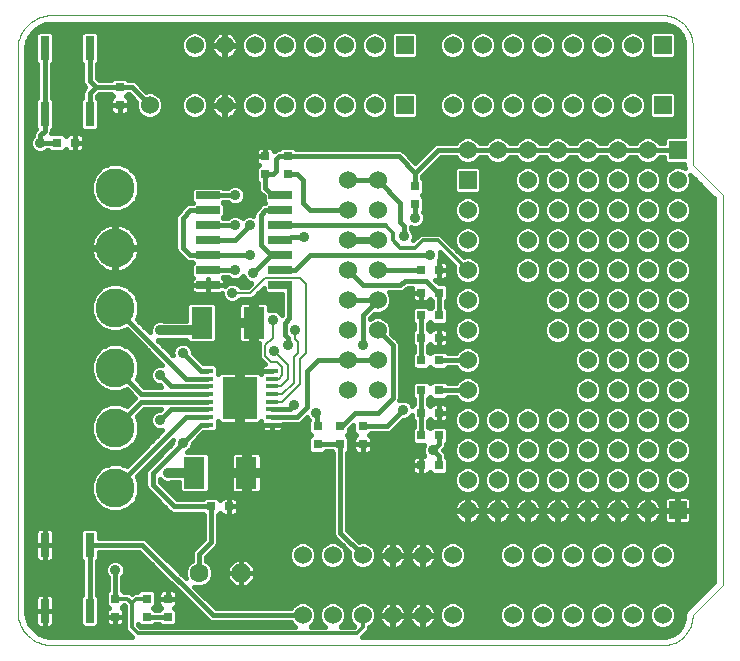
<source format=gtl>
G75*
G70*
%OFA0B0*%
%FSLAX24Y24*%
%IPPOS*%
%LPD*%
%AMOC8*
5,1,8,0,0,1.08239X$1,22.5*
%
%ADD10C,0.0000*%
%ADD11C,0.0600*%
%ADD12R,0.0600X0.0600*%
%ADD13R,0.0300X0.0300*%
%ADD14R,0.0300X0.0800*%
%ADD15R,0.0413X0.0177*%
%ADD16R,0.1157X0.1409*%
%ADD17R,0.0709X0.1063*%
%ADD18C,0.1300*%
%ADD19OC8,0.0630*%
%ADD20C,0.0630*%
%ADD21R,0.0800X0.0260*%
%ADD22C,0.0160*%
%ADD23C,0.0080*%
%ADD24C,0.0357*%
%ADD25C,0.0320*%
%ADD26C,0.0120*%
%ADD27C,0.0240*%
D10*
X001180Y000180D02*
X021680Y000180D01*
X021740Y000182D01*
X021801Y000187D01*
X021860Y000196D01*
X021919Y000209D01*
X021978Y000225D01*
X022035Y000245D01*
X022090Y000268D01*
X022145Y000295D01*
X022197Y000324D01*
X022248Y000357D01*
X022297Y000393D01*
X022343Y000431D01*
X022387Y000473D01*
X022429Y000517D01*
X022467Y000563D01*
X022503Y000612D01*
X022536Y000663D01*
X022565Y000715D01*
X022592Y000770D01*
X022615Y000825D01*
X022635Y000882D01*
X022651Y000941D01*
X022664Y001000D01*
X022673Y001059D01*
X022678Y001120D01*
X022680Y001180D01*
X023680Y002180D01*
X023680Y015180D01*
X022680Y016180D01*
X022680Y020180D01*
X022678Y020240D01*
X022673Y020301D01*
X022664Y020360D01*
X022651Y020419D01*
X022635Y020478D01*
X022615Y020535D01*
X022592Y020590D01*
X022565Y020645D01*
X022536Y020697D01*
X022503Y020748D01*
X022467Y020797D01*
X022429Y020843D01*
X022387Y020887D01*
X022343Y020929D01*
X022297Y020967D01*
X022248Y021003D01*
X022197Y021036D01*
X022145Y021065D01*
X022090Y021092D01*
X022035Y021115D01*
X021978Y021135D01*
X021919Y021151D01*
X021860Y021164D01*
X021801Y021173D01*
X021740Y021178D01*
X021680Y021180D01*
X001180Y021180D01*
X000180Y020180D02*
X000180Y001180D01*
X000181Y001180D02*
X000192Y001115D01*
X000207Y001051D01*
X000225Y000988D01*
X000247Y000926D01*
X000272Y000865D01*
X000301Y000805D01*
X000333Y000748D01*
X000368Y000692D01*
X000406Y000638D01*
X000447Y000587D01*
X000491Y000538D01*
X000538Y000491D01*
X000587Y000447D01*
X000638Y000406D01*
X000692Y000368D01*
X000748Y000333D01*
X000805Y000301D01*
X000865Y000272D01*
X000926Y000247D01*
X000988Y000225D01*
X001051Y000207D01*
X001115Y000192D01*
X001180Y000181D01*
X000181Y020180D02*
X000192Y020245D01*
X000207Y020309D01*
X000225Y020372D01*
X000247Y020434D01*
X000272Y020495D01*
X000301Y020555D01*
X000333Y020612D01*
X000368Y020668D01*
X000406Y020722D01*
X000447Y020773D01*
X000491Y020822D01*
X000538Y020869D01*
X000587Y020913D01*
X000638Y020954D01*
X000692Y020992D01*
X000748Y021027D01*
X000805Y021059D01*
X000865Y021088D01*
X000926Y021113D01*
X000988Y021135D01*
X001051Y021153D01*
X001115Y021168D01*
X001180Y021179D01*
D11*
X004580Y018180D03*
X006080Y018180D03*
X007080Y018180D03*
X008080Y018180D03*
X009080Y018180D03*
X010080Y018180D03*
X011080Y018180D03*
X012080Y018180D03*
X012080Y020180D03*
X011080Y020180D03*
X010080Y020180D03*
X009080Y020180D03*
X008080Y020180D03*
X007080Y020180D03*
X006080Y020180D03*
X011180Y015680D03*
X011180Y014680D03*
X011180Y013680D03*
X011180Y012680D03*
X011180Y011680D03*
X011180Y010680D03*
X011180Y009680D03*
X011180Y008680D03*
X012180Y008680D03*
X012180Y009680D03*
X012180Y010680D03*
X012180Y011680D03*
X012180Y012680D03*
X012180Y013680D03*
X012180Y014680D03*
X012180Y015680D03*
X015180Y014680D03*
X015180Y013680D03*
X015180Y012680D03*
X015180Y011680D03*
X015180Y010680D03*
X015180Y009680D03*
X015180Y008680D03*
X015180Y007680D03*
X015180Y006680D03*
X016180Y006680D03*
X016180Y007680D03*
X017180Y007680D03*
X017180Y006680D03*
X018180Y006680D03*
X018180Y007680D03*
X019180Y007680D03*
X019180Y006680D03*
X020180Y006680D03*
X020180Y007680D03*
X021180Y007680D03*
X021180Y006680D03*
X022180Y006680D03*
X022180Y007680D03*
X022180Y008680D03*
X021180Y008680D03*
X020180Y008680D03*
X019180Y008680D03*
X019180Y009680D03*
X020180Y009680D03*
X021180Y009680D03*
X022180Y009680D03*
X022180Y010680D03*
X022180Y011680D03*
X021180Y011680D03*
X021180Y010680D03*
X020180Y010680D03*
X020180Y011680D03*
X019180Y011680D03*
X019180Y010680D03*
X018180Y010680D03*
X018180Y011680D03*
X018180Y012680D03*
X017180Y012680D03*
X017180Y013680D03*
X017180Y014680D03*
X018180Y014680D03*
X018180Y013680D03*
X019180Y013680D03*
X019180Y014680D03*
X020180Y014680D03*
X020180Y013680D03*
X021180Y013680D03*
X021180Y014680D03*
X022180Y014680D03*
X022180Y013680D03*
X022180Y012680D03*
X021180Y012680D03*
X020180Y012680D03*
X019180Y012680D03*
X019180Y015680D03*
X018180Y015680D03*
X017180Y015680D03*
X017180Y016680D03*
X018180Y016680D03*
X019180Y016680D03*
X020180Y016680D03*
X021180Y016680D03*
X021180Y015680D03*
X020180Y015680D03*
X022180Y015680D03*
X020680Y018180D03*
X019680Y018180D03*
X018680Y018180D03*
X017680Y018180D03*
X016680Y018180D03*
X015680Y018180D03*
X014680Y018180D03*
X015180Y016680D03*
X016180Y016680D03*
X015680Y020180D03*
X014680Y020180D03*
X016680Y020180D03*
X017680Y020180D03*
X018680Y020180D03*
X019680Y020180D03*
X020680Y020180D03*
X020180Y005680D03*
X019180Y005680D03*
X018180Y005680D03*
X017180Y005680D03*
X017180Y004680D03*
X018180Y004680D03*
X019180Y004680D03*
X020180Y004680D03*
X021180Y004680D03*
X021180Y005680D03*
X022180Y005680D03*
X021680Y003180D03*
X020680Y003180D03*
X019680Y003180D03*
X018680Y003180D03*
X017680Y003180D03*
X016680Y003180D03*
X016180Y004680D03*
X015180Y004680D03*
X015180Y005680D03*
X016180Y005680D03*
X014680Y003180D03*
X013680Y003180D03*
X012680Y003180D03*
X011680Y003180D03*
X010680Y003180D03*
X009680Y003180D03*
X009680Y001180D03*
X010680Y001180D03*
X011680Y001180D03*
X012680Y001180D03*
X013680Y001180D03*
X014680Y001180D03*
X016680Y001180D03*
X017680Y001180D03*
X018680Y001180D03*
X019680Y001180D03*
X020680Y001180D03*
X021680Y001180D03*
D12*
X022180Y004680D03*
X015180Y015680D03*
X013080Y018180D03*
X013080Y020180D03*
X021680Y020180D03*
X021680Y018180D03*
X022180Y016680D03*
D13*
X014230Y012680D03*
X013630Y012680D03*
X013630Y011930D03*
X014230Y011930D03*
X014230Y011180D03*
X013630Y011180D03*
X013630Y010430D03*
X014230Y010430D03*
X014230Y009680D03*
X013630Y009680D03*
X013630Y008680D03*
X014230Y008680D03*
X014230Y007930D03*
X013630Y007930D03*
X013630Y007180D03*
X014230Y007180D03*
X014230Y006180D03*
X013630Y006180D03*
X011680Y006880D03*
X011680Y007480D03*
X010930Y007480D03*
X010930Y006880D03*
X010180Y006880D03*
X010180Y007480D03*
X007230Y004805D03*
X006630Y004805D03*
X005180Y001730D03*
X005180Y001130D03*
X004480Y001130D03*
X004480Y001730D03*
X003430Y001730D03*
X003430Y001130D03*
X013430Y014880D03*
X013430Y015480D03*
X009180Y015880D03*
X009180Y016480D03*
X008430Y016480D03*
X008430Y015880D03*
X003580Y018180D03*
X003580Y018780D03*
X002080Y016930D03*
X001480Y016930D03*
D14*
X001080Y017880D03*
X002580Y017880D03*
X002580Y020080D03*
X001080Y020080D03*
X001080Y003530D03*
X002580Y003530D03*
X002580Y001330D03*
X001080Y001330D03*
D15*
X006490Y007534D03*
X006490Y007790D03*
X006490Y008046D03*
X006490Y008302D03*
X006490Y008558D03*
X006490Y008814D03*
X006490Y009070D03*
X006490Y009326D03*
X008670Y009326D03*
X008670Y009070D03*
X008670Y008814D03*
X008670Y008558D03*
X008670Y008302D03*
X008670Y008046D03*
X008670Y007790D03*
X008670Y007534D03*
D16*
X007580Y008430D03*
D17*
X007796Y005930D03*
X006064Y005930D03*
X006314Y010930D03*
X008046Y010930D03*
D18*
X003430Y011430D03*
X003430Y009430D03*
X003430Y007430D03*
X003430Y005430D03*
X003430Y013430D03*
X003430Y015430D03*
D19*
X007630Y002580D03*
D20*
X006230Y002580D03*
D21*
X006520Y012180D03*
X006520Y012680D03*
X006520Y013180D03*
X006520Y013680D03*
X006520Y014180D03*
X006520Y014680D03*
X006520Y015180D03*
X008940Y015180D03*
X008940Y014680D03*
X008940Y014180D03*
X008940Y013680D03*
X008940Y013180D03*
X008940Y012680D03*
X008940Y012180D03*
D22*
X000571Y000894D02*
X000711Y000711D01*
X000894Y000571D01*
X001106Y000481D01*
X001206Y000460D01*
X003989Y000460D01*
X003889Y000560D01*
X003760Y000689D01*
X003760Y001489D01*
X003739Y001510D01*
X003736Y001510D01*
X003650Y001424D01*
X003678Y001408D01*
X003708Y001378D01*
X003729Y001342D01*
X003740Y001301D01*
X003740Y001130D01*
X003430Y001130D01*
X003430Y001130D01*
X003740Y001130D01*
X003740Y000959D01*
X003729Y000918D01*
X003708Y000882D01*
X003678Y000852D01*
X003642Y000831D01*
X003601Y000820D01*
X003430Y000820D01*
X003430Y001130D01*
X003430Y001130D01*
X003430Y001130D01*
X003120Y001130D01*
X003120Y001301D01*
X003131Y001342D01*
X003152Y001378D01*
X003182Y001408D01*
X003210Y001424D01*
X003120Y001514D01*
X003120Y001946D01*
X003190Y002016D01*
X003190Y002441D01*
X003143Y002488D01*
X003091Y002613D01*
X003091Y002747D01*
X003143Y002872D01*
X003238Y002967D01*
X003363Y003019D01*
X003497Y003019D01*
X003622Y002967D01*
X003717Y002872D01*
X003769Y002747D01*
X003769Y002613D01*
X003717Y002488D01*
X003670Y002441D01*
X003670Y002016D01*
X003736Y001950D01*
X003921Y001950D01*
X003980Y001891D01*
X004039Y001950D01*
X004174Y001950D01*
X004264Y002040D01*
X004696Y002040D01*
X004790Y001946D01*
X004790Y001514D01*
X004706Y001430D01*
X004766Y001370D01*
X004894Y001370D01*
X004960Y001436D01*
X004932Y001452D01*
X004902Y001482D01*
X004881Y001518D01*
X004870Y001559D01*
X004870Y001730D01*
X005180Y001730D01*
X005180Y001730D01*
X005180Y002040D01*
X005351Y002040D01*
X005392Y002029D01*
X005428Y002008D01*
X005458Y001978D01*
X005479Y001942D01*
X005490Y001901D01*
X005490Y001730D01*
X005180Y001730D01*
X005180Y001730D01*
X005180Y001730D01*
X005180Y002040D01*
X005009Y002040D01*
X004968Y002029D01*
X004932Y002008D01*
X004902Y001978D01*
X004881Y001942D01*
X004870Y001901D01*
X004870Y001730D01*
X005180Y001730D01*
X005490Y001730D01*
X005490Y001559D01*
X005479Y001518D01*
X005458Y001482D01*
X005428Y001452D01*
X005400Y001436D01*
X005490Y001346D01*
X005490Y000914D01*
X005396Y000820D01*
X004964Y000820D01*
X004894Y000890D01*
X004766Y000890D01*
X004696Y000820D01*
X004264Y000820D01*
X004200Y000884D01*
X004200Y000871D01*
X004271Y000800D01*
X009409Y000800D01*
X009290Y000919D01*
X009282Y000940D01*
X006632Y000940D01*
X006544Y000977D01*
X006477Y001044D01*
X004231Y003290D01*
X002890Y003290D01*
X002890Y003064D01*
X002820Y002994D01*
X002820Y001866D01*
X002890Y001796D01*
X002890Y000864D01*
X002796Y000770D01*
X002364Y000770D01*
X002270Y000864D01*
X002270Y001796D01*
X002340Y001866D01*
X002340Y002994D01*
X002270Y003064D01*
X002270Y003996D01*
X002364Y004090D01*
X002796Y004090D01*
X002890Y003996D01*
X002890Y003770D01*
X004378Y003770D01*
X004466Y003733D01*
X005784Y002415D01*
X005755Y002486D01*
X005755Y002674D01*
X005827Y002849D01*
X005961Y002983D01*
X005990Y002995D01*
X005990Y003278D01*
X006027Y003366D01*
X006390Y003729D01*
X006390Y004519D01*
X006344Y004565D01*
X005357Y004565D01*
X005269Y004602D01*
X004544Y005327D01*
X004477Y005394D01*
X004440Y005482D01*
X004440Y005978D01*
X004477Y006066D01*
X004544Y006133D01*
X004544Y006133D01*
X005341Y006931D01*
X005341Y006997D01*
X005344Y007005D01*
X004149Y005810D01*
X004240Y005591D01*
X004240Y005269D01*
X004117Y004971D01*
X003889Y004743D01*
X003591Y004620D01*
X003269Y004620D01*
X002971Y004743D01*
X002743Y004971D01*
X002620Y005269D01*
X002620Y005591D01*
X002743Y005889D01*
X002971Y006117D01*
X003269Y006240D01*
X003591Y006240D01*
X003810Y006149D01*
X005005Y007344D01*
X004997Y007341D01*
X004863Y007341D01*
X004738Y007393D01*
X004643Y007488D01*
X004591Y007613D01*
X004591Y007747D01*
X004643Y007872D01*
X004738Y007967D01*
X004863Y008019D01*
X004929Y008019D01*
X004973Y008062D01*
X004401Y008062D01*
X004149Y007810D01*
X004240Y007591D01*
X004240Y007269D01*
X004117Y006971D01*
X003889Y006743D01*
X003591Y006620D01*
X003269Y006620D01*
X002971Y006743D01*
X002743Y006971D01*
X002620Y007269D01*
X002620Y007591D01*
X002743Y007889D01*
X002971Y008117D01*
X003269Y008240D01*
X003591Y008240D01*
X003810Y008149D01*
X004091Y008430D01*
X003810Y008711D01*
X003591Y008620D01*
X003269Y008620D01*
X002971Y008743D01*
X002743Y008971D01*
X002620Y009269D01*
X002620Y009591D01*
X002743Y009889D01*
X002971Y010117D01*
X003269Y010240D01*
X003591Y010240D01*
X003889Y010117D01*
X004117Y009889D01*
X004240Y009591D01*
X004240Y009269D01*
X004149Y009050D01*
X004401Y008798D01*
X004973Y008798D01*
X004929Y008841D01*
X004863Y008841D01*
X004738Y008893D01*
X004643Y008988D01*
X004591Y009113D01*
X004591Y009247D01*
X004643Y009372D01*
X004738Y009467D01*
X004863Y009519D01*
X004997Y009519D01*
X005005Y009516D01*
X003810Y010711D01*
X003591Y010620D01*
X003269Y010620D01*
X002971Y010743D01*
X002743Y010971D01*
X002620Y011269D01*
X002620Y011591D01*
X002743Y011889D01*
X002971Y012117D01*
X003269Y012240D01*
X003591Y012240D01*
X003889Y012117D01*
X004117Y011889D01*
X004240Y011591D01*
X004240Y011269D01*
X004149Y011050D01*
X004594Y010605D01*
X004591Y010613D01*
X004591Y010747D01*
X004643Y010872D01*
X004738Y010967D01*
X004863Y011019D01*
X004997Y011019D01*
X005043Y011000D01*
X005800Y011000D01*
X005800Y011528D01*
X005893Y011621D01*
X006734Y011621D01*
X006828Y011528D01*
X006828Y010332D01*
X006734Y010239D01*
X005893Y010239D01*
X005800Y010332D01*
X005800Y010360D01*
X005043Y010360D01*
X004997Y010341D01*
X004863Y010341D01*
X004855Y010344D01*
X005344Y009855D01*
X005341Y009863D01*
X005341Y009997D01*
X005393Y010122D01*
X005488Y010217D01*
X005613Y010269D01*
X005747Y010269D01*
X005872Y010217D01*
X005967Y010122D01*
X006019Y009997D01*
X006019Y009931D01*
X006375Y009574D01*
X006763Y009574D01*
X006857Y009481D01*
X006857Y009205D01*
X006873Y009233D01*
X006903Y009263D01*
X006940Y009284D01*
X006980Y009295D01*
X007500Y009295D01*
X007500Y008510D01*
X007660Y008510D01*
X007660Y009295D01*
X008180Y009295D01*
X008220Y009284D01*
X008257Y009263D01*
X008287Y009233D01*
X008303Y009205D01*
X008303Y009326D01*
X008670Y009326D01*
X008670Y009326D01*
X008303Y009326D01*
X008303Y009435D01*
X008314Y009476D01*
X008335Y009512D01*
X008365Y009542D01*
X008401Y009563D01*
X008411Y009566D01*
X008347Y009630D01*
X008230Y009747D01*
X008230Y010239D01*
X008126Y010239D01*
X008126Y010850D01*
X007966Y010850D01*
X007532Y010850D01*
X007532Y010377D01*
X007543Y010337D01*
X007564Y010300D01*
X007594Y010270D01*
X007630Y010249D01*
X007671Y010239D01*
X007966Y010239D01*
X007966Y010850D01*
X007966Y011010D01*
X007532Y011010D01*
X007532Y011483D01*
X007543Y011523D01*
X007564Y011560D01*
X007594Y011590D01*
X007630Y011611D01*
X007671Y011621D01*
X007966Y011621D01*
X007966Y011010D01*
X008126Y011010D01*
X008126Y011621D01*
X008422Y011621D01*
X008462Y011611D01*
X008499Y011590D01*
X008529Y011560D01*
X008550Y011523D01*
X008560Y011483D01*
X008560Y011347D01*
X008613Y011369D01*
X008747Y011369D01*
X008872Y011317D01*
X008967Y011222D01*
X008986Y011176D01*
X008990Y011179D01*
X008990Y011890D01*
X008474Y011890D01*
X008380Y011984D01*
X008380Y012097D01*
X008013Y011730D01*
X007609Y011730D01*
X007522Y011643D01*
X007397Y011591D01*
X007263Y011591D01*
X007138Y011643D01*
X007043Y011738D01*
X006991Y011863D01*
X006991Y011906D01*
X006982Y011901D01*
X006941Y011890D01*
X006520Y011890D01*
X006520Y012180D01*
X006520Y012180D01*
X006520Y012390D01*
X006520Y012390D01*
X006520Y012180D01*
X007080Y012180D01*
X007080Y012331D01*
X007069Y012372D01*
X007048Y012408D01*
X007026Y012430D01*
X007036Y012440D01*
X007191Y012440D01*
X007238Y012393D01*
X007363Y012341D01*
X007497Y012341D01*
X007622Y012393D01*
X007706Y012477D01*
X007743Y012388D01*
X007838Y012293D01*
X007960Y012242D01*
X007847Y012130D01*
X007609Y012130D01*
X007522Y012217D01*
X007397Y012269D01*
X007263Y012269D01*
X007138Y012217D01*
X007080Y012159D01*
X007080Y012180D01*
X006520Y012180D01*
X006520Y012180D01*
X006520Y012180D01*
X006520Y012180D01*
X005960Y012180D01*
X005960Y012331D01*
X005971Y012372D01*
X005992Y012408D01*
X006014Y012430D01*
X005960Y012484D01*
X005960Y012876D01*
X006014Y012930D01*
X006004Y012940D01*
X005882Y012940D01*
X005794Y012977D01*
X005544Y013227D01*
X005477Y013294D01*
X005440Y013382D01*
X005440Y014478D01*
X005477Y014566D01*
X005727Y014816D01*
X005794Y014883D01*
X005882Y014920D01*
X006004Y014920D01*
X006014Y014930D01*
X005960Y014984D01*
X005960Y015376D01*
X006054Y015470D01*
X006986Y015470D01*
X007036Y015420D01*
X007191Y015420D01*
X007238Y015467D01*
X007363Y015519D01*
X007497Y015519D01*
X007622Y015467D01*
X007717Y015372D01*
X007769Y015247D01*
X007769Y015113D01*
X007717Y014988D01*
X007622Y014893D01*
X007497Y014841D01*
X007363Y014841D01*
X007238Y014893D01*
X007191Y014940D01*
X007036Y014940D01*
X007026Y014930D01*
X007080Y014876D01*
X007080Y014484D01*
X007026Y014430D01*
X007036Y014420D01*
X007191Y014420D01*
X007238Y014467D01*
X007363Y014519D01*
X007497Y014519D01*
X007622Y014467D01*
X007680Y014409D01*
X007738Y014467D01*
X007863Y014519D01*
X007997Y014519D01*
X008040Y014501D01*
X008040Y014578D01*
X008077Y014666D01*
X008144Y014733D01*
X008294Y014883D01*
X008382Y014920D01*
X008424Y014920D01*
X008434Y014930D01*
X008380Y014984D01*
X008380Y015141D01*
X008294Y015227D01*
X008227Y015294D01*
X008190Y015382D01*
X008190Y015594D01*
X008120Y015664D01*
X008120Y016096D01*
X008210Y016186D01*
X008182Y016202D01*
X008152Y016232D01*
X008131Y016268D01*
X008120Y016309D01*
X008120Y016480D01*
X008120Y016651D01*
X008131Y016692D01*
X008152Y016728D01*
X008182Y016758D01*
X008218Y016779D01*
X008259Y016790D01*
X008430Y016790D01*
X008430Y016480D01*
X008430Y016480D01*
X008430Y016790D01*
X008601Y016790D01*
X008642Y016779D01*
X008678Y016758D01*
X008708Y016728D01*
X008729Y016692D01*
X008739Y016654D01*
X008769Y016683D01*
X008857Y016720D01*
X008894Y016720D01*
X008964Y016790D01*
X009396Y016790D01*
X009466Y016720D01*
X012928Y016720D01*
X013016Y016683D01*
X013430Y016269D01*
X014044Y016883D01*
X014132Y016920D01*
X014782Y016920D01*
X014790Y016941D01*
X014919Y017070D01*
X015088Y017140D01*
X015271Y017140D01*
X015441Y017070D01*
X015570Y016941D01*
X015578Y016920D01*
X015782Y016920D01*
X015790Y016941D01*
X015919Y017070D01*
X016088Y017140D01*
X016271Y017140D01*
X016441Y017070D01*
X016570Y016941D01*
X016578Y016920D01*
X016782Y016920D01*
X016790Y016941D01*
X016919Y017070D01*
X017088Y017140D01*
X017271Y017140D01*
X017441Y017070D01*
X017570Y016941D01*
X017578Y016920D01*
X017782Y016920D01*
X017790Y016941D01*
X017919Y017070D01*
X018088Y017140D01*
X018271Y017140D01*
X018441Y017070D01*
X018570Y016941D01*
X018578Y016920D01*
X018782Y016920D01*
X018790Y016941D01*
X018919Y017070D01*
X019088Y017140D01*
X019271Y017140D01*
X019441Y017070D01*
X019570Y016941D01*
X019578Y016920D01*
X019782Y016920D01*
X019790Y016941D01*
X019919Y017070D01*
X020088Y017140D01*
X020271Y017140D01*
X020441Y017070D01*
X020570Y016941D01*
X020578Y016920D01*
X020782Y016920D01*
X020790Y016941D01*
X020919Y017070D01*
X021088Y017140D01*
X021271Y017140D01*
X021441Y017070D01*
X021570Y016941D01*
X021578Y016920D01*
X021720Y016920D01*
X021720Y017046D01*
X021814Y017140D01*
X022400Y017140D01*
X022400Y020180D01*
X022391Y020293D01*
X022322Y020507D01*
X022189Y020689D01*
X022007Y020822D01*
X021793Y020891D01*
X021680Y020900D01*
X001206Y020900D01*
X001106Y020879D01*
X000894Y020789D01*
X000711Y020649D01*
X000571Y020466D01*
X000481Y020254D01*
X000460Y020154D01*
X000460Y001206D01*
X000481Y001106D01*
X000571Y000894D01*
X000537Y000973D02*
X000770Y000973D01*
X000770Y000909D02*
X000781Y000868D01*
X000802Y000832D01*
X000832Y000802D01*
X000868Y000781D01*
X000909Y000770D01*
X001080Y000770D01*
X001251Y000770D01*
X001292Y000781D01*
X001328Y000802D01*
X001358Y000832D01*
X001379Y000868D01*
X001390Y000909D01*
X001390Y001330D01*
X001390Y001751D01*
X001379Y001792D01*
X001358Y001828D01*
X001328Y001858D01*
X001292Y001879D01*
X001251Y001890D01*
X001080Y001890D01*
X001080Y001330D01*
X001080Y001330D01*
X001390Y001330D01*
X001080Y001330D01*
X001080Y001330D01*
X001080Y001330D01*
X000770Y001330D01*
X000770Y001751D01*
X000781Y001792D01*
X000802Y001828D01*
X000832Y001858D01*
X000868Y001879D01*
X000909Y001890D01*
X001080Y001890D01*
X001080Y001330D01*
X001080Y000770D01*
X001080Y001330D01*
X001080Y001330D01*
X000770Y001330D01*
X000770Y000909D01*
X000820Y000814D02*
X000632Y000814D01*
X000784Y000656D02*
X003793Y000656D01*
X003760Y000814D02*
X002840Y000814D01*
X002890Y000973D02*
X003120Y000973D01*
X003120Y000959D02*
X003131Y000918D01*
X003152Y000882D01*
X003182Y000852D01*
X003218Y000831D01*
X003259Y000820D01*
X003430Y000820D01*
X003430Y001130D01*
X003120Y001130D01*
X003120Y000959D01*
X003120Y001131D02*
X002890Y001131D01*
X002890Y001290D02*
X003120Y001290D01*
X003186Y001448D02*
X002890Y001448D01*
X002890Y001607D02*
X003120Y001607D01*
X003120Y001765D02*
X002890Y001765D01*
X002820Y001924D02*
X003120Y001924D01*
X003190Y002082D02*
X002820Y002082D01*
X002820Y002241D02*
X003190Y002241D01*
X003190Y002399D02*
X002820Y002399D01*
X002820Y002558D02*
X003114Y002558D01*
X003091Y002716D02*
X002820Y002716D01*
X002820Y002875D02*
X003145Y002875D01*
X003430Y002680D02*
X003430Y001730D01*
X003670Y002082D02*
X005439Y002082D01*
X005484Y001924D02*
X005597Y001924D01*
X005490Y001765D02*
X005756Y001765D01*
X005914Y001607D02*
X005490Y001607D01*
X005421Y001448D02*
X006073Y001448D01*
X006231Y001290D02*
X005490Y001290D01*
X005490Y001131D02*
X006390Y001131D01*
X006554Y000973D02*
X005490Y000973D01*
X005180Y001130D02*
X004480Y001130D01*
X004724Y001448D02*
X004939Y001448D01*
X004870Y001607D02*
X004790Y001607D01*
X004790Y001765D02*
X004870Y001765D01*
X004876Y001924D02*
X004790Y001924D01*
X005180Y001924D02*
X005180Y001924D01*
X005180Y001765D02*
X005180Y001765D01*
X005280Y002241D02*
X003670Y002241D01*
X003670Y002399D02*
X005122Y002399D01*
X004963Y002558D02*
X003746Y002558D01*
X003769Y002716D02*
X004805Y002716D01*
X004646Y002875D02*
X003715Y002875D01*
X004329Y003192D02*
X002890Y003192D01*
X002859Y003033D02*
X004488Y003033D01*
X004849Y003350D02*
X006020Y003350D01*
X005990Y003192D02*
X005008Y003192D01*
X005166Y003033D02*
X005990Y003033D01*
X005853Y002875D02*
X005325Y002875D01*
X005483Y002716D02*
X005772Y002716D01*
X005755Y002558D02*
X005642Y002558D01*
X006065Y002134D02*
X006136Y002105D01*
X006324Y002105D01*
X006499Y002177D01*
X006633Y002311D01*
X006705Y002486D01*
X006705Y002674D01*
X006633Y002849D01*
X006499Y002983D01*
X006470Y002995D01*
X006470Y003131D01*
X006833Y003494D01*
X006870Y003582D01*
X006870Y004519D01*
X006936Y004585D01*
X006952Y004557D01*
X006982Y004527D01*
X007018Y004506D01*
X007059Y004495D01*
X007230Y004495D01*
X007401Y004495D01*
X007442Y004506D01*
X007478Y004527D01*
X007508Y004557D01*
X007529Y004593D01*
X007540Y004634D01*
X007540Y004805D01*
X007540Y004976D01*
X007529Y005017D01*
X007508Y005053D01*
X007478Y005083D01*
X007442Y005104D01*
X007401Y005115D01*
X007230Y005115D01*
X007230Y004805D01*
X007230Y004805D01*
X007540Y004805D01*
X007230Y004805D01*
X007230Y004805D01*
X007230Y005115D01*
X007059Y005115D01*
X007018Y005104D01*
X006982Y005083D01*
X006952Y005053D01*
X006936Y005025D01*
X006846Y005115D01*
X006414Y005115D01*
X006344Y005045D01*
X005504Y005045D01*
X004920Y005629D01*
X004920Y005711D01*
X004988Y005643D01*
X005113Y005591D01*
X005247Y005591D01*
X005293Y005610D01*
X005550Y005610D01*
X005550Y005332D01*
X005643Y005239D01*
X006484Y005239D01*
X006578Y005332D01*
X006578Y006528D01*
X006484Y006621D01*
X005820Y006621D01*
X005872Y006643D01*
X005967Y006738D01*
X006019Y006863D01*
X006019Y006929D01*
X006375Y007286D01*
X006763Y007286D01*
X006857Y007379D01*
X006857Y007655D01*
X006873Y007627D01*
X006903Y007597D01*
X006940Y007576D01*
X006980Y007565D01*
X007500Y007565D01*
X007500Y008350D01*
X007660Y008350D01*
X007660Y007565D01*
X008180Y007565D01*
X008220Y007576D01*
X008257Y007597D01*
X008287Y007627D01*
X008303Y007655D01*
X008303Y007534D01*
X008303Y007425D01*
X008314Y007384D01*
X008335Y007348D01*
X008365Y007318D01*
X008401Y007297D01*
X008442Y007286D01*
X008670Y007286D01*
X008897Y007286D01*
X008938Y007297D01*
X008975Y007318D01*
X009004Y007348D01*
X009025Y007384D01*
X009036Y007425D01*
X009036Y007534D01*
X008670Y007534D01*
X008670Y007534D01*
X008670Y007286D01*
X008670Y007534D01*
X008670Y007534D01*
X009036Y007534D01*
X009036Y007550D01*
X009538Y007550D01*
X009626Y007587D01*
X009824Y007784D01*
X009843Y007738D01*
X009877Y007704D01*
X009870Y007696D01*
X009870Y007264D01*
X009954Y007180D01*
X009870Y007096D01*
X009870Y006664D01*
X009964Y006570D01*
X010396Y006570D01*
X010466Y006640D01*
X010644Y006640D01*
X010690Y006594D01*
X010690Y003882D01*
X010727Y003794D01*
X011229Y003292D01*
X011220Y003271D01*
X011220Y003088D01*
X011290Y002919D01*
X011419Y002790D01*
X011588Y002720D01*
X011771Y002720D01*
X011941Y002790D01*
X012070Y002919D01*
X012140Y003088D01*
X012140Y003271D01*
X012070Y003441D01*
X011941Y003570D01*
X011771Y003640D01*
X011588Y003640D01*
X011568Y003631D01*
X011170Y004029D01*
X011170Y006594D01*
X011240Y006664D01*
X011240Y007096D01*
X011156Y007180D01*
X011240Y007264D01*
X011240Y007401D01*
X011370Y007531D01*
X011370Y007264D01*
X011460Y007174D01*
X011432Y007158D01*
X011402Y007128D01*
X011381Y007092D01*
X011370Y007051D01*
X011370Y006880D01*
X011680Y006880D01*
X011990Y006880D01*
X011990Y007051D01*
X011979Y007092D01*
X011958Y007128D01*
X011928Y007158D01*
X011900Y007174D01*
X011966Y007240D01*
X012528Y007240D01*
X012616Y007277D01*
X013031Y007691D01*
X013097Y007691D01*
X013222Y007743D01*
X013317Y007838D01*
X013320Y007845D01*
X013320Y007714D01*
X013390Y007644D01*
X013390Y007466D01*
X013320Y007396D01*
X013320Y006964D01*
X013414Y006870D01*
X013742Y006870D01*
X013691Y006747D01*
X013691Y006613D01*
X013742Y006490D01*
X013630Y006490D01*
X013630Y006180D01*
X013630Y006180D01*
X013630Y005870D01*
X013801Y005870D01*
X013842Y005881D01*
X013878Y005902D01*
X013908Y005932D01*
X013924Y005960D01*
X014014Y005870D01*
X014446Y005870D01*
X014540Y005964D01*
X014540Y006396D01*
X014470Y006466D01*
X014470Y006528D01*
X014433Y006616D01*
X014369Y006680D01*
X014433Y006744D01*
X014470Y006832D01*
X014470Y006894D01*
X014540Y006964D01*
X014540Y007396D01*
X014446Y007490D01*
X014014Y007490D01*
X013930Y007406D01*
X013870Y007466D01*
X013870Y007644D01*
X013936Y007710D01*
X013952Y007682D01*
X013982Y007652D01*
X014018Y007631D01*
X014059Y007620D01*
X014230Y007620D01*
X014401Y007620D01*
X014442Y007631D01*
X014478Y007652D01*
X014508Y007682D01*
X014529Y007718D01*
X014540Y007759D01*
X014540Y007930D01*
X014540Y008101D01*
X014529Y008142D01*
X014508Y008178D01*
X014478Y008208D01*
X014442Y008229D01*
X014401Y008240D01*
X014230Y008240D01*
X014230Y007930D01*
X014230Y007930D01*
X014540Y007930D01*
X014230Y007930D01*
X014230Y007930D01*
X014230Y008240D01*
X014059Y008240D01*
X014018Y008229D01*
X013982Y008208D01*
X013952Y008178D01*
X013936Y008150D01*
X013870Y008216D01*
X013870Y008394D01*
X013930Y008454D01*
X014014Y008370D01*
X014446Y008370D01*
X014516Y008440D01*
X014782Y008440D01*
X014790Y008419D01*
X014919Y008290D01*
X015088Y008220D01*
X015271Y008220D01*
X015441Y008290D01*
X015570Y008419D01*
X015640Y008588D01*
X015640Y008771D01*
X015570Y008941D01*
X015441Y009070D01*
X015271Y009140D01*
X015088Y009140D01*
X014919Y009070D01*
X014790Y008941D01*
X014782Y008920D01*
X014516Y008920D01*
X014446Y008990D01*
X014014Y008990D01*
X013930Y008906D01*
X013846Y008990D01*
X013414Y008990D01*
X013320Y008896D01*
X013320Y008464D01*
X013390Y008394D01*
X013390Y008216D01*
X013340Y008166D01*
X013317Y008222D01*
X013222Y008317D01*
X013097Y008369D01*
X012963Y008369D01*
X012904Y008345D01*
X012920Y008382D01*
X012920Y010228D01*
X012883Y010316D01*
X012631Y010568D01*
X012640Y010588D01*
X012640Y010771D01*
X012570Y010941D01*
X012441Y011070D01*
X012271Y011140D01*
X012088Y011140D01*
X011920Y011070D01*
X011920Y011081D01*
X012068Y011229D01*
X012088Y011220D01*
X012271Y011220D01*
X012441Y011290D01*
X012570Y011419D01*
X012640Y011588D01*
X012640Y011771D01*
X012570Y011940D01*
X012978Y011940D01*
X013066Y011977D01*
X013133Y012044D01*
X013179Y012090D01*
X013320Y012090D01*
X013320Y011930D01*
X013630Y011930D01*
X013630Y011620D01*
X013801Y011620D01*
X013842Y011631D01*
X013878Y011652D01*
X013908Y011682D01*
X013924Y011710D01*
X013990Y011644D01*
X013990Y011466D01*
X013930Y011406D01*
X013846Y011490D01*
X013414Y011490D01*
X013320Y011396D01*
X013320Y010964D01*
X013390Y010894D01*
X013390Y010716D01*
X013320Y010646D01*
X013320Y010214D01*
X013390Y010144D01*
X013390Y009966D01*
X013320Y009896D01*
X013320Y009464D01*
X013414Y009370D01*
X013846Y009370D01*
X013930Y009454D01*
X014014Y009370D01*
X014446Y009370D01*
X014516Y009440D01*
X014782Y009440D01*
X014790Y009419D01*
X014919Y009290D01*
X015088Y009220D01*
X015271Y009220D01*
X015441Y009290D01*
X015570Y009419D01*
X015640Y009588D01*
X015640Y009771D01*
X015570Y009941D01*
X015441Y010070D01*
X015271Y010140D01*
X015088Y010140D01*
X014919Y010070D01*
X014790Y009941D01*
X014782Y009920D01*
X014516Y009920D01*
X014446Y009990D01*
X014014Y009990D01*
X013930Y009906D01*
X013870Y009966D01*
X013870Y010144D01*
X013936Y010210D01*
X013952Y010182D01*
X013982Y010152D01*
X014018Y010131D01*
X014059Y010120D01*
X014230Y010120D01*
X014401Y010120D01*
X014442Y010131D01*
X014478Y010152D01*
X014508Y010182D01*
X014529Y010218D01*
X014540Y010259D01*
X014540Y010430D01*
X014540Y010601D01*
X014529Y010642D01*
X014508Y010678D01*
X014478Y010708D01*
X014442Y010729D01*
X014401Y010740D01*
X014230Y010740D01*
X014230Y010430D01*
X014230Y010430D01*
X014540Y010430D01*
X014230Y010430D01*
X014230Y010430D01*
X014230Y010740D01*
X014059Y010740D01*
X014018Y010729D01*
X013982Y010708D01*
X013952Y010678D01*
X013936Y010650D01*
X013870Y010716D01*
X013870Y010894D01*
X013930Y010954D01*
X014014Y010870D01*
X014446Y010870D01*
X014540Y010964D01*
X014540Y011396D01*
X014470Y011466D01*
X014470Y011644D01*
X014540Y011714D01*
X014540Y012146D01*
X014446Y012240D01*
X014209Y012240D01*
X014079Y012370D01*
X014230Y012370D01*
X014401Y012370D01*
X014442Y012381D01*
X014478Y012402D01*
X014508Y012432D01*
X014529Y012468D01*
X014540Y012509D01*
X014540Y012680D01*
X014540Y012851D01*
X014529Y012892D01*
X014508Y012928D01*
X014478Y012958D01*
X014442Y012979D01*
X014401Y012990D01*
X014230Y012990D01*
X014230Y012680D01*
X014230Y012680D01*
X014540Y012680D01*
X014230Y012680D01*
X014230Y012680D01*
X014230Y012990D01*
X014218Y012990D01*
X014269Y013113D01*
X014269Y013247D01*
X014246Y013303D01*
X014737Y012812D01*
X014720Y012771D01*
X014720Y012588D01*
X014790Y012419D01*
X014919Y012290D01*
X015088Y012220D01*
X015271Y012220D01*
X015441Y012290D01*
X015570Y012419D01*
X015640Y012588D01*
X015640Y012771D01*
X015570Y012941D01*
X015441Y013070D01*
X015271Y013140D01*
X015088Y013140D01*
X015048Y013123D01*
X014271Y013900D01*
X013589Y013900D01*
X013371Y013682D01*
X013394Y013738D01*
X013394Y013872D01*
X013342Y013997D01*
X013295Y014044D01*
X013295Y014119D01*
X013363Y014091D01*
X013497Y014091D01*
X013622Y014143D01*
X013717Y014238D01*
X013769Y014363D01*
X013769Y014497D01*
X013717Y014622D01*
X013708Y014631D01*
X013740Y014664D01*
X013740Y015096D01*
X013656Y015180D01*
X013740Y015264D01*
X013740Y015696D01*
X013670Y015766D01*
X013670Y015831D01*
X014279Y016440D01*
X014782Y016440D01*
X014790Y016419D01*
X014919Y016290D01*
X015088Y016220D01*
X015271Y016220D01*
X015441Y016290D01*
X015570Y016419D01*
X015578Y016440D01*
X015782Y016440D01*
X015790Y016419D01*
X015919Y016290D01*
X016088Y016220D01*
X016271Y016220D01*
X016441Y016290D01*
X016570Y016419D01*
X016578Y016440D01*
X016782Y016440D01*
X016790Y016419D01*
X016919Y016290D01*
X017088Y016220D01*
X017271Y016220D01*
X017441Y016290D01*
X017570Y016419D01*
X017578Y016440D01*
X017782Y016440D01*
X017790Y016419D01*
X017919Y016290D01*
X018088Y016220D01*
X018271Y016220D01*
X018441Y016290D01*
X018570Y016419D01*
X018578Y016440D01*
X018782Y016440D01*
X018790Y016419D01*
X018919Y016290D01*
X019088Y016220D01*
X019271Y016220D01*
X019441Y016290D01*
X019570Y016419D01*
X019578Y016440D01*
X019782Y016440D01*
X019790Y016419D01*
X019919Y016290D01*
X020088Y016220D01*
X020271Y016220D01*
X020441Y016290D01*
X020570Y016419D01*
X020578Y016440D01*
X020782Y016440D01*
X020790Y016419D01*
X020919Y016290D01*
X021088Y016220D01*
X021271Y016220D01*
X021441Y016290D01*
X021570Y016419D01*
X021578Y016440D01*
X021720Y016440D01*
X021720Y016314D01*
X021814Y016220D01*
X022400Y016220D01*
X022400Y016124D01*
X022419Y016079D01*
X022271Y016140D01*
X022088Y016140D01*
X021919Y016070D01*
X021790Y015941D01*
X021720Y015771D01*
X021720Y015588D01*
X021790Y015419D01*
X021919Y015290D01*
X022088Y015220D01*
X022271Y015220D01*
X022441Y015290D01*
X022570Y015419D01*
X022640Y015588D01*
X022640Y015771D01*
X022603Y015861D01*
X023400Y015064D01*
X023400Y002296D01*
X022443Y001339D01*
X022400Y001236D01*
X022400Y001180D01*
X022391Y001067D01*
X022322Y000853D01*
X022189Y000671D01*
X022007Y000538D01*
X021793Y000469D01*
X021680Y000460D01*
X011671Y000460D01*
X011700Y000489D01*
X011771Y000560D01*
X011900Y000689D01*
X011900Y000773D01*
X011941Y000790D01*
X012070Y000919D01*
X012140Y001088D01*
X012140Y001271D01*
X012070Y001441D01*
X011941Y001570D01*
X011771Y001640D01*
X011588Y001640D01*
X011419Y001570D01*
X011290Y001441D01*
X011220Y001271D01*
X011220Y001088D01*
X011290Y000919D01*
X011399Y000810D01*
X011389Y000800D01*
X010951Y000800D01*
X011070Y000919D01*
X011140Y001088D01*
X011140Y001271D01*
X011070Y001441D01*
X010941Y001570D01*
X010771Y001640D01*
X010588Y001640D01*
X010419Y001570D01*
X010290Y001441D01*
X010220Y001271D01*
X010220Y001088D01*
X010290Y000919D01*
X010409Y000800D01*
X009951Y000800D01*
X010070Y000919D01*
X010140Y001088D01*
X010140Y001271D01*
X010070Y001441D01*
X009941Y001570D01*
X009771Y001640D01*
X009588Y001640D01*
X009419Y001570D01*
X009290Y001441D01*
X009282Y001420D01*
X006779Y001420D01*
X006065Y002134D01*
X006117Y002082D02*
X023186Y002082D01*
X023028Y001924D02*
X006276Y001924D01*
X006434Y001765D02*
X022869Y001765D01*
X022711Y001607D02*
X021852Y001607D01*
X021771Y001640D02*
X021588Y001640D01*
X021419Y001570D01*
X021290Y001441D01*
X021220Y001271D01*
X021220Y001088D01*
X021290Y000919D01*
X021419Y000790D01*
X021588Y000720D01*
X021771Y000720D01*
X021941Y000790D01*
X022070Y000919D01*
X022140Y001088D01*
X022140Y001271D01*
X022070Y001441D01*
X021941Y001570D01*
X021771Y001640D01*
X021508Y001607D02*
X020852Y001607D01*
X020771Y001640D02*
X020588Y001640D01*
X020419Y001570D01*
X020290Y001441D01*
X020220Y001271D01*
X020220Y001088D01*
X020290Y000919D01*
X020419Y000790D01*
X020588Y000720D01*
X020771Y000720D01*
X020941Y000790D01*
X021070Y000919D01*
X021140Y001088D01*
X021140Y001271D01*
X021070Y001441D01*
X020941Y001570D01*
X020771Y001640D01*
X021063Y001448D02*
X021297Y001448D01*
X021227Y001290D02*
X021133Y001290D01*
X021140Y001131D02*
X021220Y001131D01*
X021268Y000973D02*
X021092Y000973D01*
X020965Y000814D02*
X021395Y000814D01*
X021879Y000497D02*
X011708Y000497D01*
X011867Y000656D02*
X022168Y000656D01*
X022293Y000814D02*
X021965Y000814D01*
X022092Y000973D02*
X022360Y000973D01*
X022396Y001131D02*
X022140Y001131D01*
X022133Y001290D02*
X022422Y001290D01*
X022552Y001448D02*
X022063Y001448D01*
X023345Y002241D02*
X007962Y002241D01*
X007827Y002105D02*
X008105Y002383D01*
X008105Y002580D01*
X008105Y002777D01*
X007827Y003055D01*
X007630Y003055D01*
X007630Y002580D01*
X008105Y002580D01*
X007630Y002580D01*
X007630Y002580D01*
X007630Y002580D01*
X007630Y002105D01*
X007827Y002105D01*
X007630Y002105D02*
X007630Y002580D01*
X007630Y002580D01*
X007630Y002580D01*
X007155Y002580D01*
X007155Y002777D01*
X007433Y003055D01*
X007630Y003055D01*
X007630Y002580D01*
X007155Y002580D01*
X007155Y002383D01*
X007433Y002105D01*
X007630Y002105D01*
X007630Y002241D02*
X007630Y002241D01*
X007630Y002399D02*
X007630Y002399D01*
X007630Y002558D02*
X007630Y002558D01*
X007630Y002716D02*
X007630Y002716D01*
X007630Y002875D02*
X007630Y002875D01*
X007630Y003033D02*
X007630Y003033D01*
X007849Y003033D02*
X009243Y003033D01*
X009220Y003088D02*
X009290Y002919D01*
X009419Y002790D01*
X009588Y002720D01*
X009771Y002720D01*
X009941Y002790D01*
X010070Y002919D01*
X010140Y003088D01*
X010140Y003271D01*
X010070Y003441D01*
X009941Y003570D01*
X009771Y003640D01*
X009588Y003640D01*
X009419Y003570D01*
X009290Y003441D01*
X009220Y003271D01*
X009220Y003088D01*
X009220Y003192D02*
X006531Y003192D01*
X006470Y003033D02*
X007411Y003033D01*
X007253Y002875D02*
X006607Y002875D01*
X006688Y002716D02*
X007155Y002716D01*
X007155Y002558D02*
X006705Y002558D01*
X006669Y002399D02*
X007155Y002399D01*
X007298Y002241D02*
X006562Y002241D01*
X006230Y002580D02*
X006230Y003230D01*
X006630Y003630D01*
X006630Y004805D01*
X005405Y004805D01*
X004680Y005530D01*
X004680Y005930D01*
X005680Y006930D01*
X006284Y007534D01*
X006490Y007534D01*
X006490Y007790D02*
X005790Y007790D01*
X003430Y005430D01*
X004184Y005728D02*
X004440Y005728D01*
X004440Y005886D02*
X004225Y005886D01*
X004384Y006045D02*
X004468Y006045D01*
X004542Y006203D02*
X004614Y006203D01*
X004701Y006362D02*
X004772Y006362D01*
X004859Y006520D02*
X004931Y006520D01*
X005018Y006679D02*
X005089Y006679D01*
X005176Y006837D02*
X005248Y006837D01*
X005335Y006996D02*
X005341Y006996D01*
X004973Y007313D02*
X004240Y007313D01*
X004240Y007471D02*
X004660Y007471D01*
X004591Y007630D02*
X004224Y007630D01*
X004158Y007788D02*
X004608Y007788D01*
X004717Y007947D02*
X004286Y007947D01*
X004302Y008302D02*
X003430Y007430D01*
X003983Y006837D02*
X004498Y006837D01*
X004656Y006996D02*
X004127Y006996D01*
X004192Y007154D02*
X004815Y007154D01*
X004930Y007680D02*
X005296Y008046D01*
X006490Y008046D01*
X006490Y008302D02*
X004302Y008302D01*
X004083Y008422D02*
X000460Y008422D01*
X000460Y008264D02*
X003924Y008264D01*
X003940Y008581D02*
X000460Y008581D01*
X000460Y008739D02*
X002982Y008739D01*
X002817Y008898D02*
X000460Y008898D01*
X000460Y009056D02*
X002708Y009056D01*
X002643Y009215D02*
X000460Y009215D01*
X000460Y009373D02*
X002620Y009373D01*
X002620Y009532D02*
X000460Y009532D01*
X000460Y009690D02*
X002661Y009690D01*
X002727Y009849D02*
X000460Y009849D01*
X000460Y010007D02*
X002862Y010007D01*
X003089Y010166D02*
X000460Y010166D01*
X000460Y010324D02*
X004197Y010324D01*
X004355Y010166D02*
X003771Y010166D01*
X003998Y010007D02*
X004514Y010007D01*
X004672Y009849D02*
X004133Y009849D01*
X004199Y009690D02*
X004831Y009690D01*
X004989Y009532D02*
X004240Y009532D01*
X004240Y009373D02*
X004644Y009373D01*
X004591Y009215D02*
X004217Y009215D01*
X004152Y009056D02*
X004615Y009056D01*
X004733Y008898D02*
X004302Y008898D01*
X004302Y008558D02*
X003430Y009430D01*
X004302Y008558D02*
X006490Y008558D01*
X006490Y008814D02*
X005296Y008814D01*
X004930Y009180D01*
X005790Y009070D02*
X003430Y011430D01*
X004240Y011434D02*
X005800Y011434D01*
X005800Y011275D02*
X004240Y011275D01*
X004177Y011117D02*
X005800Y011117D01*
X005864Y011592D02*
X004240Y011592D01*
X004174Y011751D02*
X007038Y011751D01*
X007261Y011592D02*
X006764Y011592D01*
X006828Y011434D02*
X007532Y011434D01*
X007532Y011275D02*
X006828Y011275D01*
X006828Y011117D02*
X007532Y011117D01*
X007532Y010800D02*
X006828Y010800D01*
X006828Y010958D02*
X007966Y010958D01*
X007966Y010800D02*
X008126Y010800D01*
X008126Y010641D02*
X007966Y010641D01*
X007966Y010483D02*
X008126Y010483D01*
X008126Y010324D02*
X007966Y010324D01*
X008230Y010166D02*
X005924Y010166D01*
X006015Y010007D02*
X008230Y010007D01*
X008230Y009849D02*
X006101Y009849D01*
X006259Y009690D02*
X008287Y009690D01*
X008354Y009532D02*
X006806Y009532D01*
X006857Y009373D02*
X008303Y009373D01*
X008297Y009215D02*
X008303Y009215D01*
X007660Y009215D02*
X007500Y009215D01*
X007500Y009056D02*
X007660Y009056D01*
X007660Y008898D02*
X007500Y008898D01*
X007500Y008739D02*
X007660Y008739D01*
X007660Y008581D02*
X007500Y008581D01*
X007500Y008264D02*
X007660Y008264D01*
X007660Y008105D02*
X007500Y008105D01*
X007500Y007947D02*
X007660Y007947D01*
X007660Y007788D02*
X007500Y007788D01*
X007500Y007630D02*
X007660Y007630D01*
X008288Y007630D02*
X008303Y007630D01*
X008303Y007534D02*
X008670Y007534D01*
X008303Y007534D01*
X008303Y007471D02*
X006857Y007471D01*
X006857Y007630D02*
X006872Y007630D01*
X006790Y007313D02*
X008374Y007313D01*
X008670Y007313D02*
X008670Y007313D01*
X008670Y007471D02*
X008670Y007471D01*
X008670Y007534D02*
X008670Y007534D01*
X008670Y007790D02*
X009490Y007790D01*
X009830Y008130D01*
X009830Y009330D01*
X010180Y009680D01*
X011180Y009680D01*
X012180Y009680D01*
X012680Y010180D02*
X012180Y010680D01*
X012640Y010641D02*
X013320Y010641D01*
X013320Y010483D02*
X012717Y010483D01*
X012875Y010324D02*
X013320Y010324D01*
X013368Y010166D02*
X012920Y010166D01*
X012920Y010007D02*
X013390Y010007D01*
X013320Y009849D02*
X012920Y009849D01*
X012920Y009690D02*
X013320Y009690D01*
X013320Y009532D02*
X012920Y009532D01*
X012920Y009373D02*
X013411Y009373D01*
X013630Y009680D02*
X013630Y010430D01*
X013630Y011180D01*
X013903Y011434D02*
X013957Y011434D01*
X013990Y011592D02*
X012640Y011592D01*
X012640Y011751D02*
X013322Y011751D01*
X013320Y011759D02*
X013331Y011718D01*
X013352Y011682D01*
X013382Y011652D01*
X013418Y011631D01*
X013459Y011620D01*
X013630Y011620D01*
X013630Y011930D01*
X013630Y011930D01*
X013630Y011930D01*
X013320Y011930D01*
X013320Y011759D01*
X013320Y011909D02*
X012583Y011909D01*
X012180Y011680D02*
X011680Y011180D01*
X011680Y010180D01*
X012628Y010800D02*
X013390Y010800D01*
X013326Y010958D02*
X012553Y010958D01*
X012328Y011117D02*
X013320Y011117D01*
X013320Y011275D02*
X012404Y011275D01*
X012576Y011434D02*
X013357Y011434D01*
X013630Y011751D02*
X013630Y011751D01*
X013630Y011909D02*
X013630Y011909D01*
X013320Y012068D02*
X013157Y012068D01*
X012930Y012180D02*
X011680Y012180D01*
X011180Y012680D01*
X011180Y011680D02*
X012180Y011680D01*
X012032Y011117D02*
X011956Y011117D01*
X012680Y010180D02*
X012680Y008430D01*
X012180Y007930D01*
X011430Y007930D01*
X010980Y007480D01*
X010930Y007480D01*
X011240Y007313D02*
X011370Y007313D01*
X011370Y007471D02*
X011310Y007471D01*
X011428Y007154D02*
X011182Y007154D01*
X011240Y006996D02*
X011370Y006996D01*
X011370Y006880D02*
X011370Y006709D01*
X011381Y006668D01*
X011402Y006632D01*
X011432Y006602D01*
X011468Y006581D01*
X011509Y006570D01*
X011680Y006570D01*
X011851Y006570D01*
X011892Y006581D01*
X011928Y006602D01*
X011958Y006632D01*
X011979Y006668D01*
X011990Y006709D01*
X011990Y006880D01*
X011680Y006880D01*
X011680Y006880D01*
X011680Y006570D01*
X011680Y006880D01*
X011680Y006880D01*
X011680Y006880D01*
X011370Y006880D01*
X011370Y006837D02*
X011240Y006837D01*
X011240Y006679D02*
X011378Y006679D01*
X011170Y006520D02*
X013730Y006520D01*
X013630Y006490D02*
X013459Y006490D01*
X013418Y006479D01*
X013382Y006458D01*
X013352Y006428D01*
X013331Y006392D01*
X013320Y006351D01*
X013320Y006180D01*
X013630Y006180D01*
X013630Y006180D01*
X013630Y006180D01*
X013630Y006490D01*
X013630Y006362D02*
X013630Y006362D01*
X013630Y006203D02*
X013630Y006203D01*
X013630Y006180D02*
X013320Y006180D01*
X013320Y006009D01*
X013331Y005968D01*
X013352Y005932D01*
X013382Y005902D01*
X013418Y005881D01*
X013459Y005870D01*
X013630Y005870D01*
X013630Y006180D01*
X013630Y006045D02*
X013630Y006045D01*
X013630Y005886D02*
X013630Y005886D01*
X013851Y005886D02*
X013998Y005886D01*
X014230Y006180D02*
X014230Y006480D01*
X014030Y006680D01*
X014230Y006880D01*
X014230Y007180D01*
X014540Y007154D02*
X023400Y007154D01*
X023400Y006996D02*
X022515Y006996D01*
X022570Y006941D02*
X022441Y007070D01*
X022271Y007140D01*
X022088Y007140D01*
X021919Y007070D01*
X021790Y006941D01*
X021720Y006771D01*
X021720Y006588D01*
X021790Y006419D01*
X021919Y006290D01*
X022088Y006220D01*
X022271Y006220D01*
X022441Y006290D01*
X022570Y006419D01*
X022640Y006588D01*
X022640Y006771D01*
X022570Y006941D01*
X022613Y006837D02*
X023400Y006837D01*
X023400Y006679D02*
X022640Y006679D01*
X022612Y006520D02*
X023400Y006520D01*
X023400Y006362D02*
X022512Y006362D01*
X022441Y006070D02*
X022271Y006140D01*
X022088Y006140D01*
X021919Y006070D01*
X021790Y005941D01*
X021720Y005771D01*
X021720Y005588D01*
X021790Y005419D01*
X021919Y005290D01*
X022088Y005220D01*
X022271Y005220D01*
X022441Y005290D01*
X022570Y005419D01*
X022640Y005588D01*
X022640Y005771D01*
X022570Y005941D01*
X022441Y006070D01*
X022466Y006045D02*
X023400Y006045D01*
X023400Y006203D02*
X014540Y006203D01*
X014540Y006045D02*
X014894Y006045D01*
X014919Y006070D02*
X014790Y005941D01*
X014720Y005771D01*
X014720Y005588D01*
X014790Y005419D01*
X014919Y005290D01*
X015088Y005220D01*
X015271Y005220D01*
X015441Y005290D01*
X015570Y005419D01*
X015640Y005588D01*
X015640Y005771D01*
X015570Y005941D01*
X015441Y006070D01*
X015271Y006140D01*
X015088Y006140D01*
X014919Y006070D01*
X014919Y006290D02*
X015088Y006220D01*
X015271Y006220D01*
X015441Y006290D01*
X015570Y006419D01*
X015640Y006588D01*
X015640Y006771D01*
X015570Y006941D01*
X015441Y007070D01*
X015271Y007140D01*
X015088Y007140D01*
X014919Y007070D01*
X014790Y006941D01*
X014720Y006771D01*
X014720Y006588D01*
X014790Y006419D01*
X014919Y006290D01*
X014848Y006362D02*
X014540Y006362D01*
X014470Y006520D02*
X014748Y006520D01*
X014720Y006679D02*
X014371Y006679D01*
X014470Y006837D02*
X014747Y006837D01*
X014845Y006996D02*
X014540Y006996D01*
X014540Y007313D02*
X014897Y007313D01*
X014919Y007290D02*
X015088Y007220D01*
X015271Y007220D01*
X015441Y007290D01*
X015570Y007419D01*
X015640Y007588D01*
X015640Y007771D01*
X015570Y007941D01*
X015441Y008070D01*
X015271Y008140D01*
X015088Y008140D01*
X014919Y008070D01*
X014790Y007941D01*
X014720Y007771D01*
X014720Y007588D01*
X014790Y007419D01*
X014919Y007290D01*
X014769Y007471D02*
X014465Y007471D01*
X014437Y007630D02*
X014720Y007630D01*
X014727Y007788D02*
X014540Y007788D01*
X014540Y007947D02*
X014796Y007947D01*
X015004Y008105D02*
X014539Y008105D01*
X014230Y008105D02*
X014230Y008105D01*
X014230Y007947D02*
X014230Y007947D01*
X014230Y007930D02*
X014230Y007620D01*
X014230Y007930D01*
X014230Y007930D01*
X014230Y007788D02*
X014230Y007788D01*
X014230Y007630D02*
X014230Y007630D01*
X014023Y007630D02*
X013870Y007630D01*
X013870Y007471D02*
X013995Y007471D01*
X013630Y007180D02*
X013630Y007930D01*
X013630Y008680D01*
X013898Y008422D02*
X013962Y008422D01*
X013870Y008264D02*
X014983Y008264D01*
X014789Y008422D02*
X014498Y008422D01*
X014230Y008680D02*
X015180Y008680D01*
X015377Y008264D02*
X018983Y008264D01*
X018919Y008290D02*
X019088Y008220D01*
X019271Y008220D01*
X019441Y008290D01*
X019570Y008419D01*
X019640Y008588D01*
X019640Y008771D01*
X019570Y008941D01*
X019441Y009070D01*
X019271Y009140D01*
X019088Y009140D01*
X018919Y009070D01*
X018790Y008941D01*
X018720Y008771D01*
X018720Y008588D01*
X018790Y008419D01*
X018919Y008290D01*
X018789Y008422D02*
X015571Y008422D01*
X015637Y008581D02*
X018723Y008581D01*
X018720Y008739D02*
X015640Y008739D01*
X015588Y008898D02*
X018772Y008898D01*
X018905Y009056D02*
X015455Y009056D01*
X015524Y009373D02*
X018836Y009373D01*
X018790Y009419D02*
X018919Y009290D01*
X019088Y009220D01*
X019271Y009220D01*
X019441Y009290D01*
X019570Y009419D01*
X019640Y009588D01*
X019640Y009771D01*
X019570Y009941D01*
X019441Y010070D01*
X019271Y010140D01*
X019088Y010140D01*
X018919Y010070D01*
X018790Y009941D01*
X018720Y009771D01*
X018720Y009588D01*
X018790Y009419D01*
X018744Y009532D02*
X015616Y009532D01*
X015640Y009690D02*
X018720Y009690D01*
X018752Y009849D02*
X015608Y009849D01*
X015504Y010007D02*
X018856Y010007D01*
X018919Y010290D02*
X019088Y010220D01*
X019271Y010220D01*
X019441Y010290D01*
X019570Y010419D01*
X019640Y010588D01*
X019640Y010771D01*
X019570Y010941D01*
X019441Y011070D01*
X019271Y011140D01*
X019088Y011140D01*
X018919Y011070D01*
X018790Y010941D01*
X018720Y010771D01*
X018720Y010588D01*
X018790Y010419D01*
X018919Y010290D01*
X018885Y010324D02*
X018475Y010324D01*
X018441Y010290D02*
X018570Y010419D01*
X018640Y010588D01*
X018640Y010771D01*
X018570Y010941D01*
X018441Y011070D01*
X018271Y011140D01*
X018088Y011140D01*
X017919Y011070D01*
X017790Y010941D01*
X017720Y010771D01*
X017720Y010588D01*
X017790Y010419D01*
X017919Y010290D01*
X018088Y010220D01*
X018271Y010220D01*
X018441Y010290D01*
X018596Y010483D02*
X018764Y010483D01*
X018720Y010641D02*
X018640Y010641D01*
X018628Y010800D02*
X018732Y010800D01*
X018807Y010958D02*
X018553Y010958D01*
X018328Y011117D02*
X019032Y011117D01*
X019088Y011220D02*
X018919Y011290D01*
X018790Y011419D01*
X018720Y011588D01*
X018720Y011771D01*
X018790Y011941D01*
X018919Y012070D01*
X019088Y012140D01*
X019271Y012140D01*
X019441Y012070D01*
X019570Y011941D01*
X019640Y011771D01*
X019640Y011588D01*
X019570Y011419D01*
X019441Y011290D01*
X019271Y011220D01*
X019088Y011220D01*
X018956Y011275D02*
X018404Y011275D01*
X018441Y011290D02*
X018570Y011419D01*
X018640Y011588D01*
X018640Y011771D01*
X018570Y011941D01*
X018441Y012070D01*
X018271Y012140D01*
X018088Y012140D01*
X017919Y012070D01*
X017790Y011941D01*
X017720Y011771D01*
X017720Y011588D01*
X017790Y011419D01*
X017919Y011290D01*
X018088Y011220D01*
X018271Y011220D01*
X018441Y011290D01*
X018576Y011434D02*
X018784Y011434D01*
X018720Y011592D02*
X018640Y011592D01*
X018640Y011751D02*
X018720Y011751D01*
X018777Y011909D02*
X018583Y011909D01*
X018443Y012068D02*
X018917Y012068D01*
X018919Y012290D02*
X019088Y012220D01*
X019271Y012220D01*
X019441Y012290D01*
X019570Y012419D01*
X019640Y012588D01*
X019640Y012771D01*
X019570Y012941D01*
X019441Y013070D01*
X019271Y013140D01*
X019088Y013140D01*
X018919Y013070D01*
X018790Y012941D01*
X018720Y012771D01*
X018720Y012588D01*
X018790Y012419D01*
X018919Y012290D01*
X018825Y012385D02*
X018535Y012385D01*
X018570Y012419D02*
X018441Y012290D01*
X018271Y012220D01*
X018088Y012220D01*
X017919Y012290D01*
X017790Y012419D01*
X017720Y012588D01*
X017720Y012771D01*
X017790Y012941D01*
X017919Y013070D01*
X018088Y013140D01*
X018271Y013140D01*
X018441Y013070D01*
X018570Y012941D01*
X018640Y012771D01*
X018640Y012588D01*
X018570Y012419D01*
X018621Y012543D02*
X018739Y012543D01*
X018720Y012702D02*
X018640Y012702D01*
X018603Y012860D02*
X018757Y012860D01*
X018868Y013019D02*
X018492Y013019D01*
X018441Y013290D02*
X018271Y013220D01*
X018088Y013220D01*
X017919Y013290D01*
X017790Y013419D01*
X017720Y013588D01*
X017720Y013771D01*
X017790Y013941D01*
X017919Y014070D01*
X018088Y014140D01*
X018271Y014140D01*
X018441Y014070D01*
X018570Y013941D01*
X018640Y013771D01*
X018640Y013588D01*
X018570Y013419D01*
X018441Y013290D01*
X018486Y013336D02*
X018874Y013336D01*
X018919Y013290D02*
X019088Y013220D01*
X019271Y013220D01*
X019441Y013290D01*
X019570Y013419D01*
X019640Y013588D01*
X019640Y013771D01*
X019570Y013941D01*
X019441Y014070D01*
X019271Y014140D01*
X019088Y014140D01*
X018919Y014070D01*
X018790Y013941D01*
X018720Y013771D01*
X018720Y013588D01*
X018790Y013419D01*
X018919Y013290D01*
X018759Y013494D02*
X018601Y013494D01*
X018640Y013653D02*
X018720Y013653D01*
X018736Y013811D02*
X018624Y013811D01*
X018541Y013970D02*
X018819Y013970D01*
X019060Y014128D02*
X018300Y014128D01*
X018271Y014220D02*
X018441Y014290D01*
X018570Y014419D01*
X018640Y014588D01*
X018640Y014771D01*
X018570Y014941D01*
X018441Y015070D01*
X018271Y015140D01*
X018088Y015140D01*
X017919Y015070D01*
X017790Y014941D01*
X017720Y014771D01*
X017720Y014588D01*
X017790Y014419D01*
X017919Y014290D01*
X018088Y014220D01*
X018271Y014220D01*
X018432Y014287D02*
X018928Y014287D01*
X018919Y014290D02*
X019088Y014220D01*
X019271Y014220D01*
X019441Y014290D01*
X019570Y014419D01*
X019640Y014588D01*
X019640Y014771D01*
X019570Y014941D01*
X019441Y015070D01*
X019271Y015140D01*
X019088Y015140D01*
X018919Y015070D01*
X018790Y014941D01*
X018720Y014771D01*
X018720Y014588D01*
X018790Y014419D01*
X018919Y014290D01*
X018779Y014445D02*
X018581Y014445D01*
X018640Y014604D02*
X018720Y014604D01*
X018720Y014762D02*
X018640Y014762D01*
X018578Y014921D02*
X018782Y014921D01*
X018941Y015079D02*
X018419Y015079D01*
X018314Y015238D02*
X019046Y015238D01*
X019088Y015220D02*
X018919Y015290D01*
X018790Y015419D01*
X018720Y015588D01*
X018720Y015771D01*
X018790Y015941D01*
X018919Y016070D01*
X019088Y016140D01*
X019271Y016140D01*
X019441Y016070D01*
X019570Y015941D01*
X019640Y015771D01*
X019640Y015588D01*
X019570Y015419D01*
X019441Y015290D01*
X019271Y015220D01*
X019088Y015220D01*
X019314Y015238D02*
X020046Y015238D01*
X020088Y015220D02*
X020271Y015220D01*
X020441Y015290D01*
X020570Y015419D01*
X020640Y015588D01*
X020640Y015771D01*
X020570Y015941D01*
X020441Y016070D01*
X020271Y016140D01*
X020088Y016140D01*
X019919Y016070D01*
X019790Y015941D01*
X019720Y015771D01*
X019720Y015588D01*
X019790Y015419D01*
X019919Y015290D01*
X020088Y015220D01*
X020088Y015140D02*
X019919Y015070D01*
X019790Y014941D01*
X019720Y014771D01*
X019720Y014588D01*
X019790Y014419D01*
X019919Y014290D01*
X020088Y014220D01*
X020271Y014220D01*
X020441Y014290D01*
X020570Y014419D01*
X020640Y014588D01*
X020640Y014771D01*
X020570Y014941D01*
X020441Y015070D01*
X020271Y015140D01*
X020088Y015140D01*
X019941Y015079D02*
X019419Y015079D01*
X019578Y014921D02*
X019782Y014921D01*
X019720Y014762D02*
X019640Y014762D01*
X019640Y014604D02*
X019720Y014604D01*
X019779Y014445D02*
X019581Y014445D01*
X019432Y014287D02*
X019928Y014287D01*
X020060Y014128D02*
X019300Y014128D01*
X019541Y013970D02*
X019819Y013970D01*
X019790Y013941D02*
X019919Y014070D01*
X020088Y014140D01*
X020271Y014140D01*
X020441Y014070D01*
X020570Y013941D01*
X020640Y013771D01*
X020640Y013588D01*
X020570Y013419D01*
X020441Y013290D01*
X020271Y013220D01*
X020088Y013220D01*
X019919Y013290D01*
X019790Y013419D01*
X019720Y013588D01*
X019720Y013771D01*
X019790Y013941D01*
X019736Y013811D02*
X019624Y013811D01*
X019640Y013653D02*
X019720Y013653D01*
X019759Y013494D02*
X019601Y013494D01*
X019486Y013336D02*
X019874Y013336D01*
X019919Y013070D02*
X019790Y012941D01*
X019720Y012771D01*
X019720Y012588D01*
X019790Y012419D01*
X019919Y012290D01*
X020088Y012220D01*
X020271Y012220D01*
X020441Y012290D01*
X020570Y012419D01*
X020640Y012588D01*
X020640Y012771D01*
X020570Y012941D01*
X020441Y013070D01*
X020271Y013140D01*
X020088Y013140D01*
X019919Y013070D01*
X019868Y013019D02*
X019492Y013019D01*
X019603Y012860D02*
X019757Y012860D01*
X019720Y012702D02*
X019640Y012702D01*
X019621Y012543D02*
X019739Y012543D01*
X019825Y012385D02*
X019535Y012385D01*
X019286Y012226D02*
X020074Y012226D01*
X020088Y012140D02*
X019919Y012070D01*
X019790Y011941D01*
X019720Y011771D01*
X019720Y011588D01*
X019790Y011419D01*
X019919Y011290D01*
X020088Y011220D01*
X020271Y011220D01*
X020441Y011290D01*
X020570Y011419D01*
X020640Y011588D01*
X020640Y011771D01*
X020570Y011941D01*
X020441Y012070D01*
X020271Y012140D01*
X020088Y012140D01*
X019917Y012068D02*
X019443Y012068D01*
X019583Y011909D02*
X019777Y011909D01*
X019720Y011751D02*
X019640Y011751D01*
X019640Y011592D02*
X019720Y011592D01*
X019784Y011434D02*
X019576Y011434D01*
X019404Y011275D02*
X019956Y011275D01*
X020032Y011117D02*
X019328Y011117D01*
X019553Y010958D02*
X019807Y010958D01*
X019790Y010941D02*
X019919Y011070D01*
X020088Y011140D01*
X020271Y011140D01*
X020441Y011070D01*
X020570Y010941D01*
X020640Y010771D01*
X020640Y010588D01*
X020570Y010419D01*
X020441Y010290D01*
X020271Y010220D01*
X020088Y010220D01*
X019919Y010290D01*
X019790Y010419D01*
X019720Y010588D01*
X019720Y010771D01*
X019790Y010941D01*
X019732Y010800D02*
X019628Y010800D01*
X019640Y010641D02*
X019720Y010641D01*
X019764Y010483D02*
X019596Y010483D01*
X019475Y010324D02*
X019885Y010324D01*
X019919Y010070D02*
X019790Y009941D01*
X019720Y009771D01*
X019720Y009588D01*
X019790Y009419D01*
X019919Y009290D01*
X020088Y009220D01*
X020271Y009220D01*
X020441Y009290D01*
X020570Y009419D01*
X020640Y009588D01*
X020640Y009771D01*
X020570Y009941D01*
X020441Y010070D01*
X020271Y010140D01*
X020088Y010140D01*
X019919Y010070D01*
X019856Y010007D02*
X019504Y010007D01*
X019608Y009849D02*
X019752Y009849D01*
X019720Y009690D02*
X019640Y009690D01*
X019616Y009532D02*
X019744Y009532D01*
X019836Y009373D02*
X019524Y009373D01*
X019455Y009056D02*
X019905Y009056D01*
X019919Y009070D02*
X019790Y008941D01*
X019720Y008771D01*
X019720Y008588D01*
X019790Y008419D01*
X019919Y008290D01*
X020088Y008220D01*
X020271Y008220D01*
X020441Y008290D01*
X020570Y008419D01*
X020640Y008588D01*
X020640Y008771D01*
X020570Y008941D01*
X020441Y009070D01*
X020271Y009140D01*
X020088Y009140D01*
X019919Y009070D01*
X019772Y008898D02*
X019588Y008898D01*
X019640Y008739D02*
X019720Y008739D01*
X019723Y008581D02*
X019637Y008581D01*
X019571Y008422D02*
X019789Y008422D01*
X019983Y008264D02*
X019377Y008264D01*
X019356Y008105D02*
X020004Y008105D01*
X020088Y008140D02*
X019919Y008070D01*
X019790Y007941D01*
X019720Y007771D01*
X019720Y007588D01*
X019790Y007419D01*
X019919Y007290D01*
X020088Y007220D01*
X020271Y007220D01*
X020441Y007290D01*
X020570Y007419D01*
X020640Y007588D01*
X020640Y007771D01*
X020570Y007941D01*
X020441Y008070D01*
X020271Y008140D01*
X020088Y008140D01*
X020356Y008105D02*
X021004Y008105D01*
X021088Y008140D02*
X020919Y008070D01*
X020790Y007941D01*
X020720Y007771D01*
X020720Y007588D01*
X020790Y007419D01*
X020919Y007290D01*
X021088Y007220D01*
X021271Y007220D01*
X021441Y007290D01*
X021570Y007419D01*
X021640Y007588D01*
X021640Y007771D01*
X021570Y007941D01*
X021441Y008070D01*
X021271Y008140D01*
X021088Y008140D01*
X021088Y008220D02*
X021271Y008220D01*
X021441Y008290D01*
X021570Y008419D01*
X021640Y008588D01*
X021640Y008771D01*
X021570Y008941D01*
X021441Y009070D01*
X021271Y009140D01*
X021088Y009140D01*
X020919Y009070D01*
X020790Y008941D01*
X020720Y008771D01*
X020720Y008588D01*
X020790Y008419D01*
X020919Y008290D01*
X021088Y008220D01*
X020983Y008264D02*
X020377Y008264D01*
X020571Y008422D02*
X020789Y008422D01*
X020723Y008581D02*
X020637Y008581D01*
X020640Y008739D02*
X020720Y008739D01*
X020772Y008898D02*
X020588Y008898D01*
X020455Y009056D02*
X020905Y009056D01*
X020919Y009290D02*
X021088Y009220D01*
X021271Y009220D01*
X021441Y009290D01*
X021570Y009419D01*
X021640Y009588D01*
X021640Y009771D01*
X021570Y009941D01*
X021441Y010070D01*
X021271Y010140D01*
X021088Y010140D01*
X020919Y010070D01*
X020790Y009941D01*
X020720Y009771D01*
X020720Y009588D01*
X020790Y009419D01*
X020919Y009290D01*
X020836Y009373D02*
X020524Y009373D01*
X020616Y009532D02*
X020744Y009532D01*
X020720Y009690D02*
X020640Y009690D01*
X020608Y009849D02*
X020752Y009849D01*
X020856Y010007D02*
X020504Y010007D01*
X020475Y010324D02*
X020885Y010324D01*
X020919Y010290D02*
X021088Y010220D01*
X021271Y010220D01*
X021441Y010290D01*
X021570Y010419D01*
X021640Y010588D01*
X021640Y010771D01*
X021570Y010941D01*
X021441Y011070D01*
X021271Y011140D01*
X021088Y011140D01*
X020919Y011070D01*
X020790Y010941D01*
X020720Y010771D01*
X020720Y010588D01*
X020790Y010419D01*
X020919Y010290D01*
X020764Y010483D02*
X020596Y010483D01*
X020640Y010641D02*
X020720Y010641D01*
X020732Y010800D02*
X020628Y010800D01*
X020553Y010958D02*
X020807Y010958D01*
X021032Y011117D02*
X020328Y011117D01*
X020404Y011275D02*
X020956Y011275D01*
X020919Y011290D02*
X021088Y011220D01*
X021271Y011220D01*
X021441Y011290D01*
X021570Y011419D01*
X021640Y011588D01*
X021640Y011771D01*
X021570Y011941D01*
X021441Y012070D01*
X021271Y012140D01*
X021088Y012140D01*
X020919Y012070D01*
X020790Y011941D01*
X020720Y011771D01*
X020720Y011588D01*
X020790Y011419D01*
X020919Y011290D01*
X020784Y011434D02*
X020576Y011434D01*
X020640Y011592D02*
X020720Y011592D01*
X020720Y011751D02*
X020640Y011751D01*
X020583Y011909D02*
X020777Y011909D01*
X020917Y012068D02*
X020443Y012068D01*
X020286Y012226D02*
X021074Y012226D01*
X021088Y012220D02*
X021271Y012220D01*
X021441Y012290D01*
X021570Y012419D01*
X021640Y012588D01*
X021640Y012771D01*
X021570Y012941D01*
X021441Y013070D01*
X021271Y013140D01*
X021088Y013140D01*
X020919Y013070D01*
X020790Y012941D01*
X020720Y012771D01*
X020720Y012588D01*
X020790Y012419D01*
X020919Y012290D01*
X021088Y012220D01*
X021286Y012226D02*
X022074Y012226D01*
X022088Y012220D02*
X022271Y012220D01*
X022441Y012290D01*
X022570Y012419D01*
X022640Y012588D01*
X022640Y012771D01*
X022570Y012941D01*
X022441Y013070D01*
X022271Y013140D01*
X022088Y013140D01*
X021919Y013070D01*
X021790Y012941D01*
X021720Y012771D01*
X021720Y012588D01*
X021790Y012419D01*
X021919Y012290D01*
X022088Y012220D01*
X022088Y012140D02*
X021919Y012070D01*
X021790Y011941D01*
X021720Y011771D01*
X021720Y011588D01*
X021790Y011419D01*
X021919Y011290D01*
X022088Y011220D01*
X022271Y011220D01*
X022441Y011290D01*
X022570Y011419D01*
X022640Y011588D01*
X022640Y011771D01*
X022570Y011941D01*
X022441Y012070D01*
X022271Y012140D01*
X022088Y012140D01*
X021917Y012068D02*
X021443Y012068D01*
X021583Y011909D02*
X021777Y011909D01*
X021720Y011751D02*
X021640Y011751D01*
X021640Y011592D02*
X021720Y011592D01*
X021784Y011434D02*
X021576Y011434D01*
X021404Y011275D02*
X021956Y011275D01*
X022032Y011117D02*
X021328Y011117D01*
X021553Y010958D02*
X021807Y010958D01*
X021790Y010941D02*
X021720Y010771D01*
X021720Y010588D01*
X021790Y010419D01*
X021919Y010290D01*
X022088Y010220D01*
X022271Y010220D01*
X022441Y010290D01*
X022570Y010419D01*
X022640Y010588D01*
X022640Y010771D01*
X022570Y010941D01*
X022441Y011070D01*
X022271Y011140D01*
X022088Y011140D01*
X021919Y011070D01*
X021790Y010941D01*
X021732Y010800D02*
X021628Y010800D01*
X021640Y010641D02*
X021720Y010641D01*
X021764Y010483D02*
X021596Y010483D01*
X021475Y010324D02*
X021885Y010324D01*
X021919Y010070D02*
X021790Y009941D01*
X021720Y009771D01*
X021720Y009588D01*
X021790Y009419D01*
X021919Y009290D01*
X022088Y009220D01*
X022271Y009220D01*
X022441Y009290D01*
X022570Y009419D01*
X022640Y009588D01*
X022640Y009771D01*
X022570Y009941D01*
X022441Y010070D01*
X022271Y010140D01*
X022088Y010140D01*
X021919Y010070D01*
X021856Y010007D02*
X021504Y010007D01*
X021608Y009849D02*
X021752Y009849D01*
X021720Y009690D02*
X021640Y009690D01*
X021616Y009532D02*
X021744Y009532D01*
X021836Y009373D02*
X021524Y009373D01*
X021455Y009056D02*
X021905Y009056D01*
X021919Y009070D02*
X021790Y008941D01*
X021720Y008771D01*
X021720Y008588D01*
X021790Y008419D01*
X021919Y008290D01*
X022088Y008220D01*
X022271Y008220D01*
X022441Y008290D01*
X022570Y008419D01*
X022640Y008588D01*
X022640Y008771D01*
X022570Y008941D01*
X022441Y009070D01*
X022271Y009140D01*
X022088Y009140D01*
X021919Y009070D01*
X021772Y008898D02*
X021588Y008898D01*
X021640Y008739D02*
X021720Y008739D01*
X021723Y008581D02*
X021637Y008581D01*
X021571Y008422D02*
X021789Y008422D01*
X021983Y008264D02*
X021377Y008264D01*
X021356Y008105D02*
X022004Y008105D01*
X022088Y008140D02*
X021919Y008070D01*
X021790Y007941D01*
X021720Y007771D01*
X021720Y007588D01*
X021790Y007419D01*
X021919Y007290D01*
X022088Y007220D01*
X022271Y007220D01*
X022441Y007290D01*
X022570Y007419D01*
X022640Y007588D01*
X022640Y007771D01*
X022570Y007941D01*
X022441Y008070D01*
X022271Y008140D01*
X022088Y008140D01*
X022356Y008105D02*
X023400Y008105D01*
X023400Y007947D02*
X022564Y007947D01*
X022633Y007788D02*
X023400Y007788D01*
X023400Y007630D02*
X022640Y007630D01*
X022591Y007471D02*
X023400Y007471D01*
X023400Y007313D02*
X022463Y007313D01*
X021897Y007313D02*
X021463Y007313D01*
X021591Y007471D02*
X021769Y007471D01*
X021720Y007630D02*
X021640Y007630D01*
X021633Y007788D02*
X021727Y007788D01*
X021796Y007947D02*
X021564Y007947D01*
X020796Y007947D02*
X020564Y007947D01*
X020633Y007788D02*
X020727Y007788D01*
X020720Y007630D02*
X020640Y007630D01*
X020591Y007471D02*
X020769Y007471D01*
X020897Y007313D02*
X020463Y007313D01*
X020441Y007070D02*
X020271Y007140D01*
X020088Y007140D01*
X019919Y007070D01*
X019790Y006941D01*
X019720Y006771D01*
X019720Y006588D01*
X019790Y006419D01*
X019919Y006290D01*
X020088Y006220D01*
X020271Y006220D01*
X020441Y006290D01*
X020570Y006419D01*
X020640Y006588D01*
X020640Y006771D01*
X020570Y006941D01*
X020441Y007070D01*
X020515Y006996D02*
X020845Y006996D01*
X020790Y006941D02*
X020720Y006771D01*
X020720Y006588D01*
X020790Y006419D01*
X020919Y006290D01*
X021088Y006220D01*
X021271Y006220D01*
X021441Y006290D01*
X021570Y006419D01*
X021640Y006588D01*
X021640Y006771D01*
X021570Y006941D01*
X021441Y007070D01*
X021271Y007140D01*
X021088Y007140D01*
X020919Y007070D01*
X020790Y006941D01*
X020747Y006837D02*
X020613Y006837D01*
X020640Y006679D02*
X020720Y006679D01*
X020748Y006520D02*
X020612Y006520D01*
X020512Y006362D02*
X020848Y006362D01*
X020919Y006070D02*
X020790Y005941D01*
X020720Y005771D01*
X020720Y005588D01*
X020790Y005419D01*
X020919Y005290D01*
X021088Y005220D01*
X021271Y005220D01*
X021441Y005290D01*
X021570Y005419D01*
X021640Y005588D01*
X021640Y005771D01*
X021570Y005941D01*
X021441Y006070D01*
X021271Y006140D01*
X021088Y006140D01*
X020919Y006070D01*
X020894Y006045D02*
X020466Y006045D01*
X020441Y006070D02*
X020271Y006140D01*
X020088Y006140D01*
X019919Y006070D01*
X019790Y005941D01*
X019720Y005771D01*
X019720Y005588D01*
X019790Y005419D01*
X019919Y005290D01*
X020088Y005220D01*
X020271Y005220D01*
X020441Y005290D01*
X020570Y005419D01*
X020640Y005588D01*
X020640Y005771D01*
X020570Y005941D01*
X020441Y006070D01*
X020593Y005886D02*
X020767Y005886D01*
X020720Y005728D02*
X020640Y005728D01*
X020632Y005569D02*
X020728Y005569D01*
X020799Y005411D02*
X020561Y005411D01*
X020349Y005252D02*
X021011Y005252D01*
X021072Y005129D02*
X021003Y005106D01*
X020939Y005073D01*
X020880Y005031D01*
X020829Y004980D01*
X020787Y004921D01*
X020754Y004857D01*
X020731Y004788D01*
X020720Y004716D01*
X020720Y004700D01*
X021160Y004700D01*
X021160Y005140D01*
X021144Y005140D01*
X021072Y005129D01*
X021160Y005094D02*
X021200Y005094D01*
X021200Y005140D02*
X021200Y004700D01*
X021160Y004700D01*
X021160Y004660D01*
X020720Y004660D01*
X020720Y004644D01*
X020731Y004572D01*
X020754Y004503D01*
X020787Y004439D01*
X020829Y004380D01*
X020880Y004329D01*
X020939Y004287D01*
X021003Y004254D01*
X021072Y004231D01*
X021144Y004220D01*
X021160Y004220D01*
X021160Y004660D01*
X021200Y004660D01*
X021200Y004700D01*
X021640Y004700D01*
X021640Y004716D01*
X021629Y004788D01*
X021606Y004857D01*
X021573Y004921D01*
X021531Y004980D01*
X021480Y005031D01*
X021421Y005073D01*
X021357Y005106D01*
X021288Y005129D01*
X021216Y005140D01*
X021200Y005140D01*
X021349Y005252D02*
X022011Y005252D01*
X022160Y005140D02*
X021859Y005140D01*
X021818Y005129D01*
X021782Y005108D01*
X021752Y005078D01*
X021731Y005042D01*
X021720Y005001D01*
X021720Y004700D01*
X022160Y004700D01*
X022160Y005140D01*
X022200Y005140D02*
X022200Y004700D01*
X022160Y004700D01*
X022160Y004660D01*
X022200Y004660D01*
X022200Y004700D01*
X022640Y004700D01*
X022640Y005001D01*
X022629Y005042D01*
X022608Y005078D01*
X022578Y005108D01*
X022542Y005129D01*
X022501Y005140D01*
X022200Y005140D01*
X022200Y005094D02*
X022160Y005094D01*
X022160Y004935D02*
X022200Y004935D01*
X022200Y004777D02*
X022160Y004777D01*
X022160Y004660D02*
X021720Y004660D01*
X021720Y004359D01*
X021731Y004318D01*
X021752Y004282D01*
X021782Y004252D01*
X021818Y004231D01*
X021859Y004220D01*
X022160Y004220D01*
X022160Y004660D01*
X022200Y004660D02*
X022200Y004220D01*
X022501Y004220D01*
X022542Y004231D01*
X022578Y004252D01*
X022608Y004282D01*
X022629Y004318D01*
X022640Y004359D01*
X022640Y004660D01*
X022200Y004660D01*
X022200Y004618D02*
X022160Y004618D01*
X022160Y004460D02*
X022200Y004460D01*
X022200Y004301D02*
X022160Y004301D01*
X021741Y004301D02*
X021441Y004301D01*
X021421Y004287D02*
X021480Y004329D01*
X021531Y004380D01*
X021573Y004439D01*
X021606Y004503D01*
X021629Y004572D01*
X021640Y004644D01*
X021640Y004660D01*
X021200Y004660D01*
X021200Y004220D01*
X021216Y004220D01*
X021288Y004231D01*
X021357Y004254D01*
X021421Y004287D01*
X021200Y004301D02*
X021160Y004301D01*
X021160Y004460D02*
X021200Y004460D01*
X021200Y004618D02*
X021160Y004618D01*
X021160Y004777D02*
X021200Y004777D01*
X021200Y004935D02*
X021160Y004935D01*
X020978Y005094D02*
X020382Y005094D01*
X020357Y005106D02*
X020288Y005129D01*
X020216Y005140D01*
X020200Y005140D01*
X020200Y004700D01*
X020160Y004700D01*
X020160Y005140D01*
X020144Y005140D01*
X020072Y005129D01*
X020003Y005106D01*
X019939Y005073D01*
X019880Y005031D01*
X019829Y004980D01*
X019787Y004921D01*
X019754Y004857D01*
X019731Y004788D01*
X019720Y004716D01*
X019720Y004700D01*
X020160Y004700D01*
X020160Y004660D01*
X019720Y004660D01*
X019720Y004644D01*
X019731Y004572D01*
X019754Y004503D01*
X019787Y004439D01*
X019829Y004380D01*
X019880Y004329D01*
X019939Y004287D01*
X020003Y004254D01*
X020072Y004231D01*
X020144Y004220D01*
X020160Y004220D01*
X020160Y004660D01*
X020200Y004660D01*
X020200Y004700D01*
X020640Y004700D01*
X020640Y004716D01*
X020629Y004788D01*
X020606Y004857D01*
X020573Y004921D01*
X020531Y004980D01*
X020480Y005031D01*
X020421Y005073D01*
X020357Y005106D01*
X020200Y005094D02*
X020160Y005094D01*
X020160Y004935D02*
X020200Y004935D01*
X020200Y004777D02*
X020160Y004777D01*
X020200Y004660D02*
X020640Y004660D01*
X020640Y004644D01*
X020629Y004572D01*
X020606Y004503D01*
X020573Y004439D01*
X020531Y004380D01*
X020480Y004329D01*
X020421Y004287D01*
X020357Y004254D01*
X020288Y004231D01*
X020216Y004220D01*
X020200Y004220D01*
X020200Y004660D01*
X020200Y004618D02*
X020160Y004618D01*
X020160Y004460D02*
X020200Y004460D01*
X020200Y004301D02*
X020160Y004301D01*
X019919Y004301D02*
X019441Y004301D01*
X019421Y004287D02*
X019480Y004329D01*
X019531Y004380D01*
X019573Y004439D01*
X019606Y004503D01*
X019629Y004572D01*
X019640Y004644D01*
X019640Y004660D01*
X019200Y004660D01*
X019200Y004700D01*
X019160Y004700D01*
X019160Y005140D01*
X019144Y005140D01*
X019072Y005129D01*
X019003Y005106D01*
X018939Y005073D01*
X018880Y005031D01*
X018829Y004980D01*
X018787Y004921D01*
X018754Y004857D01*
X018731Y004788D01*
X018720Y004716D01*
X018720Y004700D01*
X019160Y004700D01*
X019160Y004660D01*
X018720Y004660D01*
X018720Y004644D01*
X018731Y004572D01*
X018754Y004503D01*
X018787Y004439D01*
X018829Y004380D01*
X018880Y004329D01*
X018939Y004287D01*
X019003Y004254D01*
X019072Y004231D01*
X019144Y004220D01*
X019160Y004220D01*
X019160Y004660D01*
X019200Y004660D01*
X019200Y004220D01*
X019216Y004220D01*
X019288Y004231D01*
X019357Y004254D01*
X019421Y004287D01*
X019200Y004301D02*
X019160Y004301D01*
X019160Y004460D02*
X019200Y004460D01*
X019200Y004618D02*
X019160Y004618D01*
X019200Y004700D02*
X019640Y004700D01*
X019640Y004716D01*
X019629Y004788D01*
X019606Y004857D01*
X019573Y004921D01*
X019531Y004980D01*
X019480Y005031D01*
X019421Y005073D01*
X019357Y005106D01*
X019288Y005129D01*
X019216Y005140D01*
X019200Y005140D01*
X019200Y004700D01*
X019200Y004777D02*
X019160Y004777D01*
X019160Y004935D02*
X019200Y004935D01*
X019200Y005094D02*
X019160Y005094D01*
X019088Y005220D02*
X018919Y005290D01*
X018790Y005419D01*
X018720Y005588D01*
X018720Y005771D01*
X018790Y005941D01*
X018919Y006070D01*
X019088Y006140D01*
X019271Y006140D01*
X019441Y006070D01*
X019570Y005941D01*
X019640Y005771D01*
X019640Y005588D01*
X019570Y005419D01*
X019441Y005290D01*
X019271Y005220D01*
X019088Y005220D01*
X019011Y005252D02*
X018349Y005252D01*
X018271Y005220D02*
X018441Y005290D01*
X018570Y005419D01*
X018640Y005588D01*
X018640Y005771D01*
X018570Y005941D01*
X018441Y006070D01*
X018271Y006140D01*
X018088Y006140D01*
X017919Y006070D01*
X017790Y005941D01*
X017720Y005771D01*
X017720Y005588D01*
X017790Y005419D01*
X017919Y005290D01*
X018088Y005220D01*
X018271Y005220D01*
X018288Y005129D02*
X018216Y005140D01*
X018200Y005140D01*
X018200Y004700D01*
X018160Y004700D01*
X018160Y005140D01*
X018144Y005140D01*
X018072Y005129D01*
X018003Y005106D01*
X017939Y005073D01*
X017880Y005031D01*
X017829Y004980D01*
X017787Y004921D01*
X017754Y004857D01*
X017731Y004788D01*
X017720Y004716D01*
X017720Y004700D01*
X018160Y004700D01*
X018160Y004660D01*
X017720Y004660D01*
X017720Y004644D01*
X017731Y004572D01*
X017754Y004503D01*
X017787Y004439D01*
X017829Y004380D01*
X017880Y004329D01*
X017939Y004287D01*
X018003Y004254D01*
X018072Y004231D01*
X018144Y004220D01*
X018160Y004220D01*
X018160Y004660D01*
X018200Y004660D01*
X018200Y004700D01*
X018640Y004700D01*
X018640Y004716D01*
X018629Y004788D01*
X018606Y004857D01*
X018573Y004921D01*
X018531Y004980D01*
X018480Y005031D01*
X018421Y005073D01*
X018357Y005106D01*
X018288Y005129D01*
X018200Y005094D02*
X018160Y005094D01*
X018160Y004935D02*
X018200Y004935D01*
X018200Y004777D02*
X018160Y004777D01*
X018200Y004660D02*
X018640Y004660D01*
X018640Y004644D01*
X018629Y004572D01*
X018606Y004503D01*
X018573Y004439D01*
X018531Y004380D01*
X018480Y004329D01*
X018421Y004287D01*
X018357Y004254D01*
X018288Y004231D01*
X018216Y004220D01*
X018200Y004220D01*
X018200Y004660D01*
X018200Y004618D02*
X018160Y004618D01*
X018160Y004460D02*
X018200Y004460D01*
X018200Y004301D02*
X018160Y004301D01*
X017919Y004301D02*
X017441Y004301D01*
X017421Y004287D02*
X017480Y004329D01*
X017531Y004380D01*
X017573Y004439D01*
X017606Y004503D01*
X017629Y004572D01*
X017640Y004644D01*
X017640Y004660D01*
X017200Y004660D01*
X017200Y004700D01*
X017160Y004700D01*
X017160Y005140D01*
X017144Y005140D01*
X017072Y005129D01*
X017003Y005106D01*
X016939Y005073D01*
X016880Y005031D01*
X016829Y004980D01*
X016787Y004921D01*
X016754Y004857D01*
X016731Y004788D01*
X016720Y004716D01*
X016720Y004700D01*
X017160Y004700D01*
X017160Y004660D01*
X016720Y004660D01*
X016720Y004644D01*
X016731Y004572D01*
X016754Y004503D01*
X016787Y004439D01*
X016829Y004380D01*
X016880Y004329D01*
X016939Y004287D01*
X017003Y004254D01*
X017072Y004231D01*
X017144Y004220D01*
X017160Y004220D01*
X017160Y004660D01*
X017200Y004660D01*
X017200Y004220D01*
X017216Y004220D01*
X017288Y004231D01*
X017357Y004254D01*
X017421Y004287D01*
X017200Y004301D02*
X017160Y004301D01*
X017160Y004460D02*
X017200Y004460D01*
X017200Y004618D02*
X017160Y004618D01*
X017200Y004700D02*
X017640Y004700D01*
X017640Y004716D01*
X017629Y004788D01*
X017606Y004857D01*
X017573Y004921D01*
X017531Y004980D01*
X017480Y005031D01*
X017421Y005073D01*
X017357Y005106D01*
X017288Y005129D01*
X017216Y005140D01*
X017200Y005140D01*
X017200Y004700D01*
X017200Y004777D02*
X017160Y004777D01*
X017160Y004935D02*
X017200Y004935D01*
X017200Y005094D02*
X017160Y005094D01*
X017088Y005220D02*
X016919Y005290D01*
X016790Y005419D01*
X016720Y005588D01*
X016720Y005771D01*
X016790Y005941D01*
X016919Y006070D01*
X017088Y006140D01*
X017271Y006140D01*
X017441Y006070D01*
X017570Y005941D01*
X017640Y005771D01*
X017640Y005588D01*
X017570Y005419D01*
X017441Y005290D01*
X017271Y005220D01*
X017088Y005220D01*
X017011Y005252D02*
X016349Y005252D01*
X016271Y005220D02*
X016441Y005290D01*
X016570Y005419D01*
X016640Y005588D01*
X016640Y005771D01*
X016570Y005941D01*
X016441Y006070D01*
X016271Y006140D01*
X016088Y006140D01*
X015919Y006070D01*
X015790Y005941D01*
X015720Y005771D01*
X015720Y005588D01*
X015790Y005419D01*
X015919Y005290D01*
X016088Y005220D01*
X016271Y005220D01*
X016288Y005129D02*
X016216Y005140D01*
X016200Y005140D01*
X016200Y004700D01*
X016160Y004700D01*
X016160Y005140D01*
X016144Y005140D01*
X016072Y005129D01*
X016003Y005106D01*
X015939Y005073D01*
X015880Y005031D01*
X015829Y004980D01*
X015787Y004921D01*
X015754Y004857D01*
X015731Y004788D01*
X015720Y004716D01*
X015720Y004700D01*
X016160Y004700D01*
X016160Y004660D01*
X015720Y004660D01*
X015720Y004644D01*
X015731Y004572D01*
X015754Y004503D01*
X015787Y004439D01*
X015829Y004380D01*
X015880Y004329D01*
X015939Y004287D01*
X016003Y004254D01*
X016072Y004231D01*
X016144Y004220D01*
X016160Y004220D01*
X016160Y004660D01*
X016200Y004660D01*
X016200Y004700D01*
X016640Y004700D01*
X016640Y004716D01*
X016629Y004788D01*
X016606Y004857D01*
X016573Y004921D01*
X016531Y004980D01*
X016480Y005031D01*
X016421Y005073D01*
X016357Y005106D01*
X016288Y005129D01*
X016200Y005094D02*
X016160Y005094D01*
X016160Y004935D02*
X016200Y004935D01*
X016200Y004777D02*
X016160Y004777D01*
X016200Y004660D02*
X016640Y004660D01*
X016640Y004644D01*
X016629Y004572D01*
X016606Y004503D01*
X016573Y004439D01*
X016531Y004380D01*
X016480Y004329D01*
X016421Y004287D01*
X016357Y004254D01*
X016288Y004231D01*
X016216Y004220D01*
X016200Y004220D01*
X016200Y004660D01*
X016200Y004618D02*
X016160Y004618D01*
X016160Y004460D02*
X016200Y004460D01*
X016200Y004301D02*
X016160Y004301D01*
X015919Y004301D02*
X015441Y004301D01*
X015421Y004287D02*
X015480Y004329D01*
X015531Y004380D01*
X015573Y004439D01*
X015606Y004503D01*
X015629Y004572D01*
X015640Y004644D01*
X015640Y004660D01*
X015200Y004660D01*
X015200Y004700D01*
X015160Y004700D01*
X015160Y005140D01*
X015144Y005140D01*
X015072Y005129D01*
X015003Y005106D01*
X014939Y005073D01*
X014880Y005031D01*
X014829Y004980D01*
X014787Y004921D01*
X014754Y004857D01*
X014731Y004788D01*
X014720Y004716D01*
X014720Y004700D01*
X015160Y004700D01*
X015160Y004660D01*
X014720Y004660D01*
X014720Y004644D01*
X014731Y004572D01*
X014754Y004503D01*
X014787Y004439D01*
X014829Y004380D01*
X014880Y004329D01*
X014939Y004287D01*
X015003Y004254D01*
X015072Y004231D01*
X015144Y004220D01*
X015160Y004220D01*
X015160Y004660D01*
X015200Y004660D01*
X015200Y004220D01*
X015216Y004220D01*
X015288Y004231D01*
X015357Y004254D01*
X015421Y004287D01*
X015200Y004301D02*
X015160Y004301D01*
X015160Y004460D02*
X015200Y004460D01*
X015200Y004618D02*
X015160Y004618D01*
X015200Y004700D02*
X015640Y004700D01*
X015640Y004716D01*
X015629Y004788D01*
X015606Y004857D01*
X015573Y004921D01*
X015531Y004980D01*
X015480Y005031D01*
X015421Y005073D01*
X015357Y005106D01*
X015288Y005129D01*
X015216Y005140D01*
X015200Y005140D01*
X015200Y004700D01*
X015200Y004777D02*
X015160Y004777D01*
X015160Y004935D02*
X015200Y004935D01*
X015200Y005094D02*
X015160Y005094D01*
X014978Y005094D02*
X011170Y005094D01*
X011170Y005252D02*
X015011Y005252D01*
X014799Y005411D02*
X011170Y005411D01*
X011170Y005569D02*
X014728Y005569D01*
X014720Y005728D02*
X011170Y005728D01*
X011170Y005886D02*
X013409Y005886D01*
X013320Y006045D02*
X011170Y006045D01*
X011170Y006203D02*
X013320Y006203D01*
X013323Y006362D02*
X011170Y006362D01*
X010690Y006362D02*
X008310Y006362D01*
X008310Y006483D02*
X008310Y006010D01*
X007876Y006010D01*
X007716Y006010D01*
X007716Y005850D01*
X007282Y005850D01*
X007282Y005377D01*
X007293Y005337D01*
X007314Y005300D01*
X007344Y005270D01*
X007380Y005249D01*
X007421Y005239D01*
X007716Y005239D01*
X007716Y005850D01*
X007876Y005850D01*
X007876Y005239D01*
X008172Y005239D01*
X008212Y005249D01*
X008249Y005270D01*
X008279Y005300D01*
X008300Y005337D01*
X008310Y005377D01*
X008310Y005850D01*
X007876Y005850D01*
X007876Y006010D01*
X007876Y006621D01*
X008172Y006621D01*
X008212Y006611D01*
X008249Y006590D01*
X008279Y006560D01*
X008300Y006523D01*
X008310Y006483D01*
X008300Y006520D02*
X010690Y006520D01*
X010690Y006203D02*
X008310Y006203D01*
X008310Y006045D02*
X010690Y006045D01*
X010690Y005886D02*
X007876Y005886D01*
X007876Y005728D02*
X007716Y005728D01*
X007716Y005886D02*
X006578Y005886D01*
X006578Y005728D02*
X007282Y005728D01*
X007282Y005569D02*
X006578Y005569D01*
X006578Y005411D02*
X007282Y005411D01*
X007376Y005252D02*
X006498Y005252D01*
X006392Y005094D02*
X005456Y005094D01*
X005297Y005252D02*
X005630Y005252D01*
X005550Y005411D02*
X005139Y005411D01*
X004980Y005569D02*
X005550Y005569D01*
X005930Y005680D02*
X006064Y005814D01*
X006064Y005930D01*
X006578Y006045D02*
X007282Y006045D01*
X007282Y006010D02*
X007716Y006010D01*
X007716Y006621D01*
X007421Y006621D01*
X007380Y006611D01*
X007344Y006590D01*
X007314Y006560D01*
X007293Y006523D01*
X007282Y006483D01*
X007282Y006010D01*
X007282Y006203D02*
X006578Y006203D01*
X006578Y006362D02*
X007282Y006362D01*
X007292Y006520D02*
X006578Y006520D01*
X006008Y006837D02*
X009870Y006837D01*
X009870Y006679D02*
X005908Y006679D01*
X006085Y006996D02*
X009870Y006996D01*
X009928Y007154D02*
X006243Y007154D01*
X007716Y006520D02*
X007876Y006520D01*
X007876Y006362D02*
X007716Y006362D01*
X007716Y006203D02*
X007876Y006203D01*
X007876Y006045D02*
X007716Y006045D01*
X007716Y005569D02*
X007876Y005569D01*
X007876Y005411D02*
X007716Y005411D01*
X007716Y005252D02*
X007876Y005252D01*
X008217Y005252D02*
X010690Y005252D01*
X010690Y005094D02*
X007460Y005094D01*
X007540Y004935D02*
X010690Y004935D01*
X010690Y004777D02*
X007540Y004777D01*
X007536Y004618D02*
X010690Y004618D01*
X010690Y004460D02*
X006870Y004460D01*
X006870Y004301D02*
X010690Y004301D01*
X010690Y004143D02*
X006870Y004143D01*
X006870Y003984D02*
X010690Y003984D01*
X010714Y003826D02*
X006870Y003826D01*
X006870Y003667D02*
X010854Y003667D01*
X010771Y003640D02*
X010588Y003640D01*
X010419Y003570D01*
X010290Y003441D01*
X010220Y003271D01*
X010220Y003088D01*
X010290Y002919D01*
X010419Y002790D01*
X010588Y002720D01*
X010771Y002720D01*
X010941Y002790D01*
X011070Y002919D01*
X011140Y003088D01*
X011140Y003271D01*
X011070Y003441D01*
X010941Y003570D01*
X010771Y003640D01*
X011002Y003509D02*
X011012Y003509D01*
X011107Y003350D02*
X011171Y003350D01*
X011140Y003192D02*
X011220Y003192D01*
X011243Y003033D02*
X011117Y003033D01*
X011025Y002875D02*
X011335Y002875D01*
X011680Y003180D02*
X010930Y003930D01*
X010930Y006880D01*
X010180Y006880D01*
X009870Y007313D02*
X008966Y007313D01*
X009036Y007471D02*
X009870Y007471D01*
X009870Y007630D02*
X009669Y007630D01*
X010180Y007480D02*
X010130Y007930D01*
X009380Y008180D02*
X009246Y008046D01*
X008670Y008046D01*
X006863Y009215D02*
X006857Y009215D01*
X006490Y009326D02*
X006284Y009326D01*
X005680Y009930D01*
X005436Y010166D02*
X005034Y010166D01*
X004875Y010324D02*
X005808Y010324D01*
X005345Y010007D02*
X005192Y010007D01*
X004591Y010641D02*
X004558Y010641D01*
X004613Y010800D02*
X004400Y010800D01*
X004241Y010958D02*
X004729Y010958D01*
X004038Y010483D02*
X000460Y010483D01*
X000460Y010641D02*
X003218Y010641D01*
X002915Y010800D02*
X000460Y010800D01*
X000460Y010958D02*
X002756Y010958D01*
X002683Y011117D02*
X000460Y011117D01*
X000460Y011275D02*
X002620Y011275D01*
X002620Y011434D02*
X000460Y011434D01*
X000460Y011592D02*
X002620Y011592D01*
X002686Y011751D02*
X000460Y011751D01*
X000460Y011909D02*
X002764Y011909D01*
X002922Y012068D02*
X000460Y012068D01*
X000460Y012226D02*
X003235Y012226D01*
X003625Y012226D02*
X005960Y012226D01*
X005960Y012180D02*
X005960Y012029D01*
X005971Y011988D01*
X005992Y011952D01*
X006022Y011922D01*
X006058Y011901D01*
X006099Y011890D01*
X006520Y011890D01*
X006520Y012180D01*
X005960Y012180D01*
X005960Y012068D02*
X003938Y012068D01*
X004096Y011909D02*
X006044Y011909D01*
X006520Y011909D02*
X006520Y011909D01*
X006520Y012068D02*
X006520Y012068D01*
X006520Y012226D02*
X006520Y012226D01*
X006520Y012385D02*
X006520Y012385D01*
X006520Y012680D02*
X007430Y012680D01*
X007602Y012385D02*
X007746Y012385D01*
X007943Y012226D02*
X007501Y012226D01*
X007258Y012385D02*
X007062Y012385D01*
X007080Y012226D02*
X007159Y012226D01*
X007399Y011592D02*
X007598Y011592D01*
X007966Y011592D02*
X008126Y011592D01*
X008126Y011434D02*
X007966Y011434D01*
X007966Y011275D02*
X008126Y011275D01*
X008126Y011117D02*
X007966Y011117D01*
X008560Y011434D02*
X008990Y011434D01*
X008990Y011592D02*
X008494Y011592D01*
X008455Y011909D02*
X008192Y011909D01*
X008350Y012068D02*
X008380Y012068D01*
X008680Y012180D02*
X008940Y012180D01*
X009180Y012180D01*
X009230Y012130D01*
X009230Y011080D01*
X009080Y010930D01*
X009080Y010530D01*
X009180Y010430D01*
X009180Y010180D01*
X008990Y011275D02*
X008914Y011275D01*
X008990Y011751D02*
X008033Y011751D01*
X008030Y012580D02*
X008630Y013180D01*
X008940Y013180D01*
X008630Y013180D02*
X008280Y013530D01*
X008280Y014530D01*
X008430Y014680D01*
X008940Y014680D01*
X008940Y014180D02*
X012430Y014180D01*
X012930Y014280D02*
X012930Y014930D01*
X012180Y015680D01*
X011180Y015680D01*
X011180Y014680D02*
X009930Y014680D01*
X009680Y014930D01*
X009680Y015680D01*
X009480Y015880D01*
X009180Y015880D01*
X008805Y015980D02*
X008805Y016380D01*
X008905Y016480D01*
X009180Y016480D01*
X012880Y016480D01*
X013430Y015930D01*
X013430Y015480D01*
X013740Y015555D02*
X014720Y015555D01*
X014720Y015713D02*
X013723Y015713D01*
X013711Y015872D02*
X014720Y015872D01*
X014720Y016030D02*
X013869Y016030D01*
X014028Y016189D02*
X022400Y016189D01*
X022640Y015713D02*
X022751Y015713D01*
X022626Y015555D02*
X022909Y015555D01*
X023068Y015396D02*
X022547Y015396D01*
X022314Y015238D02*
X023226Y015238D01*
X023385Y015079D02*
X022419Y015079D01*
X022441Y015070D02*
X022271Y015140D01*
X022088Y015140D01*
X021919Y015070D01*
X021790Y014941D01*
X021720Y014771D01*
X021720Y014588D01*
X021790Y014419D01*
X021919Y014290D01*
X022088Y014220D01*
X022271Y014220D01*
X022441Y014290D01*
X022570Y014419D01*
X022640Y014588D01*
X022640Y014771D01*
X022570Y014941D01*
X022441Y015070D01*
X022578Y014921D02*
X023400Y014921D01*
X023400Y014762D02*
X022640Y014762D01*
X022640Y014604D02*
X023400Y014604D01*
X023400Y014445D02*
X022581Y014445D01*
X022432Y014287D02*
X023400Y014287D01*
X023400Y014128D02*
X022300Y014128D01*
X022271Y014140D02*
X022088Y014140D01*
X021919Y014070D01*
X021790Y013941D01*
X021720Y013771D01*
X021720Y013588D01*
X021790Y013419D01*
X021919Y013290D01*
X022088Y013220D01*
X022271Y013220D01*
X022441Y013290D01*
X022570Y013419D01*
X022640Y013588D01*
X022640Y013771D01*
X022570Y013941D01*
X022441Y014070D01*
X022271Y014140D01*
X022060Y014128D02*
X021300Y014128D01*
X021271Y014140D02*
X021088Y014140D01*
X020919Y014070D01*
X020790Y013941D01*
X020720Y013771D01*
X020720Y013588D01*
X020790Y013419D01*
X020919Y013290D01*
X021088Y013220D01*
X021271Y013220D01*
X021441Y013290D01*
X021570Y013419D01*
X021640Y013588D01*
X021640Y013771D01*
X021570Y013941D01*
X021441Y014070D01*
X021271Y014140D01*
X021271Y014220D02*
X021441Y014290D01*
X021570Y014419D01*
X021640Y014588D01*
X021640Y014771D01*
X021570Y014941D01*
X021441Y015070D01*
X021271Y015140D01*
X021088Y015140D01*
X020919Y015070D01*
X020790Y014941D01*
X020720Y014771D01*
X020720Y014588D01*
X020790Y014419D01*
X020919Y014290D01*
X021088Y014220D01*
X021271Y014220D01*
X021432Y014287D02*
X021928Y014287D01*
X021779Y014445D02*
X021581Y014445D01*
X021640Y014604D02*
X021720Y014604D01*
X021720Y014762D02*
X021640Y014762D01*
X021578Y014921D02*
X021782Y014921D01*
X021941Y015079D02*
X021419Y015079D01*
X021314Y015238D02*
X022046Y015238D01*
X021813Y015396D02*
X021547Y015396D01*
X021570Y015419D02*
X021640Y015588D01*
X021640Y015771D01*
X021570Y015941D01*
X021441Y016070D01*
X021271Y016140D01*
X021088Y016140D01*
X020919Y016070D01*
X020790Y015941D01*
X020720Y015771D01*
X020720Y015588D01*
X020790Y015419D01*
X020919Y015290D01*
X021088Y015220D01*
X021271Y015220D01*
X021441Y015290D01*
X021570Y015419D01*
X021626Y015555D02*
X021734Y015555D01*
X021720Y015713D02*
X021640Y015713D01*
X021599Y015872D02*
X021761Y015872D01*
X021879Y016030D02*
X021481Y016030D01*
X021498Y016347D02*
X021720Y016347D01*
X022180Y016680D02*
X019180Y016680D01*
X018180Y016680D01*
X017180Y016680D01*
X016180Y016680D01*
X015180Y016680D01*
X014180Y016680D01*
X013430Y015930D01*
X013352Y016347D02*
X013508Y016347D01*
X013666Y016506D02*
X013194Y016506D01*
X013035Y016664D02*
X013825Y016664D01*
X013983Y016823D02*
X002390Y016823D01*
X002390Y016759D02*
X002390Y016930D01*
X002390Y017101D01*
X002379Y017142D01*
X002358Y017178D01*
X002328Y017208D01*
X002292Y017229D01*
X002251Y017240D01*
X002080Y017240D01*
X002080Y016930D01*
X002080Y016930D01*
X002390Y016930D01*
X002080Y016930D01*
X002080Y016930D01*
X002080Y017240D01*
X001909Y017240D01*
X001868Y017229D01*
X001832Y017208D01*
X001802Y017178D01*
X001786Y017150D01*
X001696Y017240D01*
X001302Y017240D01*
X001320Y017282D01*
X001320Y017344D01*
X001390Y017414D01*
X001390Y018346D01*
X001320Y018416D01*
X001320Y019544D01*
X001390Y019614D01*
X001390Y020546D01*
X001296Y020640D01*
X000864Y020640D01*
X000770Y020546D01*
X000770Y019614D01*
X000840Y019544D01*
X000840Y018416D01*
X000770Y018346D01*
X000770Y017414D01*
X000797Y017387D01*
X000794Y017383D01*
X000727Y017316D01*
X000690Y017228D01*
X000690Y017169D01*
X000643Y017122D01*
X000591Y016997D01*
X000591Y016863D01*
X000643Y016738D01*
X000738Y016643D01*
X000863Y016591D01*
X000997Y016591D01*
X001122Y016643D01*
X001169Y016690D01*
X001194Y016690D01*
X001264Y016620D01*
X001696Y016620D01*
X001786Y016710D01*
X001802Y016682D01*
X001832Y016652D01*
X001868Y016631D01*
X001909Y016620D01*
X002080Y016620D01*
X002251Y016620D01*
X002292Y016631D01*
X002328Y016652D01*
X002358Y016682D01*
X002379Y016718D01*
X002390Y016759D01*
X002340Y016664D02*
X008123Y016664D01*
X008120Y016506D02*
X000460Y016506D01*
X000460Y016664D02*
X000717Y016664D01*
X000608Y016823D02*
X000460Y016823D01*
X000460Y016981D02*
X000591Y016981D01*
X000660Y017140D02*
X000460Y017140D01*
X000460Y017298D02*
X000719Y017298D01*
X000770Y017457D02*
X000460Y017457D01*
X000460Y017615D02*
X000770Y017615D01*
X000770Y017774D02*
X000460Y017774D01*
X000460Y017932D02*
X000770Y017932D01*
X000770Y018091D02*
X000460Y018091D01*
X000460Y018249D02*
X000770Y018249D01*
X000831Y018408D02*
X000460Y018408D01*
X000460Y018566D02*
X000840Y018566D01*
X000840Y018725D02*
X000460Y018725D01*
X000460Y018883D02*
X000840Y018883D01*
X000840Y019042D02*
X000460Y019042D01*
X000460Y019200D02*
X000840Y019200D01*
X000840Y019359D02*
X000460Y019359D01*
X000460Y019517D02*
X000840Y019517D01*
X000770Y019676D02*
X000460Y019676D01*
X000460Y019834D02*
X000770Y019834D01*
X000770Y019993D02*
X000460Y019993D01*
X000460Y020151D02*
X000770Y020151D01*
X000770Y020310D02*
X000504Y020310D01*
X000572Y020468D02*
X000770Y020468D01*
X000694Y020627D02*
X000850Y020627D01*
X000888Y020785D02*
X022057Y020785D01*
X022046Y020640D02*
X021314Y020640D01*
X021220Y020546D01*
X021220Y019814D01*
X021314Y019720D01*
X022046Y019720D01*
X022140Y019814D01*
X022140Y020546D01*
X022046Y020640D01*
X022060Y020627D02*
X022235Y020627D01*
X022140Y020468D02*
X022334Y020468D01*
X022386Y020310D02*
X022140Y020310D01*
X022140Y020151D02*
X022400Y020151D01*
X022400Y019993D02*
X022140Y019993D01*
X022140Y019834D02*
X022400Y019834D01*
X022400Y019676D02*
X002890Y019676D01*
X002890Y019614D02*
X002820Y019544D01*
X002820Y019079D01*
X002879Y019020D01*
X003294Y019020D01*
X003364Y019090D01*
X003796Y019090D01*
X003866Y019020D01*
X004028Y019020D01*
X004116Y018983D01*
X004468Y018631D01*
X004488Y018640D01*
X004671Y018640D01*
X004841Y018570D01*
X004970Y018441D01*
X005040Y018271D01*
X005040Y018088D01*
X004970Y017919D01*
X004841Y017790D01*
X004671Y017720D01*
X004488Y017720D01*
X004319Y017790D01*
X004190Y017919D01*
X004120Y018088D01*
X004120Y018271D01*
X004129Y018292D01*
X003881Y018540D01*
X003866Y018540D01*
X003800Y018474D01*
X003828Y018458D01*
X003858Y018428D01*
X003879Y018392D01*
X003890Y018351D01*
X003890Y018180D01*
X003580Y018180D01*
X003580Y018180D01*
X003890Y018180D01*
X003890Y018009D01*
X003879Y017968D01*
X003858Y017932D01*
X004185Y017932D01*
X004120Y018091D02*
X003890Y018091D01*
X003890Y018249D02*
X004120Y018249D01*
X004013Y018408D02*
X003870Y018408D01*
X003580Y018180D02*
X003580Y017870D01*
X003751Y017870D01*
X003792Y017881D01*
X003828Y017902D01*
X003858Y017932D01*
X003580Y017932D02*
X003580Y017932D01*
X003580Y017870D02*
X003580Y018180D01*
X003580Y018180D01*
X003580Y018180D01*
X003270Y018180D01*
X003270Y018351D01*
X003281Y018392D01*
X003302Y018428D01*
X003332Y018458D01*
X003360Y018474D01*
X003294Y018540D01*
X002879Y018540D01*
X002820Y018481D01*
X002820Y018416D01*
X002890Y018346D01*
X002890Y017414D01*
X002796Y017320D01*
X002364Y017320D01*
X002270Y017414D01*
X002270Y018346D01*
X002340Y018416D01*
X002340Y018628D01*
X002377Y018716D01*
X002441Y018780D01*
X002377Y018844D01*
X002340Y018932D01*
X002340Y019544D01*
X002270Y019614D01*
X002270Y020546D01*
X002364Y020640D01*
X002796Y020640D01*
X002890Y020546D01*
X002890Y019614D01*
X002820Y019517D02*
X022400Y019517D01*
X022400Y019359D02*
X002820Y019359D01*
X002820Y019200D02*
X022400Y019200D01*
X022400Y019042D02*
X003845Y019042D01*
X004216Y018883D02*
X022400Y018883D01*
X022400Y018725D02*
X004375Y018725D01*
X003980Y018780D02*
X004580Y018180D01*
X004984Y018408D02*
X005676Y018408D01*
X005690Y018441D02*
X005620Y018271D01*
X005620Y018088D01*
X005690Y017919D01*
X005819Y017790D01*
X005988Y017720D01*
X006171Y017720D01*
X006341Y017790D01*
X006470Y017919D01*
X006540Y018088D01*
X006540Y018271D01*
X006470Y018441D01*
X006341Y018570D01*
X006171Y018640D01*
X005988Y018640D01*
X005819Y018570D01*
X005690Y018441D01*
X005815Y018566D02*
X004845Y018566D01*
X005040Y018249D02*
X005620Y018249D01*
X005620Y018091D02*
X005040Y018091D01*
X004975Y017932D02*
X005685Y017932D01*
X005859Y017774D02*
X004801Y017774D01*
X004359Y017774D02*
X002890Y017774D01*
X002890Y017932D02*
X003302Y017932D01*
X003332Y017902D01*
X003368Y017881D01*
X003409Y017870D01*
X003580Y017870D01*
X003580Y018091D02*
X003580Y018091D01*
X003580Y018180D02*
X003270Y018180D01*
X003270Y018009D01*
X003281Y017968D01*
X003302Y017932D01*
X003270Y018091D02*
X002890Y018091D01*
X002890Y018249D02*
X003270Y018249D01*
X003290Y018408D02*
X002829Y018408D01*
X002580Y018580D02*
X002780Y018780D01*
X002580Y018980D01*
X002580Y020080D01*
X002270Y020151D02*
X001390Y020151D01*
X001390Y019993D02*
X002270Y019993D01*
X002270Y019834D02*
X001390Y019834D01*
X001390Y019676D02*
X002270Y019676D01*
X002340Y019517D02*
X001320Y019517D01*
X001320Y019359D02*
X002340Y019359D01*
X002340Y019200D02*
X001320Y019200D01*
X001320Y019042D02*
X002340Y019042D01*
X002360Y018883D02*
X001320Y018883D01*
X001320Y018725D02*
X002385Y018725D01*
X002340Y018566D02*
X001320Y018566D01*
X001329Y018408D02*
X002331Y018408D01*
X002270Y018249D02*
X001390Y018249D01*
X001390Y018091D02*
X002270Y018091D01*
X002270Y017932D02*
X001390Y017932D01*
X001390Y017774D02*
X002270Y017774D01*
X002270Y017615D02*
X001390Y017615D01*
X001390Y017457D02*
X002270Y017457D01*
X002380Y017140D02*
X015087Y017140D01*
X015273Y017140D02*
X016087Y017140D01*
X016273Y017140D02*
X017087Y017140D01*
X017273Y017140D02*
X018087Y017140D01*
X018273Y017140D02*
X019087Y017140D01*
X019273Y017140D02*
X020087Y017140D01*
X020273Y017140D02*
X021087Y017140D01*
X021273Y017140D02*
X021813Y017140D01*
X021720Y016981D02*
X021530Y016981D01*
X021180Y016680D02*
X022180Y016680D01*
X022400Y017298D02*
X001320Y017298D01*
X001080Y017330D02*
X000930Y017180D01*
X000930Y016930D01*
X001480Y016930D01*
X001430Y016930D01*
X001220Y016664D02*
X001143Y016664D01*
X001740Y016664D02*
X001820Y016664D01*
X002080Y016664D02*
X002080Y016664D01*
X002080Y016620D02*
X002080Y016930D01*
X002080Y016930D01*
X002080Y016620D01*
X002080Y016823D02*
X002080Y016823D01*
X002080Y016981D02*
X002080Y016981D01*
X002080Y017140D02*
X002080Y017140D01*
X002390Y016981D02*
X014830Y016981D01*
X014862Y016347D02*
X014186Y016347D01*
X014720Y016046D02*
X014720Y015314D01*
X014814Y015220D01*
X015546Y015220D01*
X015640Y015314D01*
X015640Y016046D01*
X015546Y016140D01*
X014814Y016140D01*
X014720Y016046D01*
X014720Y015396D02*
X013740Y015396D01*
X013714Y015238D02*
X014796Y015238D01*
X014919Y015070D02*
X014790Y014941D01*
X014720Y014771D01*
X014720Y014588D01*
X014790Y014419D01*
X014919Y014290D01*
X015088Y014220D01*
X015271Y014220D01*
X015441Y014290D01*
X015570Y014419D01*
X015640Y014588D01*
X015640Y014771D01*
X015570Y014941D01*
X015441Y015070D01*
X015271Y015140D01*
X015088Y015140D01*
X014919Y015070D01*
X014941Y015079D02*
X013740Y015079D01*
X013740Y014921D02*
X014782Y014921D01*
X014720Y014762D02*
X013740Y014762D01*
X013725Y014604D02*
X014720Y014604D01*
X014779Y014445D02*
X013769Y014445D01*
X013737Y014287D02*
X014928Y014287D01*
X015060Y014128D02*
X013586Y014128D01*
X013354Y013970D02*
X014819Y013970D01*
X014790Y013941D02*
X014919Y014070D01*
X015088Y014140D01*
X015271Y014140D01*
X015441Y014070D01*
X015570Y013941D01*
X015640Y013771D01*
X015640Y013588D01*
X015570Y013419D01*
X015441Y013290D01*
X015271Y013220D01*
X015088Y013220D01*
X014919Y013290D01*
X014790Y013419D01*
X014720Y013588D01*
X014720Y013771D01*
X014790Y013941D01*
X014736Y013811D02*
X014360Y013811D01*
X014519Y013653D02*
X014720Y013653D01*
X014759Y013494D02*
X014677Y013494D01*
X014836Y013336D02*
X014874Y013336D01*
X014994Y013177D02*
X023400Y013177D01*
X023400Y013019D02*
X022492Y013019D01*
X022603Y012860D02*
X023400Y012860D01*
X023400Y012702D02*
X022640Y012702D01*
X022621Y012543D02*
X023400Y012543D01*
X023400Y012385D02*
X022535Y012385D01*
X022286Y012226D02*
X023400Y012226D01*
X023400Y012068D02*
X022443Y012068D01*
X022583Y011909D02*
X023400Y011909D01*
X023400Y011751D02*
X022640Y011751D01*
X022640Y011592D02*
X023400Y011592D01*
X023400Y011434D02*
X022576Y011434D01*
X022404Y011275D02*
X023400Y011275D01*
X023400Y011117D02*
X022328Y011117D01*
X022553Y010958D02*
X023400Y010958D01*
X023400Y010800D02*
X022628Y010800D01*
X022640Y010641D02*
X023400Y010641D01*
X023400Y010483D02*
X022596Y010483D01*
X022475Y010324D02*
X023400Y010324D01*
X023400Y010166D02*
X014492Y010166D01*
X014540Y010324D02*
X014885Y010324D01*
X014919Y010290D02*
X015088Y010220D01*
X015271Y010220D01*
X015441Y010290D01*
X015570Y010419D01*
X015640Y010588D01*
X015640Y010771D01*
X015570Y010941D01*
X015441Y011070D01*
X015271Y011140D01*
X015088Y011140D01*
X014919Y011070D01*
X014790Y010941D01*
X014720Y010771D01*
X014720Y010588D01*
X014790Y010419D01*
X014919Y010290D01*
X014764Y010483D02*
X014540Y010483D01*
X014529Y010641D02*
X014720Y010641D01*
X014732Y010800D02*
X013870Y010800D01*
X014230Y010641D02*
X014230Y010641D01*
X014230Y010483D02*
X014230Y010483D01*
X014230Y010430D02*
X014230Y010120D01*
X014230Y010430D01*
X014230Y010430D01*
X014230Y010324D02*
X014230Y010324D01*
X014230Y010166D02*
X014230Y010166D01*
X013968Y010166D02*
X013892Y010166D01*
X013870Y010007D02*
X014856Y010007D01*
X015180Y009680D02*
X014230Y009680D01*
X014011Y009373D02*
X013849Y009373D01*
X014449Y009373D02*
X014836Y009373D01*
X014905Y009056D02*
X012920Y009056D01*
X012920Y008898D02*
X013321Y008898D01*
X013320Y008739D02*
X012920Y008739D01*
X012920Y008581D02*
X013320Y008581D01*
X013362Y008422D02*
X012920Y008422D01*
X013276Y008264D02*
X013390Y008264D01*
X013030Y008030D02*
X012480Y007480D01*
X011680Y007480D01*
X011932Y007154D02*
X013320Y007154D01*
X013320Y006996D02*
X011990Y006996D01*
X011990Y006837D02*
X013728Y006837D01*
X013691Y006679D02*
X011982Y006679D01*
X011680Y006679D02*
X011680Y006679D01*
X011680Y006837D02*
X011680Y006837D01*
X012652Y007313D02*
X013320Y007313D01*
X013390Y007471D02*
X012810Y007471D01*
X012969Y007630D02*
X013390Y007630D01*
X013320Y007788D02*
X013267Y007788D01*
X012920Y009215D02*
X023400Y009215D01*
X023400Y009373D02*
X022524Y009373D01*
X022616Y009532D02*
X023400Y009532D01*
X023400Y009690D02*
X022640Y009690D01*
X022608Y009849D02*
X023400Y009849D01*
X023400Y010007D02*
X022504Y010007D01*
X022455Y009056D02*
X023400Y009056D01*
X023400Y008898D02*
X022588Y008898D01*
X022640Y008739D02*
X023400Y008739D01*
X023400Y008581D02*
X022637Y008581D01*
X022571Y008422D02*
X023400Y008422D01*
X023400Y008264D02*
X022377Y008264D01*
X021845Y006996D02*
X021515Y006996D01*
X021613Y006837D02*
X021747Y006837D01*
X021720Y006679D02*
X021640Y006679D01*
X021612Y006520D02*
X021748Y006520D01*
X021848Y006362D02*
X021512Y006362D01*
X021466Y006045D02*
X021894Y006045D01*
X021767Y005886D02*
X021593Y005886D01*
X021640Y005728D02*
X021720Y005728D01*
X021728Y005569D02*
X021632Y005569D01*
X021561Y005411D02*
X021799Y005411D01*
X021767Y005094D02*
X021382Y005094D01*
X021563Y004935D02*
X021720Y004935D01*
X021720Y004777D02*
X021630Y004777D01*
X021636Y004618D02*
X021720Y004618D01*
X021720Y004460D02*
X021584Y004460D01*
X020919Y004301D02*
X020441Y004301D01*
X020584Y004460D02*
X020776Y004460D01*
X020724Y004618D02*
X020636Y004618D01*
X020630Y004777D02*
X020730Y004777D01*
X020797Y004935D02*
X020563Y004935D01*
X019978Y005094D02*
X019382Y005094D01*
X019349Y005252D02*
X020011Y005252D01*
X019799Y005411D02*
X019561Y005411D01*
X019632Y005569D02*
X019728Y005569D01*
X019720Y005728D02*
X019640Y005728D01*
X019593Y005886D02*
X019767Y005886D01*
X019894Y006045D02*
X019466Y006045D01*
X019441Y006290D02*
X019271Y006220D01*
X019088Y006220D01*
X018919Y006290D01*
X018790Y006419D01*
X018720Y006588D01*
X018720Y006771D01*
X018790Y006941D01*
X018919Y007070D01*
X019088Y007140D01*
X019271Y007140D01*
X019441Y007070D01*
X019570Y006941D01*
X019640Y006771D01*
X019640Y006588D01*
X019570Y006419D01*
X019441Y006290D01*
X019512Y006362D02*
X019848Y006362D01*
X019748Y006520D02*
X019612Y006520D01*
X019640Y006679D02*
X019720Y006679D01*
X019747Y006837D02*
X019613Y006837D01*
X019515Y006996D02*
X019845Y006996D01*
X019897Y007313D02*
X019463Y007313D01*
X019441Y007290D02*
X019570Y007419D01*
X019640Y007588D01*
X019640Y007771D01*
X019570Y007941D01*
X019441Y008070D01*
X019271Y008140D01*
X019088Y008140D01*
X018919Y008070D01*
X018790Y007941D01*
X018720Y007771D01*
X018720Y007588D01*
X018790Y007419D01*
X018919Y007290D01*
X019088Y007220D01*
X019271Y007220D01*
X019441Y007290D01*
X019591Y007471D02*
X019769Y007471D01*
X019720Y007630D02*
X019640Y007630D01*
X019633Y007788D02*
X019727Y007788D01*
X019796Y007947D02*
X019564Y007947D01*
X019004Y008105D02*
X018356Y008105D01*
X018271Y008140D02*
X018088Y008140D01*
X017919Y008070D01*
X017790Y007941D01*
X017720Y007771D01*
X017720Y007588D01*
X017790Y007419D01*
X017919Y007290D01*
X018088Y007220D01*
X018271Y007220D01*
X018441Y007290D01*
X018570Y007419D01*
X018640Y007588D01*
X018640Y007771D01*
X018570Y007941D01*
X018441Y008070D01*
X018271Y008140D01*
X018004Y008105D02*
X017356Y008105D01*
X017271Y008140D02*
X017088Y008140D01*
X016919Y008070D01*
X016790Y007941D01*
X016720Y007771D01*
X016720Y007588D01*
X016790Y007419D01*
X016919Y007290D01*
X017088Y007220D01*
X017271Y007220D01*
X017441Y007290D01*
X017570Y007419D01*
X017640Y007588D01*
X017640Y007771D01*
X017570Y007941D01*
X017441Y008070D01*
X017271Y008140D01*
X017004Y008105D02*
X016356Y008105D01*
X016441Y008070D02*
X016271Y008140D01*
X016088Y008140D01*
X015919Y008070D01*
X015790Y007941D01*
X015720Y007771D01*
X015720Y007588D01*
X015790Y007419D01*
X015919Y007290D01*
X016088Y007220D01*
X016271Y007220D01*
X016441Y007290D01*
X016570Y007419D01*
X016640Y007588D01*
X016640Y007771D01*
X016570Y007941D01*
X016441Y008070D01*
X016564Y007947D02*
X016796Y007947D01*
X016727Y007788D02*
X016633Y007788D01*
X016640Y007630D02*
X016720Y007630D01*
X016769Y007471D02*
X016591Y007471D01*
X016463Y007313D02*
X016897Y007313D01*
X016919Y007070D02*
X016790Y006941D01*
X016720Y006771D01*
X016720Y006588D01*
X016790Y006419D01*
X016919Y006290D01*
X017088Y006220D01*
X017271Y006220D01*
X017441Y006290D01*
X017570Y006419D01*
X017640Y006588D01*
X017640Y006771D01*
X017570Y006941D01*
X017441Y007070D01*
X017271Y007140D01*
X017088Y007140D01*
X016919Y007070D01*
X016845Y006996D02*
X016515Y006996D01*
X016570Y006941D02*
X016441Y007070D01*
X016271Y007140D01*
X016088Y007140D01*
X015919Y007070D01*
X015790Y006941D01*
X015720Y006771D01*
X015720Y006588D01*
X015790Y006419D01*
X015919Y006290D01*
X016088Y006220D01*
X016271Y006220D01*
X016441Y006290D01*
X016570Y006419D01*
X016640Y006588D01*
X016640Y006771D01*
X016570Y006941D01*
X016613Y006837D02*
X016747Y006837D01*
X016720Y006679D02*
X016640Y006679D01*
X016612Y006520D02*
X016748Y006520D01*
X016848Y006362D02*
X016512Y006362D01*
X016466Y006045D02*
X016894Y006045D01*
X016767Y005886D02*
X016593Y005886D01*
X016640Y005728D02*
X016720Y005728D01*
X016728Y005569D02*
X016632Y005569D01*
X016561Y005411D02*
X016799Y005411D01*
X016978Y005094D02*
X016382Y005094D01*
X016563Y004935D02*
X016797Y004935D01*
X016730Y004777D02*
X016630Y004777D01*
X016636Y004618D02*
X016724Y004618D01*
X016776Y004460D02*
X016584Y004460D01*
X016441Y004301D02*
X016919Y004301D01*
X016771Y003640D02*
X016588Y003640D01*
X016419Y003570D01*
X016290Y003441D01*
X016220Y003271D01*
X016220Y003088D01*
X016290Y002919D01*
X016419Y002790D01*
X016588Y002720D01*
X016771Y002720D01*
X016941Y002790D01*
X017070Y002919D01*
X017140Y003088D01*
X017140Y003271D01*
X017070Y003441D01*
X016941Y003570D01*
X016771Y003640D01*
X017002Y003509D02*
X017358Y003509D01*
X017419Y003570D02*
X017290Y003441D01*
X017220Y003271D01*
X017220Y003088D01*
X017290Y002919D01*
X017419Y002790D01*
X017588Y002720D01*
X017771Y002720D01*
X017941Y002790D01*
X018070Y002919D01*
X018140Y003088D01*
X018140Y003271D01*
X018070Y003441D01*
X017941Y003570D01*
X017771Y003640D01*
X017588Y003640D01*
X017419Y003570D01*
X017253Y003350D02*
X017107Y003350D01*
X017140Y003192D02*
X017220Y003192D01*
X017243Y003033D02*
X017117Y003033D01*
X017025Y002875D02*
X017335Y002875D01*
X018025Y002875D02*
X018335Y002875D01*
X018290Y002919D02*
X018419Y002790D01*
X018588Y002720D01*
X018771Y002720D01*
X018941Y002790D01*
X019070Y002919D01*
X019140Y003088D01*
X019140Y003271D01*
X019070Y003441D01*
X018941Y003570D01*
X018771Y003640D01*
X018588Y003640D01*
X018419Y003570D01*
X018290Y003441D01*
X018220Y003271D01*
X018220Y003088D01*
X018290Y002919D01*
X018243Y003033D02*
X018117Y003033D01*
X018140Y003192D02*
X018220Y003192D01*
X018253Y003350D02*
X018107Y003350D01*
X018002Y003509D02*
X018358Y003509D01*
X019002Y003509D02*
X019358Y003509D01*
X019419Y003570D02*
X019290Y003441D01*
X019220Y003271D01*
X019220Y003088D01*
X019290Y002919D01*
X019419Y002790D01*
X019588Y002720D01*
X019771Y002720D01*
X019941Y002790D01*
X020070Y002919D01*
X020140Y003088D01*
X020140Y003271D01*
X020070Y003441D01*
X019941Y003570D01*
X019771Y003640D01*
X019588Y003640D01*
X019419Y003570D01*
X019253Y003350D02*
X019107Y003350D01*
X019140Y003192D02*
X019220Y003192D01*
X019243Y003033D02*
X019117Y003033D01*
X019025Y002875D02*
X019335Y002875D01*
X020025Y002875D02*
X020335Y002875D01*
X020290Y002919D02*
X020419Y002790D01*
X020588Y002720D01*
X020771Y002720D01*
X020941Y002790D01*
X021070Y002919D01*
X021140Y003088D01*
X021140Y003271D01*
X021070Y003441D01*
X020941Y003570D01*
X020771Y003640D01*
X020588Y003640D01*
X020419Y003570D01*
X020290Y003441D01*
X020220Y003271D01*
X020220Y003088D01*
X020290Y002919D01*
X020243Y003033D02*
X020117Y003033D01*
X020140Y003192D02*
X020220Y003192D01*
X020253Y003350D02*
X020107Y003350D01*
X020002Y003509D02*
X020358Y003509D01*
X021002Y003509D02*
X021358Y003509D01*
X021419Y003570D02*
X021290Y003441D01*
X021220Y003271D01*
X021220Y003088D01*
X021290Y002919D01*
X021419Y002790D01*
X021588Y002720D01*
X021771Y002720D01*
X021941Y002790D01*
X022070Y002919D01*
X022140Y003088D01*
X022140Y003271D01*
X022070Y003441D01*
X021941Y003570D01*
X021771Y003640D01*
X021588Y003640D01*
X021419Y003570D01*
X021253Y003350D02*
X021107Y003350D01*
X021140Y003192D02*
X021220Y003192D01*
X021243Y003033D02*
X021117Y003033D01*
X021025Y002875D02*
X021335Y002875D01*
X022025Y002875D02*
X023400Y002875D01*
X023400Y003033D02*
X022117Y003033D01*
X022140Y003192D02*
X023400Y003192D01*
X023400Y003350D02*
X022107Y003350D01*
X022002Y003509D02*
X023400Y003509D01*
X023400Y003667D02*
X011532Y003667D01*
X011374Y003826D02*
X023400Y003826D01*
X023400Y003984D02*
X011215Y003984D01*
X011170Y004143D02*
X023400Y004143D01*
X023400Y004301D02*
X022619Y004301D01*
X022640Y004460D02*
X023400Y004460D01*
X023400Y004618D02*
X022640Y004618D01*
X022640Y004777D02*
X023400Y004777D01*
X023400Y004935D02*
X022640Y004935D01*
X022593Y005094D02*
X023400Y005094D01*
X023400Y005252D02*
X022349Y005252D01*
X022561Y005411D02*
X023400Y005411D01*
X023400Y005569D02*
X022632Y005569D01*
X022640Y005728D02*
X023400Y005728D01*
X023400Y005886D02*
X022593Y005886D01*
X019797Y004935D02*
X019563Y004935D01*
X019630Y004777D02*
X019730Y004777D01*
X019724Y004618D02*
X019636Y004618D01*
X019584Y004460D02*
X019776Y004460D01*
X018919Y004301D02*
X018441Y004301D01*
X018584Y004460D02*
X018776Y004460D01*
X018724Y004618D02*
X018636Y004618D01*
X018630Y004777D02*
X018730Y004777D01*
X018797Y004935D02*
X018563Y004935D01*
X018382Y005094D02*
X018978Y005094D01*
X018799Y005411D02*
X018561Y005411D01*
X018632Y005569D02*
X018728Y005569D01*
X018720Y005728D02*
X018640Y005728D01*
X018593Y005886D02*
X018767Y005886D01*
X018894Y006045D02*
X018466Y006045D01*
X018441Y006290D02*
X018271Y006220D01*
X018088Y006220D01*
X017919Y006290D01*
X017790Y006419D01*
X017720Y006588D01*
X017720Y006771D01*
X017790Y006941D01*
X017919Y007070D01*
X018088Y007140D01*
X018271Y007140D01*
X018441Y007070D01*
X018570Y006941D01*
X018640Y006771D01*
X018640Y006588D01*
X018570Y006419D01*
X018441Y006290D01*
X018512Y006362D02*
X018848Y006362D01*
X018748Y006520D02*
X018612Y006520D01*
X018640Y006679D02*
X018720Y006679D01*
X018747Y006837D02*
X018613Y006837D01*
X018515Y006996D02*
X018845Y006996D01*
X018897Y007313D02*
X018463Y007313D01*
X018591Y007471D02*
X018769Y007471D01*
X018720Y007630D02*
X018640Y007630D01*
X018633Y007788D02*
X018727Y007788D01*
X018796Y007947D02*
X018564Y007947D01*
X017796Y007947D02*
X017564Y007947D01*
X017633Y007788D02*
X017727Y007788D01*
X017720Y007630D02*
X017640Y007630D01*
X017591Y007471D02*
X017769Y007471D01*
X017897Y007313D02*
X017463Y007313D01*
X017515Y006996D02*
X017845Y006996D01*
X017747Y006837D02*
X017613Y006837D01*
X017640Y006679D02*
X017720Y006679D01*
X017748Y006520D02*
X017612Y006520D01*
X017512Y006362D02*
X017848Y006362D01*
X017894Y006045D02*
X017466Y006045D01*
X017593Y005886D02*
X017767Y005886D01*
X017720Y005728D02*
X017640Y005728D01*
X017632Y005569D02*
X017728Y005569D01*
X017799Y005411D02*
X017561Y005411D01*
X017349Y005252D02*
X018011Y005252D01*
X017978Y005094D02*
X017382Y005094D01*
X017563Y004935D02*
X017797Y004935D01*
X017730Y004777D02*
X017630Y004777D01*
X017636Y004618D02*
X017724Y004618D01*
X017776Y004460D02*
X017584Y004460D01*
X016358Y003509D02*
X015002Y003509D01*
X014941Y003570D02*
X014771Y003640D01*
X014588Y003640D01*
X014419Y003570D01*
X014290Y003441D01*
X014220Y003271D01*
X014220Y003088D01*
X014290Y002919D01*
X014419Y002790D01*
X014588Y002720D01*
X014771Y002720D01*
X014941Y002790D01*
X015070Y002919D01*
X015140Y003088D01*
X015140Y003271D01*
X015070Y003441D01*
X014941Y003570D01*
X015107Y003350D02*
X016253Y003350D01*
X016220Y003192D02*
X015140Y003192D01*
X015117Y003033D02*
X016243Y003033D01*
X016335Y002875D02*
X015025Y002875D01*
X014335Y002875D02*
X014025Y002875D01*
X014031Y002880D02*
X014073Y002939D01*
X014106Y003003D01*
X014129Y003072D01*
X014140Y003144D01*
X014140Y003160D01*
X013700Y003160D01*
X013700Y003200D01*
X013660Y003200D01*
X013660Y003640D01*
X013644Y003640D01*
X013572Y003629D01*
X013503Y003606D01*
X013439Y003573D01*
X013380Y003531D01*
X013329Y003480D01*
X013287Y003421D01*
X013254Y003357D01*
X013231Y003288D01*
X013220Y003216D01*
X013220Y003200D01*
X013660Y003200D01*
X013660Y003160D01*
X013220Y003160D01*
X013220Y003144D01*
X013231Y003072D01*
X013254Y003003D01*
X013287Y002939D01*
X013329Y002880D01*
X013380Y002829D01*
X013439Y002787D01*
X013503Y002754D01*
X013572Y002731D01*
X013644Y002720D01*
X013660Y002720D01*
X013660Y003160D01*
X013700Y003160D01*
X013700Y002720D01*
X013716Y002720D01*
X013788Y002731D01*
X013857Y002754D01*
X013921Y002787D01*
X013980Y002829D01*
X014031Y002880D01*
X014116Y003033D02*
X014243Y003033D01*
X014220Y003192D02*
X013700Y003192D01*
X013700Y003200D02*
X014140Y003200D01*
X014140Y003216D01*
X014129Y003288D01*
X014106Y003357D01*
X014073Y003421D01*
X014031Y003480D01*
X013980Y003531D01*
X013921Y003573D01*
X013857Y003606D01*
X013788Y003629D01*
X013716Y003640D01*
X013700Y003640D01*
X013700Y003200D01*
X013660Y003192D02*
X012700Y003192D01*
X012700Y003200D02*
X013140Y003200D01*
X013140Y003216D01*
X013129Y003288D01*
X013106Y003357D01*
X013073Y003421D01*
X013031Y003480D01*
X012980Y003531D01*
X012921Y003573D01*
X012857Y003606D01*
X012788Y003629D01*
X012716Y003640D01*
X012700Y003640D01*
X012700Y003200D01*
X012660Y003200D01*
X012660Y003640D01*
X012644Y003640D01*
X012572Y003629D01*
X012503Y003606D01*
X012439Y003573D01*
X012380Y003531D01*
X012329Y003480D01*
X012287Y003421D01*
X012254Y003357D01*
X012231Y003288D01*
X012220Y003216D01*
X012220Y003200D01*
X012660Y003200D01*
X012660Y003160D01*
X012220Y003160D01*
X012220Y003144D01*
X012231Y003072D01*
X012254Y003003D01*
X012287Y002939D01*
X012329Y002880D01*
X012380Y002829D01*
X012439Y002787D01*
X012503Y002754D01*
X012572Y002731D01*
X012644Y002720D01*
X012660Y002720D01*
X012660Y003160D01*
X012700Y003160D01*
X012700Y003200D01*
X012700Y003160D02*
X013140Y003160D01*
X013140Y003144D01*
X013129Y003072D01*
X013106Y003003D01*
X013073Y002939D01*
X013031Y002880D01*
X012980Y002829D01*
X012921Y002787D01*
X012857Y002754D01*
X012788Y002731D01*
X012716Y002720D01*
X012700Y002720D01*
X012700Y003160D01*
X012660Y003192D02*
X012140Y003192D01*
X012117Y003033D02*
X012244Y003033D01*
X012335Y002875D02*
X012025Y002875D01*
X012107Y003350D02*
X012252Y003350D01*
X012358Y003509D02*
X012002Y003509D01*
X012660Y003509D02*
X012700Y003509D01*
X012700Y003350D02*
X012660Y003350D01*
X012660Y003033D02*
X012700Y003033D01*
X012700Y002875D02*
X012660Y002875D01*
X013025Y002875D02*
X013335Y002875D01*
X013244Y003033D02*
X013116Y003033D01*
X013108Y003350D02*
X013252Y003350D01*
X013358Y003509D02*
X013002Y003509D01*
X013660Y003509D02*
X013700Y003509D01*
X013700Y003350D02*
X013660Y003350D01*
X013660Y003033D02*
X013700Y003033D01*
X013700Y002875D02*
X013660Y002875D01*
X014108Y003350D02*
X014253Y003350D01*
X014358Y003509D02*
X014002Y003509D01*
X014919Y004301D02*
X011170Y004301D01*
X011170Y004460D02*
X014776Y004460D01*
X014724Y004618D02*
X011170Y004618D01*
X011170Y004777D02*
X014730Y004777D01*
X014797Y004935D02*
X011170Y004935D01*
X010690Y005411D02*
X008310Y005411D01*
X008310Y005569D02*
X010690Y005569D01*
X010690Y005728D02*
X008310Y005728D01*
X007230Y005094D02*
X007230Y005094D01*
X007230Y004935D02*
X007230Y004935D01*
X007230Y004805D02*
X007230Y004495D01*
X007230Y004805D01*
X007230Y004805D01*
X007230Y004777D02*
X007230Y004777D01*
X007230Y004618D02*
X007230Y004618D01*
X007000Y005094D02*
X006868Y005094D01*
X006390Y004460D02*
X000460Y004460D01*
X000460Y004618D02*
X005253Y004618D01*
X005094Y004777D02*
X003922Y004777D01*
X004081Y004935D02*
X004936Y004935D01*
X004777Y005094D02*
X004167Y005094D01*
X004233Y005252D02*
X004619Y005252D01*
X004470Y005411D02*
X004240Y005411D01*
X004240Y005569D02*
X004440Y005569D01*
X003864Y006203D02*
X003680Y006203D01*
X004022Y006362D02*
X000460Y006362D01*
X000460Y006520D02*
X004181Y006520D01*
X004339Y006679D02*
X003732Y006679D01*
X003128Y006679D02*
X000460Y006679D01*
X000460Y006837D02*
X002877Y006837D01*
X002733Y006996D02*
X000460Y006996D01*
X000460Y007154D02*
X002668Y007154D01*
X002620Y007313D02*
X000460Y007313D01*
X000460Y007471D02*
X002620Y007471D01*
X002636Y007630D02*
X000460Y007630D01*
X000460Y007788D02*
X002702Y007788D01*
X002801Y007947D02*
X000460Y007947D01*
X000460Y008105D02*
X002959Y008105D01*
X003180Y006203D02*
X000460Y006203D01*
X000460Y006045D02*
X002899Y006045D01*
X002742Y005886D02*
X000460Y005886D01*
X000460Y005728D02*
X002676Y005728D01*
X002620Y005569D02*
X000460Y005569D01*
X000460Y005411D02*
X002620Y005411D01*
X002627Y005252D02*
X000460Y005252D01*
X000460Y005094D02*
X002693Y005094D01*
X002779Y004935D02*
X000460Y004935D01*
X000460Y004777D02*
X002938Y004777D01*
X002890Y003984D02*
X006390Y003984D01*
X006390Y003826D02*
X002890Y003826D01*
X002580Y003530D02*
X002580Y001330D01*
X002270Y001290D02*
X001390Y001290D01*
X001390Y001448D02*
X002270Y001448D01*
X002270Y001607D02*
X001390Y001607D01*
X001386Y001765D02*
X002270Y001765D01*
X002340Y001924D02*
X000460Y001924D01*
X000460Y002082D02*
X002340Y002082D01*
X002340Y002241D02*
X000460Y002241D01*
X000460Y002399D02*
X002340Y002399D01*
X002340Y002558D02*
X000460Y002558D01*
X000460Y002716D02*
X002340Y002716D01*
X002340Y002875D02*
X000460Y002875D01*
X000460Y003033D02*
X000801Y003033D01*
X000802Y003032D02*
X000832Y003002D01*
X000868Y002981D01*
X000909Y002970D01*
X001080Y002970D01*
X001251Y002970D01*
X001292Y002981D01*
X001328Y003002D01*
X001358Y003032D01*
X001379Y003068D01*
X001390Y003109D01*
X001390Y003530D01*
X001390Y003951D01*
X001379Y003992D01*
X001358Y004028D01*
X001328Y004058D01*
X001292Y004079D01*
X001251Y004090D01*
X001080Y004090D01*
X001080Y003530D01*
X001080Y003530D01*
X001390Y003530D01*
X001080Y003530D01*
X001080Y003530D01*
X001080Y003530D01*
X000770Y003530D01*
X000770Y003951D01*
X000781Y003992D01*
X000802Y004028D01*
X000832Y004058D01*
X000868Y004079D01*
X000909Y004090D01*
X001080Y004090D01*
X001080Y003530D01*
X001080Y002970D01*
X001080Y003530D01*
X001080Y003530D01*
X000770Y003530D01*
X000770Y003109D01*
X000781Y003068D01*
X000802Y003032D01*
X000770Y003192D02*
X000460Y003192D01*
X000460Y003350D02*
X000770Y003350D01*
X000770Y003509D02*
X000460Y003509D01*
X000460Y003667D02*
X000770Y003667D01*
X000770Y003826D02*
X000460Y003826D01*
X000460Y003984D02*
X000779Y003984D01*
X001080Y003984D02*
X001080Y003984D01*
X001080Y003826D02*
X001080Y003826D01*
X001080Y003667D02*
X001080Y003667D01*
X001080Y003509D02*
X001080Y003509D01*
X001080Y003350D02*
X001080Y003350D01*
X001080Y003192D02*
X001080Y003192D01*
X001080Y003033D02*
X001080Y003033D01*
X001359Y003033D02*
X002301Y003033D01*
X002270Y003192D02*
X001390Y003192D01*
X001390Y003350D02*
X002270Y003350D01*
X002270Y003509D02*
X001390Y003509D01*
X001390Y003667D02*
X002270Y003667D01*
X002270Y003826D02*
X001390Y003826D01*
X001381Y003984D02*
X002270Y003984D01*
X002580Y003530D02*
X004330Y003530D01*
X006680Y001180D01*
X009680Y001180D01*
X009508Y001607D02*
X006593Y001607D01*
X006751Y001448D02*
X009297Y001448D01*
X009852Y001607D02*
X010508Y001607D01*
X010297Y001448D02*
X010063Y001448D01*
X010133Y001290D02*
X010227Y001290D01*
X010220Y001131D02*
X010140Y001131D01*
X010092Y000973D02*
X010268Y000973D01*
X010395Y000814D02*
X009965Y000814D01*
X009395Y000814D02*
X004257Y000814D01*
X003952Y000497D02*
X001068Y000497D01*
X001080Y000814D02*
X001080Y000814D01*
X001080Y000973D02*
X001080Y000973D01*
X001080Y001131D02*
X001080Y001131D01*
X001080Y001290D02*
X001080Y001290D01*
X001080Y001448D02*
X001080Y001448D01*
X001080Y001607D02*
X001080Y001607D01*
X001080Y001765D02*
X001080Y001765D01*
X000774Y001765D02*
X000460Y001765D01*
X000460Y001607D02*
X000770Y001607D01*
X000770Y001448D02*
X000460Y001448D01*
X000460Y001290D02*
X000770Y001290D01*
X000770Y001131D02*
X000476Y001131D01*
X001390Y001131D02*
X002270Y001131D01*
X002270Y000973D02*
X001390Y000973D01*
X001340Y000814D02*
X002320Y000814D01*
X003430Y000973D02*
X003430Y000973D01*
X003740Y000973D02*
X003760Y000973D01*
X003760Y001131D02*
X003740Y001131D01*
X003740Y001290D02*
X003760Y001290D01*
X003760Y001448D02*
X003674Y001448D01*
X003948Y001924D02*
X004012Y001924D01*
X004691Y003509D02*
X006169Y003509D01*
X006328Y003667D02*
X004532Y003667D01*
X006390Y004143D02*
X000460Y004143D01*
X000460Y004301D02*
X006390Y004301D01*
X006839Y003509D02*
X009358Y003509D01*
X009253Y003350D02*
X006689Y003350D01*
X008007Y002875D02*
X009335Y002875D01*
X010025Y002875D02*
X010335Y002875D01*
X010243Y003033D02*
X010117Y003033D01*
X010140Y003192D02*
X010220Y003192D01*
X010253Y003350D02*
X010107Y003350D01*
X010002Y003509D02*
X010358Y003509D01*
X010852Y001607D02*
X011508Y001607D01*
X011297Y001448D02*
X011063Y001448D01*
X011133Y001290D02*
X011227Y001290D01*
X011220Y001131D02*
X011140Y001131D01*
X011092Y000973D02*
X011268Y000973D01*
X011395Y000814D02*
X010965Y000814D01*
X011852Y001607D02*
X012504Y001607D01*
X012503Y001606D02*
X012439Y001573D01*
X012380Y001531D01*
X012329Y001480D01*
X012287Y001421D01*
X012254Y001357D01*
X012231Y001288D01*
X012220Y001216D01*
X012220Y001200D01*
X012660Y001200D01*
X012660Y001640D01*
X012644Y001640D01*
X012572Y001629D01*
X012503Y001606D01*
X012660Y001607D02*
X012700Y001607D01*
X012700Y001640D02*
X012700Y001200D01*
X012660Y001200D01*
X012660Y001160D01*
X012220Y001160D01*
X012220Y001144D01*
X012231Y001072D01*
X012254Y001003D01*
X012287Y000939D01*
X012329Y000880D01*
X012380Y000829D01*
X012439Y000787D01*
X012503Y000754D01*
X012572Y000731D01*
X012644Y000720D01*
X012660Y000720D01*
X012660Y001160D01*
X012700Y001160D01*
X012700Y001200D01*
X013140Y001200D01*
X013140Y001216D01*
X013129Y001288D01*
X013106Y001357D01*
X013073Y001421D01*
X013031Y001480D01*
X012980Y001531D01*
X012921Y001573D01*
X012857Y001606D01*
X012788Y001629D01*
X012716Y001640D01*
X012700Y001640D01*
X012856Y001607D02*
X013504Y001607D01*
X013503Y001606D02*
X013439Y001573D01*
X013380Y001531D01*
X013329Y001480D01*
X013287Y001421D01*
X013254Y001357D01*
X013231Y001288D01*
X013220Y001216D01*
X013220Y001200D01*
X013660Y001200D01*
X013660Y001640D01*
X013644Y001640D01*
X013572Y001629D01*
X013503Y001606D01*
X013660Y001607D02*
X013700Y001607D01*
X013700Y001640D02*
X013700Y001200D01*
X013660Y001200D01*
X013660Y001160D01*
X013220Y001160D01*
X013220Y001144D01*
X013231Y001072D01*
X013254Y001003D01*
X013287Y000939D01*
X013329Y000880D01*
X013380Y000829D01*
X013439Y000787D01*
X013503Y000754D01*
X013572Y000731D01*
X013644Y000720D01*
X013660Y000720D01*
X013660Y001160D01*
X013700Y001160D01*
X013700Y001200D01*
X014140Y001200D01*
X014140Y001216D01*
X014129Y001288D01*
X014106Y001357D01*
X014073Y001421D01*
X014031Y001480D01*
X013980Y001531D01*
X013921Y001573D01*
X013857Y001606D01*
X013788Y001629D01*
X013716Y001640D01*
X013700Y001640D01*
X013856Y001607D02*
X014508Y001607D01*
X014588Y001640D02*
X014419Y001570D01*
X014290Y001441D01*
X014220Y001271D01*
X014220Y001088D01*
X014290Y000919D01*
X014419Y000790D01*
X014588Y000720D01*
X014771Y000720D01*
X014941Y000790D01*
X015070Y000919D01*
X015140Y001088D01*
X015140Y001271D01*
X015070Y001441D01*
X014941Y001570D01*
X014771Y001640D01*
X014588Y001640D01*
X014852Y001607D02*
X016508Y001607D01*
X016588Y001640D02*
X016419Y001570D01*
X016290Y001441D01*
X016220Y001271D01*
X016220Y001088D01*
X016290Y000919D01*
X016419Y000790D01*
X016588Y000720D01*
X016771Y000720D01*
X016941Y000790D01*
X017070Y000919D01*
X017140Y001088D01*
X017140Y001271D01*
X017070Y001441D01*
X016941Y001570D01*
X016771Y001640D01*
X016588Y001640D01*
X016852Y001607D02*
X017508Y001607D01*
X017588Y001640D02*
X017419Y001570D01*
X017290Y001441D01*
X017220Y001271D01*
X017220Y001088D01*
X017290Y000919D01*
X017419Y000790D01*
X017588Y000720D01*
X017771Y000720D01*
X017941Y000790D01*
X018070Y000919D01*
X018140Y001088D01*
X018140Y001271D01*
X018070Y001441D01*
X017941Y001570D01*
X017771Y001640D01*
X017588Y001640D01*
X017852Y001607D02*
X018508Y001607D01*
X018588Y001640D02*
X018419Y001570D01*
X018290Y001441D01*
X018220Y001271D01*
X018220Y001088D01*
X018290Y000919D01*
X018419Y000790D01*
X018588Y000720D01*
X018771Y000720D01*
X018941Y000790D01*
X019070Y000919D01*
X019140Y001088D01*
X019140Y001271D01*
X019070Y001441D01*
X018941Y001570D01*
X018771Y001640D01*
X018588Y001640D01*
X018297Y001448D02*
X018063Y001448D01*
X018133Y001290D02*
X018227Y001290D01*
X018220Y001131D02*
X018140Y001131D01*
X018092Y000973D02*
X018268Y000973D01*
X018395Y000814D02*
X017965Y000814D01*
X017395Y000814D02*
X016965Y000814D01*
X017092Y000973D02*
X017268Y000973D01*
X017220Y001131D02*
X017140Y001131D01*
X017133Y001290D02*
X017227Y001290D01*
X017297Y001448D02*
X017063Y001448D01*
X016297Y001448D02*
X015063Y001448D01*
X015133Y001290D02*
X016227Y001290D01*
X016220Y001131D02*
X015140Y001131D01*
X015092Y000973D02*
X016268Y000973D01*
X016395Y000814D02*
X014965Y000814D01*
X014395Y000814D02*
X013959Y000814D01*
X013980Y000829D02*
X014031Y000880D01*
X014073Y000939D01*
X014106Y001003D01*
X014129Y001072D01*
X014140Y001144D01*
X014140Y001160D01*
X013700Y001160D01*
X013700Y000720D01*
X013716Y000720D01*
X013788Y000731D01*
X013857Y000754D01*
X013921Y000787D01*
X013980Y000829D01*
X014091Y000973D02*
X014268Y000973D01*
X014220Y001131D02*
X014138Y001131D01*
X014128Y001290D02*
X014227Y001290D01*
X014297Y001448D02*
X014054Y001448D01*
X013700Y001448D02*
X013660Y001448D01*
X013660Y001290D02*
X013700Y001290D01*
X013700Y001131D02*
X013660Y001131D01*
X013660Y000973D02*
X013700Y000973D01*
X013700Y000814D02*
X013660Y000814D01*
X013401Y000814D02*
X012959Y000814D01*
X012980Y000829D02*
X013031Y000880D01*
X013073Y000939D01*
X013106Y001003D01*
X013129Y001072D01*
X013140Y001144D01*
X013140Y001160D01*
X012700Y001160D01*
X012700Y000720D01*
X012716Y000720D01*
X012788Y000731D01*
X012857Y000754D01*
X012921Y000787D01*
X012980Y000829D01*
X013091Y000973D02*
X013269Y000973D01*
X013222Y001131D02*
X013138Y001131D01*
X013128Y001290D02*
X013232Y001290D01*
X013306Y001448D02*
X013054Y001448D01*
X012700Y001448D02*
X012660Y001448D01*
X012660Y001290D02*
X012700Y001290D01*
X012700Y001131D02*
X012660Y001131D01*
X012660Y000973D02*
X012700Y000973D01*
X012700Y000814D02*
X012660Y000814D01*
X012401Y000814D02*
X011965Y000814D01*
X012092Y000973D02*
X012269Y000973D01*
X012222Y001131D02*
X012140Y001131D01*
X012133Y001290D02*
X012232Y001290D01*
X012306Y001448D02*
X012063Y001448D01*
X015584Y004460D02*
X015776Y004460D01*
X015724Y004618D02*
X015636Y004618D01*
X015630Y004777D02*
X015730Y004777D01*
X015797Y004935D02*
X015563Y004935D01*
X015382Y005094D02*
X015978Y005094D01*
X016011Y005252D02*
X015349Y005252D01*
X015561Y005411D02*
X015799Y005411D01*
X015728Y005569D02*
X015632Y005569D01*
X015640Y005728D02*
X015720Y005728D01*
X015767Y005886D02*
X015593Y005886D01*
X015466Y006045D02*
X015894Y006045D01*
X015848Y006362D02*
X015512Y006362D01*
X015612Y006520D02*
X015748Y006520D01*
X015720Y006679D02*
X015640Y006679D01*
X015613Y006837D02*
X015747Y006837D01*
X015845Y006996D02*
X015515Y006996D01*
X015463Y007313D02*
X015897Y007313D01*
X015769Y007471D02*
X015591Y007471D01*
X015640Y007630D02*
X015720Y007630D01*
X015727Y007788D02*
X015633Y007788D01*
X015564Y007947D02*
X015796Y007947D01*
X016004Y008105D02*
X015356Y008105D01*
X014767Y005886D02*
X014462Y005886D01*
X018852Y001607D02*
X019508Y001607D01*
X019588Y001640D02*
X019419Y001570D01*
X019290Y001441D01*
X019220Y001271D01*
X019220Y001088D01*
X019290Y000919D01*
X019419Y000790D01*
X019588Y000720D01*
X019771Y000720D01*
X019941Y000790D01*
X020070Y000919D01*
X020140Y001088D01*
X020140Y001271D01*
X020070Y001441D01*
X019941Y001570D01*
X019771Y001640D01*
X019588Y001640D01*
X019852Y001607D02*
X020508Y001607D01*
X020297Y001448D02*
X020063Y001448D01*
X020133Y001290D02*
X020227Y001290D01*
X020220Y001131D02*
X020140Y001131D01*
X020092Y000973D02*
X020268Y000973D01*
X020395Y000814D02*
X019965Y000814D01*
X019395Y000814D02*
X018965Y000814D01*
X019092Y000973D02*
X019268Y000973D01*
X019220Y001131D02*
X019140Y001131D01*
X019133Y001290D02*
X019227Y001290D01*
X019297Y001448D02*
X019063Y001448D01*
X023400Y002399D02*
X008105Y002399D01*
X008105Y002558D02*
X023400Y002558D01*
X023400Y002716D02*
X008105Y002716D01*
X006490Y009070D02*
X005790Y009070D01*
X006820Y010324D02*
X007550Y010324D01*
X007532Y010483D02*
X006828Y010483D01*
X006828Y010641D02*
X007532Y010641D01*
X005978Y012385D02*
X000460Y012385D01*
X000460Y012543D02*
X005960Y012543D01*
X005960Y012702D02*
X003788Y012702D01*
X003789Y012702D02*
X003881Y012755D01*
X003965Y012820D01*
X004040Y012895D01*
X004105Y012979D01*
X004158Y013071D01*
X004199Y013169D01*
X004226Y013272D01*
X004240Y013377D01*
X004240Y013392D01*
X003468Y013392D01*
X003468Y013468D01*
X004240Y013468D01*
X004240Y013483D01*
X004226Y013588D01*
X004199Y013691D01*
X004158Y013789D01*
X004105Y013881D01*
X004040Y013965D01*
X003965Y014040D01*
X003881Y014105D01*
X003789Y014158D01*
X003691Y014199D01*
X003588Y014226D01*
X003483Y014240D01*
X003468Y014240D01*
X003468Y013468D01*
X003392Y013468D01*
X003392Y013392D01*
X003468Y013392D01*
X003468Y012620D01*
X003483Y012620D01*
X003588Y012634D01*
X003691Y012661D01*
X003789Y012702D01*
X004006Y012860D02*
X005960Y012860D01*
X005752Y013019D02*
X004128Y013019D01*
X004201Y013177D02*
X005594Y013177D01*
X005459Y013336D02*
X004235Y013336D01*
X004239Y013494D02*
X005440Y013494D01*
X005440Y013653D02*
X004209Y013653D01*
X004145Y013811D02*
X005440Y013811D01*
X005440Y013970D02*
X004036Y013970D01*
X003841Y014128D02*
X005440Y014128D01*
X005440Y014287D02*
X000460Y014287D01*
X000460Y014445D02*
X005440Y014445D01*
X005514Y014604D02*
X000460Y014604D01*
X000460Y014762D02*
X002952Y014762D01*
X002971Y014743D02*
X003269Y014620D01*
X003591Y014620D01*
X003889Y014743D01*
X004117Y014971D01*
X004240Y015269D01*
X004240Y015591D01*
X004117Y015889D01*
X003889Y016117D01*
X003591Y016240D01*
X003269Y016240D01*
X002971Y016117D01*
X002743Y015889D01*
X002620Y015591D01*
X002620Y015269D01*
X002743Y014971D01*
X002971Y014743D01*
X002794Y014921D02*
X000460Y014921D01*
X000460Y015079D02*
X002699Y015079D01*
X002633Y015238D02*
X000460Y015238D01*
X000460Y015396D02*
X002620Y015396D01*
X002620Y015555D02*
X000460Y015555D01*
X000460Y015713D02*
X002670Y015713D01*
X002736Y015872D02*
X000460Y015872D01*
X000460Y016030D02*
X002885Y016030D01*
X003145Y016189D02*
X000460Y016189D01*
X000460Y016347D02*
X008120Y016347D01*
X008120Y016480D02*
X008430Y016480D01*
X008430Y016480D01*
X008120Y016480D01*
X008430Y016506D02*
X008430Y016506D01*
X008430Y016664D02*
X008430Y016664D01*
X008737Y016664D02*
X008750Y016664D01*
X008205Y016189D02*
X003715Y016189D01*
X003975Y016030D02*
X008120Y016030D01*
X008120Y015872D02*
X004124Y015872D01*
X004190Y015713D02*
X008120Y015713D01*
X008190Y015555D02*
X004240Y015555D01*
X004240Y015396D02*
X005980Y015396D01*
X005960Y015238D02*
X004227Y015238D01*
X004161Y015079D02*
X005960Y015079D01*
X006004Y014921D02*
X004066Y014921D01*
X003908Y014762D02*
X005673Y014762D01*
X005930Y014680D02*
X006520Y014680D01*
X006520Y014180D02*
X007430Y014180D01*
X007644Y014445D02*
X007716Y014445D01*
X007930Y014180D02*
X007430Y013680D01*
X006520Y013680D01*
X006520Y013180D02*
X005930Y013180D01*
X005680Y013430D01*
X005680Y014430D01*
X005930Y014680D01*
X006520Y015180D02*
X007430Y015180D01*
X007755Y015079D02*
X008380Y015079D01*
X008424Y014921D02*
X007650Y014921D01*
X008051Y014604D02*
X007080Y014604D01*
X007080Y014762D02*
X008173Y014762D01*
X008283Y015238D02*
X007769Y015238D01*
X007693Y015396D02*
X008190Y015396D01*
X008430Y015430D02*
X008430Y015880D01*
X008705Y015880D01*
X008805Y015980D01*
X008430Y015430D02*
X008670Y015190D01*
X008930Y015190D01*
X008940Y015180D01*
X009280Y013780D02*
X009730Y013780D01*
X009280Y013780D02*
X009180Y013680D01*
X008940Y013680D01*
X009930Y013180D02*
X009430Y012680D01*
X008940Y012680D01*
X009930Y013180D02*
X013930Y013180D01*
X014269Y013177D02*
X014372Y013177D01*
X014230Y013019D02*
X014530Y013019D01*
X014538Y012860D02*
X014689Y012860D01*
X014720Y012702D02*
X014540Y012702D01*
X014540Y012543D02*
X014739Y012543D01*
X014825Y012385D02*
X014448Y012385D01*
X014460Y012226D02*
X015074Y012226D01*
X015088Y012140D02*
X014919Y012070D01*
X014790Y011941D01*
X014720Y011771D01*
X014720Y011588D01*
X014790Y011419D01*
X014919Y011290D01*
X015088Y011220D01*
X015271Y011220D01*
X015441Y011290D01*
X015570Y011419D01*
X015640Y011588D01*
X015640Y011771D01*
X015570Y011941D01*
X015441Y012070D01*
X015271Y012140D01*
X015088Y012140D01*
X014917Y012068D02*
X014540Y012068D01*
X014540Y011909D02*
X014777Y011909D01*
X014720Y011751D02*
X014540Y011751D01*
X014470Y011592D02*
X014720Y011592D01*
X014784Y011434D02*
X014503Y011434D01*
X014540Y011275D02*
X014956Y011275D01*
X015032Y011117D02*
X014540Y011117D01*
X014534Y010958D02*
X014807Y010958D01*
X015328Y011117D02*
X018032Y011117D01*
X017956Y011275D02*
X015404Y011275D01*
X015576Y011434D02*
X017784Y011434D01*
X017720Y011592D02*
X015640Y011592D01*
X015640Y011751D02*
X017720Y011751D01*
X017777Y011909D02*
X015583Y011909D01*
X015443Y012068D02*
X017917Y012068D01*
X018074Y012226D02*
X017286Y012226D01*
X017271Y012220D02*
X017441Y012290D01*
X017570Y012419D01*
X017640Y012588D01*
X017640Y012771D01*
X017570Y012941D01*
X017441Y013070D01*
X017271Y013140D01*
X017088Y013140D01*
X016919Y013070D01*
X016790Y012941D01*
X016720Y012771D01*
X016720Y012588D01*
X016790Y012419D01*
X016919Y012290D01*
X017088Y012220D01*
X017271Y012220D01*
X017074Y012226D02*
X015286Y012226D01*
X015535Y012385D02*
X016825Y012385D01*
X016739Y012543D02*
X015621Y012543D01*
X015640Y012702D02*
X016720Y012702D01*
X016757Y012860D02*
X015603Y012860D01*
X015492Y013019D02*
X016868Y013019D01*
X016919Y013290D02*
X017088Y013220D01*
X017271Y013220D01*
X017441Y013290D01*
X017570Y013419D01*
X017640Y013588D01*
X017640Y013771D01*
X017570Y013941D01*
X017441Y014070D01*
X017271Y014140D01*
X017088Y014140D01*
X016919Y014070D01*
X016790Y013941D01*
X016720Y013771D01*
X016720Y013588D01*
X016790Y013419D01*
X016919Y013290D01*
X016874Y013336D02*
X015486Y013336D01*
X015601Y013494D02*
X016759Y013494D01*
X016720Y013653D02*
X015640Y013653D01*
X015624Y013811D02*
X016736Y013811D01*
X016819Y013970D02*
X015541Y013970D01*
X015300Y014128D02*
X017060Y014128D01*
X017088Y014220D02*
X017271Y014220D01*
X017441Y014290D01*
X017570Y014419D01*
X017640Y014588D01*
X017640Y014771D01*
X017570Y014941D01*
X017441Y015070D01*
X017271Y015140D01*
X017088Y015140D01*
X016919Y015070D01*
X016790Y014941D01*
X016720Y014771D01*
X016720Y014588D01*
X016790Y014419D01*
X016919Y014290D01*
X017088Y014220D01*
X016928Y014287D02*
X015432Y014287D01*
X015581Y014445D02*
X016779Y014445D01*
X016720Y014604D02*
X015640Y014604D01*
X015640Y014762D02*
X016720Y014762D01*
X016782Y014921D02*
X015578Y014921D01*
X015419Y015079D02*
X016941Y015079D01*
X017046Y015238D02*
X015564Y015238D01*
X015640Y015396D02*
X016813Y015396D01*
X016790Y015419D02*
X016919Y015290D01*
X017088Y015220D01*
X017271Y015220D01*
X017441Y015290D01*
X017570Y015419D01*
X017640Y015588D01*
X017640Y015771D01*
X017570Y015941D01*
X017441Y016070D01*
X017271Y016140D01*
X017088Y016140D01*
X016919Y016070D01*
X016790Y015941D01*
X016720Y015771D01*
X016720Y015588D01*
X016790Y015419D01*
X016734Y015555D02*
X015640Y015555D01*
X015640Y015713D02*
X016720Y015713D01*
X016761Y015872D02*
X015640Y015872D01*
X015640Y016030D02*
X016879Y016030D01*
X016862Y016347D02*
X016498Y016347D01*
X016530Y016981D02*
X016830Y016981D01*
X017530Y016981D02*
X017830Y016981D01*
X017862Y016347D02*
X017498Y016347D01*
X017481Y016030D02*
X017879Y016030D01*
X017919Y016070D02*
X017790Y015941D01*
X017720Y015771D01*
X017720Y015588D01*
X017790Y015419D01*
X017919Y015290D01*
X018088Y015220D01*
X018271Y015220D01*
X018441Y015290D01*
X018570Y015419D01*
X018640Y015588D01*
X018640Y015771D01*
X018570Y015941D01*
X018441Y016070D01*
X018271Y016140D01*
X018088Y016140D01*
X017919Y016070D01*
X017761Y015872D02*
X017599Y015872D01*
X017640Y015713D02*
X017720Y015713D01*
X017734Y015555D02*
X017626Y015555D01*
X017547Y015396D02*
X017813Y015396D01*
X018046Y015238D02*
X017314Y015238D01*
X017419Y015079D02*
X017941Y015079D01*
X017782Y014921D02*
X017578Y014921D01*
X017640Y014762D02*
X017720Y014762D01*
X017720Y014604D02*
X017640Y014604D01*
X017581Y014445D02*
X017779Y014445D01*
X017928Y014287D02*
X017432Y014287D01*
X017300Y014128D02*
X018060Y014128D01*
X017819Y013970D02*
X017541Y013970D01*
X017624Y013811D02*
X017736Y013811D01*
X017720Y013653D02*
X017640Y013653D01*
X017601Y013494D02*
X017759Y013494D01*
X017874Y013336D02*
X017486Y013336D01*
X017492Y013019D02*
X017868Y013019D01*
X017757Y012860D02*
X017603Y012860D01*
X017640Y012702D02*
X017720Y012702D01*
X017739Y012543D02*
X017621Y012543D01*
X017535Y012385D02*
X017825Y012385D01*
X018286Y012226D02*
X019074Y012226D01*
X020492Y013019D02*
X020868Y013019D01*
X020757Y012860D02*
X020603Y012860D01*
X020640Y012702D02*
X020720Y012702D01*
X020739Y012543D02*
X020621Y012543D01*
X020535Y012385D02*
X020825Y012385D01*
X021535Y012385D02*
X021825Y012385D01*
X021739Y012543D02*
X021621Y012543D01*
X021640Y012702D02*
X021720Y012702D01*
X021757Y012860D02*
X021603Y012860D01*
X021492Y013019D02*
X021868Y013019D01*
X021874Y013336D02*
X021486Y013336D01*
X021601Y013494D02*
X021759Y013494D01*
X021720Y013653D02*
X021640Y013653D01*
X021624Y013811D02*
X021736Y013811D01*
X021819Y013970D02*
X021541Y013970D01*
X021060Y014128D02*
X020300Y014128D01*
X020432Y014287D02*
X020928Y014287D01*
X020779Y014445D02*
X020581Y014445D01*
X020640Y014604D02*
X020720Y014604D01*
X020720Y014762D02*
X020640Y014762D01*
X020578Y014921D02*
X020782Y014921D01*
X020941Y015079D02*
X020419Y015079D01*
X020314Y015238D02*
X021046Y015238D01*
X020813Y015396D02*
X020547Y015396D01*
X020626Y015555D02*
X020734Y015555D01*
X020720Y015713D02*
X020640Y015713D01*
X020599Y015872D02*
X020761Y015872D01*
X020879Y016030D02*
X020481Y016030D01*
X020498Y016347D02*
X020862Y016347D01*
X021180Y016680D02*
X020180Y016680D01*
X019830Y016981D02*
X019530Y016981D01*
X019498Y016347D02*
X019862Y016347D01*
X019879Y016030D02*
X019481Y016030D01*
X019599Y015872D02*
X019761Y015872D01*
X019720Y015713D02*
X019640Y015713D01*
X019626Y015555D02*
X019734Y015555D01*
X019813Y015396D02*
X019547Y015396D01*
X018813Y015396D02*
X018547Y015396D01*
X018626Y015555D02*
X018734Y015555D01*
X018720Y015713D02*
X018640Y015713D01*
X018599Y015872D02*
X018761Y015872D01*
X018879Y016030D02*
X018481Y016030D01*
X018498Y016347D02*
X018862Y016347D01*
X018830Y016981D02*
X018530Y016981D01*
X018588Y017720D02*
X018771Y017720D01*
X018941Y017790D01*
X019070Y017919D01*
X019140Y018088D01*
X019140Y018271D01*
X019070Y018441D01*
X018941Y018570D01*
X018771Y018640D01*
X018588Y018640D01*
X018419Y018570D01*
X018290Y018441D01*
X018220Y018271D01*
X018220Y018088D01*
X018290Y017919D01*
X018419Y017790D01*
X018588Y017720D01*
X018459Y017774D02*
X017901Y017774D01*
X017941Y017790D02*
X018070Y017919D01*
X018140Y018088D01*
X018140Y018271D01*
X018070Y018441D01*
X017941Y018570D01*
X017771Y018640D01*
X017588Y018640D01*
X017419Y018570D01*
X017290Y018441D01*
X017220Y018271D01*
X017220Y018088D01*
X017290Y017919D01*
X017419Y017790D01*
X017588Y017720D01*
X017771Y017720D01*
X017941Y017790D01*
X018075Y017932D02*
X018285Y017932D01*
X018220Y018091D02*
X018140Y018091D01*
X018140Y018249D02*
X018220Y018249D01*
X018276Y018408D02*
X018084Y018408D01*
X017945Y018566D02*
X018415Y018566D01*
X018945Y018566D02*
X019415Y018566D01*
X019419Y018570D02*
X019290Y018441D01*
X019220Y018271D01*
X019220Y018088D01*
X019290Y017919D01*
X019419Y017790D01*
X019588Y017720D01*
X019771Y017720D01*
X019941Y017790D01*
X020070Y017919D01*
X020140Y018088D01*
X020140Y018271D01*
X020070Y018441D01*
X019941Y018570D01*
X019771Y018640D01*
X019588Y018640D01*
X019419Y018570D01*
X019276Y018408D02*
X019084Y018408D01*
X019140Y018249D02*
X019220Y018249D01*
X019220Y018091D02*
X019140Y018091D01*
X019075Y017932D02*
X019285Y017932D01*
X019459Y017774D02*
X018901Y017774D01*
X019901Y017774D02*
X020459Y017774D01*
X020419Y017790D02*
X020588Y017720D01*
X020771Y017720D01*
X020941Y017790D01*
X021070Y017919D01*
X021140Y018088D01*
X021140Y018271D01*
X021070Y018441D01*
X020941Y018570D01*
X020771Y018640D01*
X020588Y018640D01*
X020419Y018570D01*
X020290Y018441D01*
X020220Y018271D01*
X020220Y018088D01*
X020290Y017919D01*
X020419Y017790D01*
X020285Y017932D02*
X020075Y017932D01*
X020140Y018091D02*
X020220Y018091D01*
X020220Y018249D02*
X020140Y018249D01*
X020084Y018408D02*
X020276Y018408D01*
X020415Y018566D02*
X019945Y018566D01*
X020945Y018566D02*
X021240Y018566D01*
X021220Y018546D02*
X021314Y018640D01*
X022046Y018640D01*
X022140Y018546D01*
X022140Y017814D01*
X022046Y017720D01*
X021314Y017720D01*
X021220Y017814D01*
X021220Y018546D01*
X021220Y018408D02*
X021084Y018408D01*
X021140Y018249D02*
X021220Y018249D01*
X021220Y018091D02*
X021140Y018091D01*
X021075Y017932D02*
X021220Y017932D01*
X021260Y017774D02*
X020901Y017774D01*
X020830Y016981D02*
X020530Y016981D01*
X022100Y017774D02*
X022400Y017774D01*
X022400Y017932D02*
X022140Y017932D01*
X022140Y018091D02*
X022400Y018091D01*
X022400Y018249D02*
X022140Y018249D01*
X022140Y018408D02*
X022400Y018408D01*
X022400Y018566D02*
X022120Y018566D01*
X022400Y017615D02*
X002890Y017615D01*
X002890Y017457D02*
X022400Y017457D01*
X021220Y019834D02*
X020985Y019834D01*
X020941Y019790D02*
X021070Y019919D01*
X021140Y020088D01*
X021140Y020271D01*
X021070Y020441D01*
X020941Y020570D01*
X020771Y020640D01*
X020588Y020640D01*
X020419Y020570D01*
X020290Y020441D01*
X020220Y020271D01*
X020220Y020088D01*
X020290Y019919D01*
X020419Y019790D01*
X020588Y019720D01*
X020771Y019720D01*
X020941Y019790D01*
X021100Y019993D02*
X021220Y019993D01*
X021220Y020151D02*
X021140Y020151D01*
X021124Y020310D02*
X021220Y020310D01*
X021220Y020468D02*
X021043Y020468D01*
X020804Y020627D02*
X021300Y020627D01*
X020556Y020627D02*
X019804Y020627D01*
X019771Y020640D02*
X019941Y020570D01*
X020070Y020441D01*
X020140Y020271D01*
X020140Y020088D01*
X020070Y019919D01*
X019941Y019790D01*
X019771Y019720D01*
X019588Y019720D01*
X019419Y019790D01*
X019290Y019919D01*
X019220Y020088D01*
X019220Y020271D01*
X019290Y020441D01*
X019419Y020570D01*
X019588Y020640D01*
X019771Y020640D01*
X019556Y020627D02*
X018804Y020627D01*
X018771Y020640D02*
X018588Y020640D01*
X018419Y020570D01*
X018290Y020441D01*
X018220Y020271D01*
X018220Y020088D01*
X018290Y019919D01*
X018419Y019790D01*
X018588Y019720D01*
X018771Y019720D01*
X018941Y019790D01*
X019070Y019919D01*
X019140Y020088D01*
X019140Y020271D01*
X019070Y020441D01*
X018941Y020570D01*
X018771Y020640D01*
X018556Y020627D02*
X017804Y020627D01*
X017771Y020640D02*
X017588Y020640D01*
X017419Y020570D01*
X017290Y020441D01*
X017220Y020271D01*
X017220Y020088D01*
X017290Y019919D01*
X017419Y019790D01*
X017588Y019720D01*
X017771Y019720D01*
X017941Y019790D01*
X018070Y019919D01*
X018140Y020088D01*
X018140Y020271D01*
X018070Y020441D01*
X017941Y020570D01*
X017771Y020640D01*
X017556Y020627D02*
X016804Y020627D01*
X016771Y020640D02*
X016588Y020640D01*
X016419Y020570D01*
X016290Y020441D01*
X016220Y020271D01*
X016220Y020088D01*
X016290Y019919D01*
X016419Y019790D01*
X016588Y019720D01*
X016771Y019720D01*
X016941Y019790D01*
X017070Y019919D01*
X017140Y020088D01*
X017140Y020271D01*
X017070Y020441D01*
X016941Y020570D01*
X016771Y020640D01*
X016556Y020627D02*
X015804Y020627D01*
X015771Y020640D02*
X015588Y020640D01*
X015419Y020570D01*
X015290Y020441D01*
X015220Y020271D01*
X015220Y020088D01*
X015290Y019919D01*
X015419Y019790D01*
X015588Y019720D01*
X015771Y019720D01*
X015941Y019790D01*
X016070Y019919D01*
X016140Y020088D01*
X016140Y020271D01*
X016070Y020441D01*
X015941Y020570D01*
X015771Y020640D01*
X015556Y020627D02*
X014804Y020627D01*
X014771Y020640D02*
X014941Y020570D01*
X015070Y020441D01*
X015140Y020271D01*
X015140Y020088D01*
X015070Y019919D01*
X014941Y019790D01*
X014771Y019720D01*
X014588Y019720D01*
X014419Y019790D01*
X014290Y019919D01*
X014220Y020088D01*
X014220Y020271D01*
X014290Y020441D01*
X014419Y020570D01*
X014588Y020640D01*
X014771Y020640D01*
X014556Y020627D02*
X013460Y020627D01*
X013446Y020640D02*
X012714Y020640D01*
X012620Y020546D01*
X012620Y019814D01*
X012714Y019720D01*
X013446Y019720D01*
X013540Y019814D01*
X013540Y020546D01*
X013446Y020640D01*
X013540Y020468D02*
X014317Y020468D01*
X014236Y020310D02*
X013540Y020310D01*
X013540Y020151D02*
X014220Y020151D01*
X014260Y019993D02*
X013540Y019993D01*
X013540Y019834D02*
X014375Y019834D01*
X014985Y019834D02*
X015375Y019834D01*
X015260Y019993D02*
X015100Y019993D01*
X015140Y020151D02*
X015220Y020151D01*
X015236Y020310D02*
X015124Y020310D01*
X015043Y020468D02*
X015317Y020468D01*
X016043Y020468D02*
X016317Y020468D01*
X016236Y020310D02*
X016124Y020310D01*
X016140Y020151D02*
X016220Y020151D01*
X016260Y019993D02*
X016100Y019993D01*
X015985Y019834D02*
X016375Y019834D01*
X016985Y019834D02*
X017375Y019834D01*
X017260Y019993D02*
X017100Y019993D01*
X017140Y020151D02*
X017220Y020151D01*
X017236Y020310D02*
X017124Y020310D01*
X017043Y020468D02*
X017317Y020468D01*
X018043Y020468D02*
X018317Y020468D01*
X018236Y020310D02*
X018124Y020310D01*
X018140Y020151D02*
X018220Y020151D01*
X018260Y019993D02*
X018100Y019993D01*
X017985Y019834D02*
X018375Y019834D01*
X018985Y019834D02*
X019375Y019834D01*
X019260Y019993D02*
X019100Y019993D01*
X019140Y020151D02*
X019220Y020151D01*
X019236Y020310D02*
X019124Y020310D01*
X019043Y020468D02*
X019317Y020468D01*
X019985Y019834D02*
X020375Y019834D01*
X020260Y019993D02*
X020100Y019993D01*
X020140Y020151D02*
X020220Y020151D01*
X020236Y020310D02*
X020124Y020310D01*
X020043Y020468D02*
X020317Y020468D01*
X017459Y017774D02*
X016901Y017774D01*
X016941Y017790D02*
X017070Y017919D01*
X017140Y018088D01*
X017140Y018271D01*
X017070Y018441D01*
X016941Y018570D01*
X016771Y018640D01*
X016588Y018640D01*
X016419Y018570D01*
X016290Y018441D01*
X016220Y018271D01*
X016220Y018088D01*
X016290Y017919D01*
X016419Y017790D01*
X016588Y017720D01*
X016771Y017720D01*
X016941Y017790D01*
X017075Y017932D02*
X017285Y017932D01*
X017220Y018091D02*
X017140Y018091D01*
X017140Y018249D02*
X017220Y018249D01*
X017276Y018408D02*
X017084Y018408D01*
X016945Y018566D02*
X017415Y018566D01*
X016415Y018566D02*
X015945Y018566D01*
X015941Y018570D02*
X015771Y018640D01*
X015588Y018640D01*
X015419Y018570D01*
X015290Y018441D01*
X015220Y018271D01*
X015220Y018088D01*
X015290Y017919D01*
X015419Y017790D01*
X015588Y017720D01*
X015771Y017720D01*
X015941Y017790D01*
X016070Y017919D01*
X016140Y018088D01*
X016140Y018271D01*
X016070Y018441D01*
X015941Y018570D01*
X016084Y018408D02*
X016276Y018408D01*
X016220Y018249D02*
X016140Y018249D01*
X016140Y018091D02*
X016220Y018091D01*
X016285Y017932D02*
X016075Y017932D01*
X015901Y017774D02*
X016459Y017774D01*
X015459Y017774D02*
X014901Y017774D01*
X014941Y017790D02*
X015070Y017919D01*
X015140Y018088D01*
X015140Y018271D01*
X015070Y018441D01*
X014941Y018570D01*
X014771Y018640D01*
X014588Y018640D01*
X014419Y018570D01*
X014290Y018441D01*
X014220Y018271D01*
X014220Y018088D01*
X014290Y017919D01*
X014419Y017790D01*
X014588Y017720D01*
X014771Y017720D01*
X014941Y017790D01*
X015075Y017932D02*
X015285Y017932D01*
X015220Y018091D02*
X015140Y018091D01*
X015140Y018249D02*
X015220Y018249D01*
X015276Y018408D02*
X015084Y018408D01*
X014945Y018566D02*
X015415Y018566D01*
X014415Y018566D02*
X013520Y018566D01*
X013540Y018546D02*
X013446Y018640D01*
X012714Y018640D01*
X012620Y018546D01*
X012620Y017814D01*
X012714Y017720D01*
X013446Y017720D01*
X013540Y017814D01*
X013540Y018546D01*
X013540Y018408D02*
X014276Y018408D01*
X014220Y018249D02*
X013540Y018249D01*
X013540Y018091D02*
X014220Y018091D01*
X014285Y017932D02*
X013540Y017932D01*
X013500Y017774D02*
X014459Y017774D01*
X015530Y016981D02*
X015830Y016981D01*
X015862Y016347D02*
X015498Y016347D01*
X013430Y014880D02*
X013430Y014430D01*
X013055Y014155D02*
X012930Y014280D01*
X013055Y014155D02*
X013055Y013805D01*
X013394Y013811D02*
X013500Y013811D01*
X014230Y012860D02*
X014230Y012860D01*
X014230Y012702D02*
X014230Y012702D01*
X014230Y012680D02*
X014230Y012370D01*
X014230Y012680D01*
X014230Y012680D01*
X014230Y012543D02*
X014230Y012543D01*
X014230Y012385D02*
X014230Y012385D01*
X013780Y012330D02*
X014230Y011880D01*
X014230Y011930D01*
X014230Y011880D02*
X014230Y011180D01*
X013780Y012330D02*
X013080Y012330D01*
X012930Y012180D01*
X013630Y012680D02*
X012180Y012680D01*
X015475Y010324D02*
X017885Y010324D01*
X017764Y010483D02*
X015596Y010483D01*
X015640Y010641D02*
X017720Y010641D01*
X017732Y010800D02*
X015628Y010800D01*
X015553Y010958D02*
X017807Y010958D01*
X020486Y013336D02*
X020874Y013336D01*
X020759Y013494D02*
X020601Y013494D01*
X020640Y013653D02*
X020720Y013653D01*
X020736Y013811D02*
X020624Y013811D01*
X020541Y013970D02*
X020819Y013970D01*
X022541Y013970D02*
X023400Y013970D01*
X023400Y013811D02*
X022624Y013811D01*
X022640Y013653D02*
X023400Y013653D01*
X023400Y013494D02*
X022601Y013494D01*
X022486Y013336D02*
X023400Y013336D01*
X012660Y017774D02*
X012301Y017774D01*
X012341Y017790D02*
X012470Y017919D01*
X012540Y018088D01*
X012540Y018271D01*
X012470Y018441D01*
X012341Y018570D01*
X012171Y018640D01*
X011988Y018640D01*
X011819Y018570D01*
X011690Y018441D01*
X011620Y018271D01*
X011620Y018088D01*
X011690Y017919D01*
X011819Y017790D01*
X011988Y017720D01*
X012171Y017720D01*
X012341Y017790D01*
X012475Y017932D02*
X012620Y017932D01*
X012620Y018091D02*
X012540Y018091D01*
X012540Y018249D02*
X012620Y018249D01*
X012620Y018408D02*
X012484Y018408D01*
X012345Y018566D02*
X012640Y018566D01*
X011815Y018566D02*
X011345Y018566D01*
X011341Y018570D02*
X011171Y018640D01*
X010988Y018640D01*
X010819Y018570D01*
X010690Y018441D01*
X010620Y018271D01*
X010620Y018088D01*
X010690Y017919D01*
X010819Y017790D01*
X010988Y017720D01*
X011171Y017720D01*
X011341Y017790D01*
X011470Y017919D01*
X011540Y018088D01*
X011540Y018271D01*
X011470Y018441D01*
X011341Y018570D01*
X011484Y018408D02*
X011676Y018408D01*
X011620Y018249D02*
X011540Y018249D01*
X011540Y018091D02*
X011620Y018091D01*
X011685Y017932D02*
X011475Y017932D01*
X011301Y017774D02*
X011859Y017774D01*
X010859Y017774D02*
X010301Y017774D01*
X010341Y017790D02*
X010470Y017919D01*
X010540Y018088D01*
X010540Y018271D01*
X010470Y018441D01*
X010341Y018570D01*
X010171Y018640D01*
X009988Y018640D01*
X009819Y018570D01*
X009690Y018441D01*
X009620Y018271D01*
X009620Y018088D01*
X009690Y017919D01*
X009819Y017790D01*
X009988Y017720D01*
X010171Y017720D01*
X010341Y017790D01*
X010475Y017932D02*
X010685Y017932D01*
X010620Y018091D02*
X010540Y018091D01*
X010540Y018249D02*
X010620Y018249D01*
X010676Y018408D02*
X010484Y018408D01*
X010345Y018566D02*
X010815Y018566D01*
X009815Y018566D02*
X009345Y018566D01*
X009341Y018570D02*
X009171Y018640D01*
X008988Y018640D01*
X008819Y018570D01*
X008690Y018441D01*
X008620Y018271D01*
X008620Y018088D01*
X008690Y017919D01*
X008819Y017790D01*
X008988Y017720D01*
X009171Y017720D01*
X009341Y017790D01*
X009470Y017919D01*
X009540Y018088D01*
X009540Y018271D01*
X009470Y018441D01*
X009341Y018570D01*
X009484Y018408D02*
X009676Y018408D01*
X009620Y018249D02*
X009540Y018249D01*
X009540Y018091D02*
X009620Y018091D01*
X009685Y017932D02*
X009475Y017932D01*
X009301Y017774D02*
X009859Y017774D01*
X008859Y017774D02*
X008301Y017774D01*
X008341Y017790D02*
X008470Y017919D01*
X008540Y018088D01*
X008540Y018271D01*
X008470Y018441D01*
X008341Y018570D01*
X008171Y018640D01*
X007988Y018640D01*
X007819Y018570D01*
X007690Y018441D01*
X007620Y018271D01*
X007620Y018088D01*
X007690Y017919D01*
X007819Y017790D01*
X007988Y017720D01*
X008171Y017720D01*
X008341Y017790D01*
X008475Y017932D02*
X008685Y017932D01*
X008620Y018091D02*
X008540Y018091D01*
X008540Y018249D02*
X008620Y018249D01*
X008676Y018408D02*
X008484Y018408D01*
X008345Y018566D02*
X008815Y018566D01*
X007815Y018566D02*
X007331Y018566D01*
X007321Y018573D02*
X007257Y018606D01*
X007188Y018629D01*
X007116Y018640D01*
X007100Y018640D01*
X007100Y018200D01*
X007060Y018200D01*
X007060Y018640D01*
X007044Y018640D01*
X006972Y018629D01*
X006903Y018606D01*
X006839Y018573D01*
X006780Y018531D01*
X006729Y018480D01*
X006687Y018421D01*
X006654Y018357D01*
X006631Y018288D01*
X006620Y018216D01*
X006620Y018200D01*
X007060Y018200D01*
X007060Y018160D01*
X006620Y018160D01*
X006620Y018144D01*
X006631Y018072D01*
X006654Y018003D01*
X006687Y017939D01*
X006729Y017880D01*
X006780Y017829D01*
X006839Y017787D01*
X006903Y017754D01*
X006972Y017731D01*
X007044Y017720D01*
X007060Y017720D01*
X007060Y018160D01*
X007100Y018160D01*
X007100Y018200D01*
X007540Y018200D01*
X007540Y018216D01*
X007529Y018288D01*
X007506Y018357D01*
X007473Y018421D01*
X007431Y018480D01*
X007380Y018531D01*
X007321Y018573D01*
X007100Y018566D02*
X007060Y018566D01*
X007060Y018408D02*
X007100Y018408D01*
X007100Y018249D02*
X007060Y018249D01*
X007100Y018160D02*
X007540Y018160D01*
X007540Y018144D01*
X007529Y018072D01*
X007506Y018003D01*
X007473Y017939D01*
X007431Y017880D01*
X007380Y017829D01*
X007321Y017787D01*
X007257Y017754D01*
X007188Y017731D01*
X007116Y017720D01*
X007100Y017720D01*
X007100Y018160D01*
X007100Y018091D02*
X007060Y018091D01*
X007060Y017932D02*
X007100Y017932D01*
X007100Y017774D02*
X007060Y017774D01*
X006865Y017774D02*
X006301Y017774D01*
X006475Y017932D02*
X006692Y017932D01*
X006628Y018091D02*
X006540Y018091D01*
X006540Y018249D02*
X006625Y018249D01*
X006680Y018408D02*
X006484Y018408D01*
X006345Y018566D02*
X006829Y018566D01*
X007480Y018408D02*
X007676Y018408D01*
X007620Y018249D02*
X007535Y018249D01*
X007532Y018091D02*
X007620Y018091D01*
X007685Y017932D02*
X007468Y017932D01*
X007295Y017774D02*
X007859Y017774D01*
X007988Y019720D02*
X007819Y019790D01*
X007690Y019919D01*
X007620Y020088D01*
X007620Y020271D01*
X007690Y020441D01*
X007819Y020570D01*
X007988Y020640D01*
X008171Y020640D01*
X008341Y020570D01*
X008470Y020441D01*
X008540Y020271D01*
X008540Y020088D01*
X008470Y019919D01*
X008341Y019790D01*
X008171Y019720D01*
X007988Y019720D01*
X007775Y019834D02*
X007385Y019834D01*
X007380Y019829D02*
X007431Y019880D01*
X007473Y019939D01*
X007506Y020003D01*
X007529Y020072D01*
X007540Y020144D01*
X007540Y020160D01*
X007100Y020160D01*
X007100Y020200D01*
X007060Y020200D01*
X007060Y020640D01*
X007044Y020640D01*
X006972Y020629D01*
X006903Y020606D01*
X006839Y020573D01*
X006780Y020531D01*
X006729Y020480D01*
X006687Y020421D01*
X006654Y020357D01*
X006631Y020288D01*
X006620Y020216D01*
X006620Y020200D01*
X007060Y020200D01*
X007060Y020160D01*
X006620Y020160D01*
X006620Y020144D01*
X006631Y020072D01*
X006654Y020003D01*
X006687Y019939D01*
X006729Y019880D01*
X006780Y019829D01*
X006839Y019787D01*
X006903Y019754D01*
X006972Y019731D01*
X007044Y019720D01*
X007060Y019720D01*
X007060Y020160D01*
X007100Y020160D01*
X007100Y019720D01*
X007116Y019720D01*
X007188Y019731D01*
X007257Y019754D01*
X007321Y019787D01*
X007380Y019829D01*
X007501Y019993D02*
X007660Y019993D01*
X007620Y020151D02*
X007540Y020151D01*
X007540Y020200D02*
X007540Y020216D01*
X007529Y020288D01*
X007506Y020357D01*
X007473Y020421D01*
X007431Y020480D01*
X007380Y020531D01*
X007321Y020573D01*
X007257Y020606D01*
X007188Y020629D01*
X007116Y020640D01*
X007100Y020640D01*
X007100Y020200D01*
X007540Y020200D01*
X007522Y020310D02*
X007636Y020310D01*
X007717Y020468D02*
X007439Y020468D01*
X007194Y020627D02*
X007956Y020627D01*
X008204Y020627D02*
X008956Y020627D01*
X008988Y020640D02*
X008819Y020570D01*
X008690Y020441D01*
X008620Y020271D01*
X008620Y020088D01*
X008690Y019919D01*
X008819Y019790D01*
X008988Y019720D01*
X009171Y019720D01*
X009341Y019790D01*
X009470Y019919D01*
X009540Y020088D01*
X009540Y020271D01*
X009470Y020441D01*
X009341Y020570D01*
X009171Y020640D01*
X008988Y020640D01*
X009204Y020627D02*
X009956Y020627D01*
X009988Y020640D02*
X009819Y020570D01*
X009690Y020441D01*
X009620Y020271D01*
X009620Y020088D01*
X009690Y019919D01*
X009819Y019790D01*
X009988Y019720D01*
X010171Y019720D01*
X010341Y019790D01*
X010470Y019919D01*
X010540Y020088D01*
X010540Y020271D01*
X010470Y020441D01*
X010341Y020570D01*
X010171Y020640D01*
X009988Y020640D01*
X010204Y020627D02*
X010956Y020627D01*
X010988Y020640D02*
X010819Y020570D01*
X010690Y020441D01*
X010620Y020271D01*
X010620Y020088D01*
X010690Y019919D01*
X010819Y019790D01*
X010988Y019720D01*
X011171Y019720D01*
X011341Y019790D01*
X011470Y019919D01*
X011540Y020088D01*
X011540Y020271D01*
X011470Y020441D01*
X011341Y020570D01*
X011171Y020640D01*
X010988Y020640D01*
X011204Y020627D02*
X011956Y020627D01*
X011988Y020640D02*
X011819Y020570D01*
X011690Y020441D01*
X011620Y020271D01*
X011620Y020088D01*
X011690Y019919D01*
X011819Y019790D01*
X011988Y019720D01*
X012171Y019720D01*
X012341Y019790D01*
X012470Y019919D01*
X012540Y020088D01*
X012540Y020271D01*
X012470Y020441D01*
X012341Y020570D01*
X012171Y020640D01*
X011988Y020640D01*
X012204Y020627D02*
X012700Y020627D01*
X012620Y020468D02*
X012443Y020468D01*
X012524Y020310D02*
X012620Y020310D01*
X012620Y020151D02*
X012540Y020151D01*
X012500Y019993D02*
X012620Y019993D01*
X012620Y019834D02*
X012385Y019834D01*
X011775Y019834D02*
X011385Y019834D01*
X011500Y019993D02*
X011660Y019993D01*
X011620Y020151D02*
X011540Y020151D01*
X011524Y020310D02*
X011636Y020310D01*
X011717Y020468D02*
X011443Y020468D01*
X010717Y020468D02*
X010443Y020468D01*
X010524Y020310D02*
X010636Y020310D01*
X010620Y020151D02*
X010540Y020151D01*
X010500Y019993D02*
X010660Y019993D01*
X010775Y019834D02*
X010385Y019834D01*
X009775Y019834D02*
X009385Y019834D01*
X009500Y019993D02*
X009660Y019993D01*
X009620Y020151D02*
X009540Y020151D01*
X009524Y020310D02*
X009636Y020310D01*
X009717Y020468D02*
X009443Y020468D01*
X008717Y020468D02*
X008443Y020468D01*
X008524Y020310D02*
X008636Y020310D01*
X008620Y020151D02*
X008540Y020151D01*
X008500Y019993D02*
X008660Y019993D01*
X008775Y019834D02*
X008385Y019834D01*
X007100Y019834D02*
X007060Y019834D01*
X007060Y019993D02*
X007100Y019993D01*
X007100Y020151D02*
X007060Y020151D01*
X007060Y020310D02*
X007100Y020310D01*
X007100Y020468D02*
X007060Y020468D01*
X007060Y020627D02*
X007100Y020627D01*
X006966Y020627D02*
X006204Y020627D01*
X006171Y020640D02*
X006341Y020570D01*
X006470Y020441D01*
X006540Y020271D01*
X006540Y020088D01*
X006470Y019919D01*
X006341Y019790D01*
X006171Y019720D01*
X005988Y019720D01*
X005819Y019790D01*
X005690Y019919D01*
X005620Y020088D01*
X005620Y020271D01*
X005690Y020441D01*
X005819Y020570D01*
X005988Y020640D01*
X006171Y020640D01*
X005956Y020627D02*
X002810Y020627D01*
X002890Y020468D02*
X005717Y020468D01*
X005636Y020310D02*
X002890Y020310D01*
X002890Y020151D02*
X005620Y020151D01*
X005660Y019993D02*
X002890Y019993D01*
X002890Y019834D02*
X005775Y019834D01*
X006385Y019834D02*
X006775Y019834D01*
X006659Y019993D02*
X006500Y019993D01*
X006540Y020151D02*
X006620Y020151D01*
X006638Y020310D02*
X006524Y020310D01*
X006443Y020468D02*
X006721Y020468D01*
X003980Y018780D02*
X003580Y018780D01*
X002780Y018780D01*
X002580Y018580D02*
X002580Y017880D01*
X002858Y019042D02*
X003315Y019042D01*
X002270Y020310D02*
X001390Y020310D01*
X001390Y020468D02*
X002270Y020468D01*
X002350Y020627D02*
X001310Y020627D01*
X001080Y020080D02*
X001080Y017880D01*
X001080Y017330D01*
X000460Y014128D02*
X003019Y014128D01*
X002979Y014105D02*
X002895Y014040D01*
X002820Y013965D01*
X002755Y013881D01*
X002702Y013789D01*
X002661Y013691D01*
X002634Y013588D01*
X002620Y013483D01*
X002620Y013468D01*
X003392Y013468D01*
X003392Y014240D01*
X003377Y014240D01*
X003272Y014226D01*
X003169Y014199D01*
X003071Y014158D01*
X002979Y014105D01*
X002824Y013970D02*
X000460Y013970D01*
X000460Y013811D02*
X002715Y013811D01*
X002651Y013653D02*
X000460Y013653D01*
X000460Y013494D02*
X002621Y013494D01*
X002620Y013392D02*
X002620Y013377D01*
X002634Y013272D01*
X002661Y013169D01*
X002702Y013071D01*
X002755Y012979D01*
X002820Y012895D01*
X002895Y012820D01*
X002979Y012755D01*
X003071Y012702D01*
X003169Y012661D01*
X003272Y012634D01*
X003377Y012620D01*
X003392Y012620D01*
X003392Y013392D01*
X002620Y013392D01*
X002625Y013336D02*
X000460Y013336D01*
X000460Y013177D02*
X002659Y013177D01*
X002732Y013019D02*
X000460Y013019D01*
X000460Y012860D02*
X002854Y012860D01*
X003072Y012702D02*
X000460Y012702D01*
X003392Y012702D02*
X003468Y012702D01*
X003468Y012860D02*
X003392Y012860D01*
X003392Y013019D02*
X003468Y013019D01*
X003468Y013177D02*
X003392Y013177D01*
X003392Y013336D02*
X003468Y013336D01*
X003468Y013494D02*
X003392Y013494D01*
X003392Y013653D02*
X003468Y013653D01*
X003468Y013811D02*
X003392Y013811D01*
X003392Y013970D02*
X003468Y013970D01*
X003468Y014128D02*
X003392Y014128D01*
X006520Y013180D02*
X007930Y013180D01*
X007216Y014445D02*
X007041Y014445D01*
X007036Y014921D02*
X007210Y014921D01*
X003880Y010641D02*
X003642Y010641D01*
D23*
X007330Y011930D02*
X007930Y011930D01*
X008430Y012430D01*
X009580Y012430D01*
X009780Y012230D01*
X009780Y009930D01*
X009580Y009730D01*
X009580Y008880D01*
X009002Y008302D01*
X008670Y008302D01*
X008670Y008558D02*
X009008Y008558D01*
X009380Y008930D01*
X009380Y009780D01*
X009530Y009930D01*
X009530Y010280D01*
X009430Y010380D01*
X009430Y010680D01*
X008680Y010430D02*
X008680Y011030D01*
X008680Y010430D02*
X008430Y010180D01*
X008430Y009830D01*
X008630Y009630D01*
X008830Y009630D01*
X009005Y009455D01*
X009005Y009180D01*
X008895Y009070D01*
X008670Y009070D01*
X008670Y008814D02*
X008964Y008814D01*
X009205Y009055D01*
X009205Y009505D01*
X008730Y009980D01*
X019180Y016680D02*
X020180Y016680D01*
D24*
X013930Y013180D03*
X013055Y013805D03*
X013430Y014430D03*
X009730Y013780D03*
X007930Y014180D03*
X007430Y014180D03*
X007430Y015180D03*
X007930Y013180D03*
X007430Y012680D03*
X008030Y012580D03*
X007330Y011930D03*
X008680Y011030D03*
X009430Y010680D03*
X009180Y010180D03*
X008730Y009980D03*
X007930Y009680D03*
X007680Y009930D03*
X007430Y009680D03*
X007180Y009930D03*
X006930Y009680D03*
X006680Y009930D03*
X006430Y009680D03*
X005680Y009930D03*
X004930Y009180D03*
X004930Y007680D03*
X005680Y006930D03*
X006430Y006930D03*
X006680Y007180D03*
X006930Y006930D03*
X007180Y007180D03*
X007430Y006930D03*
X007680Y007180D03*
X007930Y006930D03*
X008180Y007180D03*
X008430Y006930D03*
X008680Y007180D03*
X009380Y008180D03*
X010130Y007930D03*
X011680Y010180D03*
X013030Y008030D03*
X014030Y006680D03*
X005180Y005930D03*
X003430Y002680D03*
X004930Y010680D03*
X000930Y016930D03*
D25*
X004930Y010680D02*
X006180Y010680D01*
X005930Y005930D02*
X005180Y005930D01*
X005930Y005930D02*
X005930Y005680D01*
D26*
X008034Y009326D02*
X007930Y009680D01*
X008034Y009326D02*
X008670Y009326D01*
X006430Y010930D02*
X006314Y010930D01*
X006430Y010930D02*
X006180Y010680D01*
X012430Y014180D02*
X012680Y013930D01*
X012680Y013680D01*
X012930Y013430D01*
X013430Y013430D01*
X013680Y013680D01*
X014180Y013680D01*
X015180Y012680D01*
X004480Y001730D02*
X004130Y001730D01*
X003980Y001580D01*
X003830Y001730D01*
X003430Y001730D01*
X003980Y001580D02*
X003980Y000780D01*
X004180Y000580D01*
X011480Y000580D01*
X011680Y000780D01*
X011680Y001180D01*
D27*
X012180Y013680D02*
X011180Y013680D01*
M02*

</source>
